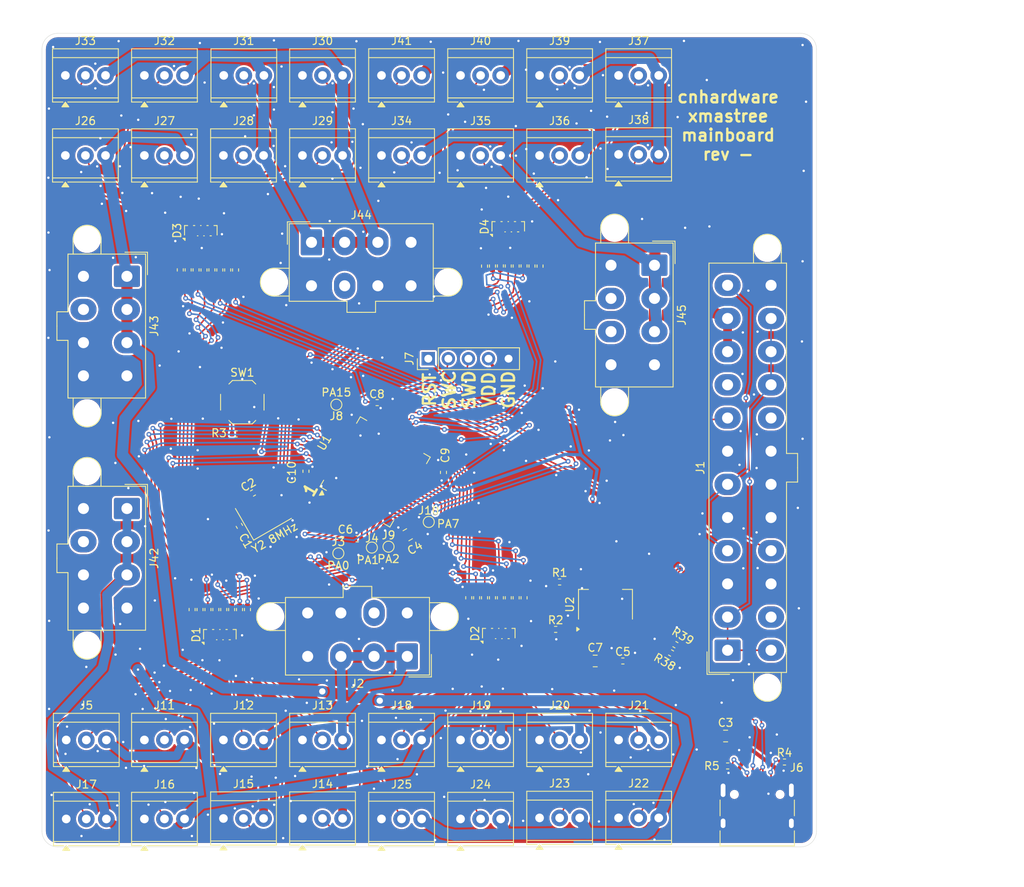
<source format=kicad_pcb>
(kicad_pcb (version 20241229) (generator "pcbnew") (generator_version "9.0")
  (layers (0 "F.Cu" signal) (2 "B.Cu" signal) (13 "F.Paste" user) (15 "B.Paste" user) (5 "F.SilkS" user "F.Silkscreen") (7 "B.SilkS" user "B.Silkscreen") (1 "F.Mask" user) (3 "B.Mask" user) (25 "Edge.Cuts" user))
  (net 0 "")
  (net 1 "Net-(U1-OSC_OUT)")
  (net 2 "Net-(U1-OSC_IN)")
  (net 3 "+5V")
  (net 4 "VDD")
  (net 6 "Net-(J1-+5V-Pad21)")
  (net 8 "Net-(J1-+3.3V-Pad1)")
  (net 11 "CC2")
  (net 12 "SBU2")
  (net 13 "CC1")
  (net 14 "SBU1")
  (net 15 "Net-(U2-ADJ)")
  (net 16 "BOOT0")
  (net 17 "SWD")
  (net 18 "USBDP")
  (net 21 "USBDM")
  (net 23 "SWC")
  (net 27 "LED3")
  (net 28 "LED4")
  (net 29 "LED1")
  (net 30 "LED0")
  (net 31 "LED7")
  (net 32 "LED2")
  (net 33 "LED5")
  (net 34 "LED6")
  (net 35 "LED10")
  (net 36 "LED9")
  (net 37 "LED12")
  (net 38 "LED8")
  (net 39 "LED11")
  (net 40 "LED14")
  (net 41 "LED15")
  (net 42 "LED13")
  (net 43 "LED17")
  (net 44 "LED21")
  (net 45 "LED22")
  (net 46 "LED16")
  (net 47 "LED19")
  (net 48 "LED18")
  (net 49 "LED20")
  (net 50 "LED23")
  (net 51 "LED31")
  (net 52 "LED26")
  (net 53 "LED30")
  (net 54 "LED25")
  (net 55 "LED28")
  (net 56 "LED29")
  (net 57 "LED27")
  (net 58 "LED24")
  (net 59 "12V1")
  (net 60 "GND")
  (net 61 "Net-(U1-PB0)")
  (net 62 "Net-(U1-PB1)")
  (net 63 "Net-(U1-PB2)")
  (net 64 "Net-(U1-PB3)")
  (net 65 "Net-(U1-PB4)")
  (net 66 "Net-(U1-PB6)")
  (net 67 "Net-(U1-PB5)")
  (net 68 "Net-(U1-PB7)")
  (net 69 "Net-(U1-PB8)")
  (net 70 "Net-(U1-PB10)")
  (net 71 "Net-(U1-PB9)")
  (net 72 "Net-(U1-PB11)")
  (net 73 "Net-(U1-PB12)")
  (net 74 "Net-(U1-PB14)")
  (net 75 "Net-(U1-PB13)")
  (net 76 "Net-(U1-PB15)")
  (net 77 "Net-(U1-PC0)")
  (net 78 "Net-(U1-PC2)")
  (net 79 "Net-(U1-PC4)")
  (net 80 "Net-(U1-PC6)")
  (net 81 "Net-(U1-PC8)")
  (net 82 "Net-(U1-PC10)")
  (net 83 "Net-(U1-PC12)")
  (net 84 "Net-(U1-PC14)")
  (net 85 "Net-(U1-PC1)")
  (net 86 "Net-(U1-PC3)")
  (net 87 "Net-(U1-PC5)")
  (net 88 "Net-(U1-PC7)")
  (net 89 "Net-(U1-PC9)")
  (net 90 "Net-(U1-PC11)")
  (net 91 "Net-(U1-PC13)")
  (net 92 "Net-(U1-PC15)")
  (net 93 "PA7")
  (net 94 "RST")
  (net 95 "PA1")
  (net 96 "PA2")
  (net 97 "PA15")
  (net 98 "PA0")
  (net 99 "PA9")
  (net 100 "PA10")
  (net 101 "12V6")
  (net 102 "12V2")
  (net 103 "12V3")
  (net 104 "12V4")
  (net 105 "12V5")
  (net 111 "Net-(J6-D+-PadA6)")
  (net 112 "Net-(J6-D--PadA7)")
  (footprint "TerminalBlock_TE-Connectivity:TerminalBlock_TE_282834-3_1x03_P2.54mm_Horizontal" (layer "F.Cu") (at 136.96 58.3275)
    (property "Reference" "J38")
    (property "Value" "LED")
  )
  (footprint "Resistor_SMD:R_0402_1005Metric" (layer "F.Cu") (at 88 115.95 -90)
    (property "Reference" "R12" (hide yes))
    (property "Value" "120")
  )
  (footprint "Resistor_SMD:R_0402_1005Metric" (layer "F.Cu") (at 97.4 98.44 -90)
    (property "Reference" "C10")
    (property "Value" "1u")
  )
  (footprint "Resistor_SMD:R_0402_1005Metric" (layer "F.Cu") (at 120 72.47 90)
    (property "Reference" "R37" (hide yes))
    (property "Value" "120")
  )
  (footprint "Resistor_SMD:R_0402_1005Metric" (layer "F.Cu") (at 123 114.46 -90)
    (property "Reference" "R20" (hide yes))
    (property "Value" "120")
  )
  (footprint "TerminalBlock_TE-Connectivity:TerminalBlock_TE_282834-3_1x03_P2.54mm_Horizontal" (layer "F.Cu") (at 116.96 132.46)
    (property "Reference" "J19")
    (property "Value" "LED")
  )
  (footprint "TerminalBlock_TE-Connectivity:TerminalBlock_TE_282834-3_1x03_P2.54mm_Horizontal" (layer "F.Cu") (at 96.96 132.46)
    (property "Reference" "J13")
    (property "Value" "LED")
  )
  (footprint "Resistor_SMD:R_0402_1005Metric" (layer "F.Cu") (at 123 72.46 90)
    (property "Reference" "R34" (hide yes))
    (property "Value" "120")
  )
  (footprint "TerminalBlock_TE-Connectivity:TerminalBlock_TE_282834-3_1x03_P2.54mm_Horizontal" (layer "F.Cu") (at 136.96 142.3275)
    (property "Reference" "J22")
    (property "Value" "LED")
  )
  (footprint "Resistor_SMD:R_0402_1005Metric" (layer "F.Cu") (at 119 114.46 -90)
    (property "Reference" "R14" (hide yes))
    (property "Value" "120")
  )
  (footprint "Resistor_SMD:R_0402_1005Metric" (layer "F.Cu") (at 124 114.46 -90)
    (property "Reference" "R17" (hide yes))
    (property "Value" "120")
  )
  (footprint "Resistor_SMD:R_0402_1005Metric" (layer "F.Cu") (at 137.5 122.46)
    (property "Reference" "C5")
    (property "Value" "1u")
  )
  (footprint "Resistor_SMD:R_0402_1005Metric" (layer "F.Cu") (at 129.5 112.46)
    (property "Reference" "R1")
    (property "Value" "510")
  )
  (footprint "Resistor_SMD:R_0402_1005Metric" (layer "F.Cu") (at 85.5 72.95 90)
    (property "Reference" "R23" (hide yes))
    (property "Value" "120")
  )
  (footprint "Resistor_SMD:R_0402_1005Metric" (layer "F.Cu") (at 84.5 72.96 90)
    (property "Reference" "R30" (hide yes))
    (property "Value" "120")
  )
  (footprint "Crystal:Crystal_SMD_3225-4Pin_3.2x2.5mm_HandSoldering" (layer "F.Cu") (at 92.020737 103.779071 30)
    (property "Reference" "Y2")
    (property "Value" "8MHz")
  )
  (footprint "Resistor_SMD:R_0402_1005Metric" (layer "F.Cu") (at 120 114.46 -90)
    (property "Reference" "R19" (hide yes))
    (property "Value" "120")
  )
  (footprint "Resistor_SMD:R_0402_1005Metric" (layer "F.Cu") (at 88.56 93.72)
    (property "Reference" "R3")
    (property "Value" "5.1k")
  )
  (footprint "TerminalBlock_TE-Connectivity:TerminalBlock_TE_282834-3_1x03_P2.54mm_Horizontal" (layer "F.Cu") (at 76.96 142.46)
    (property "Reference" "J16")
    (property "Value" "LED")
  )
  (footprint "Package_DFN_QFN:UDFN-9_1.0x3.8mm_P0.5mm" (layer "F.Cu") (at 121.8 118.985 90)
    (property "Reference" "D2")
    (property "Value" "DT1240A-08LP3810" (hide yes))
  )
  (footprint "Button_Switch_SMD:SW_SPST_TL3342" (layer "F.Cu") (at 89.35 89.7)
    (property "Reference" "SW1")
    (property "Value" "Download")
  )
  (footprint "Resistor_SMD:R_0402_1005Metric" (layer "F.Cu") (at 103.89 107)
    (property "Reference" "C6")
    (property "Value" "1u")
  )
  (footprint "Resistor_SMD:R_0402_1005Metric" (layer "F.Cu") (at 114.8 98.59 90)
    (property "Reference" "C9")
    (property "Value" "1u")
  )
  (footprint "Resistor_SMD:R_0402_1005Metric" (layer "F.Cu") (at 82.5 72.95 90)
    (property "Reference" "R22" (hide yes))
    (property "Value" "120")
  )
  (footprint "Package_DFN_QFN:UDFN-9_1.0x3.8mm_P0.5mm" (layer "F.Cu") (at 123 67.485 90)
    (property "Reference" "D4")
    (property "Value" "DT1240A-08LP3810" (hide yes))
  )
  (footprint "TerminalBlock_TE-Connectivity:TerminalBlock_TE_282834-3_1x03_P2.54mm_Horizontal" (layer "F.Cu") (at 96.96 142.4)
    (property "Reference" "J14")
    (property "Value" "LED")
  )
  (footprint "Package_TO_SOT_SMD:SOT-223-3_TabPin2" (layer "F.Cu") (at 135.3 115.31 90)
    (property "Reference" "U2")
    (property "Value" "AMS1117")
  )
  (footprint "Connector_Molex:Molex_Mini-Fit_Jr_5566-08A2_2x04_P4.20mm_Vertical" (layer "F.Cu") (at 98.1 69.46)
    (property "Reference" "J44")
    (property "Value" "ATX")
  )
  (footprint "TerminalBlock_TE-Connectivity:TerminalBlock_TE_282834-3_1x03_P2.54mm_Horizontal" (layer "F.Cu") (at 76.96 132.46)
    (property "Reference" "J11")
    (property "Value" "LED")
  )
  (footprint "TerminalBlock_TE-Connectivity:TerminalBlock_TE_282834-3_1x03_P2.54mm_Horizontal" (layer "F.Cu") (at 116.96 142.46)
    (property "Reference" "J24")
    (property "Value" "LED")
  )
  (footprint "Resistor_SMD:R_0402_1005Metric" (layer "F.Cu") (at 127.02 72.47 90)
    (property "Reference" "R28" (hide yes))
    (property "Value" "120")
  )
  (footprint "Resistor_SMD:R_0402_1005Metric" (layer "F.Cu") (at 81.5 72.95 90)
    (property "Reference" "R33" (hide yes))
    (property "Value" "120")
  )
  (footprint "TerminalBlock_TE-Connectivity:TerminalBlock_TE_282834-3_1x03_P2.54mm_Horizontal" (layer "F.Cu") (at 76.96 48.3275)
    (property "Reference" "J32")
    (property "Value" "LED")
  )
  (footprint "TestPoint:TestPoint_Pad_D1.0mm" (layer "F.Cu") (at 112.94 104.86)
    (property "Reference" "J10")
    (property "Value" "PA7")
  )
  (footprint "Resistor_SMD:R_0402_1005Metric" (layer "F.Cu") (at 86 115.95 -90)
    (property "Reference" "R7" (hide yes))
    (property "Value" "120")
  )
  (footprint "Resistor_SMD:R_0402_1005Metric" (layer "F.Cu") (at 88.5 72.96 90)
    (property "Reference" "R24" (hide yes))
    (property "Value" "120")
  )
  (footprint "TerminalBlock_TE-Connectivity:TerminalBlock_TE_282834-3_1x03_P2.54mm_Horizontal" (layer "F.Cu") (at 116.96 48.3275)
    (property "Reference" "J40")
    (property "Value" "LED")
  )
  (footprint "Resistor_SMD:R_0402_1005Metric" (layer "F.Cu") (at 157.95 135.25)
    (property "Reference" "R4")
    (property "Value" "5.1k")
  )
  (footprint "Resistor_SMD:R_0402_1005Metric" (layer "F.Cu") (at 106.41 89.75 180)
    (property "Reference" "C8")
    (property "Value" "1u")
  )
  (footprint "TestPoint:TestPoint_Pad_D1.0mm" (layer "F.Cu") (at 107.85 107.99)
    (property "Reference" "J9")
    (property "Value" "PA2")
  )
  (footprint "TerminalBlock_TE-Connectivity:TerminalBlock_TE_282834-3_1x03_P2.54mm_Horizontal" (layer "F.Cu") (at 106.96 142.46)
    (property "Reference" "J25")
    (property "Value" "LED")
  )
  (footprint "Resistor_SMD:R_0402_1005Metric" (layer "F.Cu") (at 121 114.46 -90)
    (property "Reference" "R16" (hide yes))
    (property "Value" "120")
  )
  (footprint "Resistor_SMD:R_0402_1005Metric" (layer "F.Cu") (at 90.698808 101.190577 30)
    (property "Reference" "C2")
    (property "Value" "10p")
  )
  (footprint "Resistor_SMD:R_0402_1005Metric" (layer "F.Cu") (at 89 115.95 -90)
    (property "Reference" "R9" (hide yes))
    (property "Value" "120")
  )
  (footprint "Resistor_SMD:R_0402_1005Metric" (layer "F.Cu") (at 125 114.46 -90)
    (property "Reference" "R18" (hide yes))
    (property "Value" "120")
  )
  (footprint "Connector_Molex:Molex_Mini-Fit_Jr_5566-24A2_2x12_P4.20mm_Vertical" (layer "F.Cu") (at 150.75 121.1 90)
    (property "Reference" "J1")
    (property "Value" "ATX-24")
  )
  (footprint "Resistor_SMD:R_0402_1005Metric" (layer "F.Cu") (at 126 72.46 90)
    (property "Reference" "R35" (hide yes))
    (property "Value" "120")
  )
  (footprint "Resistor_SMD:R_0402_1005Metric" (layer "F.Cu") (at 144.15 120.4 150)
    (property "Reference" "R39")
    (property "Value" "22")
  )
  (footprint "Resistor_SMD:R_0402_1005Metric" (layer "F.Cu") (at 122 72.45 90)
    (property "Reference" "R29" (hide yes))
    (property "Value" "120")
  )
  (footprint "Resistor_SMD:R_0402_1005Metric" (layer "F.Cu") (at 84 115.95 -90)
    (property "Reference" "R6" (hide yes))
    (property "Value" "120")
  )
  (footprint "Resistor_SMD:R_0402_1005Metric" (layer "F.Cu") (at 83 115.95 -90)
    (property "Reference" "R13" (hide yes))
    (property "Value" "120")
  )
  (footprint "TerminalBlock_TE-Connectivity:TerminalBlock_TE_282834-3_1x03_P2.54mm_Horizontal" (layer "F.Cu") (at 66.96 48.3275)
    (property "Reference" "J33")
    (property "Value" "LED")
  )
  (footprint "TerminalBlock_TE-Connectivity:TerminalBlock_TE_282834-3_1x03_P2.54mm_Horizontal" (layer "F.Cu") (at 96.96 58.46)
    (property "Reference" "J29")
    (property "Value" "LED")
  )
  (footprint "Resistor_SMD:R_0402_1005Metric" (layer "F.Cu") (at 90 115.95 -90)
    (property "Reference" "R10" (hide yes))
    (property "Value" "120")
  )
  (footprint "Resistor_SMD:R_0402_1005Metric" (layer "F.Cu") (at 125 72.45 90)
    (property "Reference" "R36" (hide yes))
    (property "Value" "120")
  )
  (footprint "TerminalBlock_TE-Connectivity:TerminalBlock_TE_282834-3_1x03_P2.54mm_Horizontal" (layer "F.Cu") (at 86.96 58.46)
    (property "Reference" "J28")
    (property "Value" "LED")
  )
  (footprint "Resistor_SMD:R_0402_1005Metric" (layer "F.Cu") (at 143.6 121.45 150)
    (property "Reference" "R38")
    (property "Value" "22")
  )
  (footprint "Connector_PinHeader_2.54mm:PinHeader_1x05_P2.54mm_Vertical" (layer "F.Cu") (at 112.88 84.19 90)
    (property "Reference" "J7")
    (property "Value" "PAGM")
  )
  (footprint "TerminalBlock_TE-Connectivity:TerminalBlock_TE_282834-3_1x03_P2.54mm_Horizontal" (layer "F.Cu") (at 106.96 48.3275)
    (property "Reference" "J41")
    (property "Value" "LED")
  )
  (footprint "TerminalBlock_TE-Connectivity:TerminalBlock_TE_282834-3_1x03_P2.54mm_Horizontal" (layer "F.Cu") (at 116.96 58.46)
    (property "Reference" "J35")
    (property "Value" "LED")
  )
  (footprint "TerminalBlock_TE-Connectivity:TerminalBlock_TE_282834-3_1x03_P2.54mm_Horizontal" (layer "F.Cu") (at 126.96 142.3275)
    (property "Reference" "J23")
    (property "Value" "LED")
  )
  (footprint "Resistor_SMD:R_0402_1005Metric" (layer "F.Cu") (at 87 115.95 -90)
    (property "Reference" "R8" (hide yes))
    (property "Value" "120")
  )
  (footprint "Connector_Molex:Molex_Mini-Fit_Jr_5566-08A2_2x04_P4.20mm_Vertical" (layer "F.Cu") (at 74.75 73.76 -90)
    (property "Reference" "J43")
    (property "Value" "ATX")
  )
  (footprint "TerminalBlock_TE-Connectivity:TerminalBlock_TE_282834-3_1x03_P2.54mm_Horizontal" (layer "F.Cu") (at 126.96 48.3275)
    (property "Reference" "J39")
    (property "Value" "LED")
  )
  (footprint "Package_DFN_QFN:UDFN-9_1.0x3.8mm_P0.5mm" (layer "F.Cu") (at 84.1 67.985 90)
    (property "Reference" "D3")
    (property "Value" "DT1240A-08LP3810" (hide yes))
  )
  (footprint "Capacitor_SMD:C_0805_2012Metric" (layer "F.Cu") (at 134 122.46)
    (property "Reference" "C7")
    (property "Value" "4.7u")
  )
  (footprint "TerminalBlock_TE-Connectivity:TerminalBlock_TE_282834-3_1x03_P2.54mm_Horizontal" (layer "F.Cu") (at 136.96 48.3275)
    (property "Reference" "J37")
    (property "Value" "LED")
  )
  (footprint "TerminalBlock_TE-Connectivity:TerminalBlock_TE_282834-3_1x03_P2.54mm_Horizontal" (layer "F.Cu") (at 106.96 58.46)
    (property "Reference" "J34")
    (property "Value" "LED")
  )
  (footprint "TestPoint:TestPoint_Pad_D1.0mm" (layer "F.Cu") (at 101.25 90.01 180)
    (property "Reference" "J8")
    (property "Value" "PA15")
  )
  (footprint "Resistor_SMD:R_0402_1005Metric" (layer "F.Cu") (at 150.76 135.75 180)
    (property "Reference" "R5")
    (property "Value" "5.1k")
  )
  (footprint "Resistor_SMD:R_0402_1005Metric" (layer "F.Cu") (at 129 118.46)
    (property "Reference" "R2")
    (property "Value" "1k")
  )
  (footprint "Resistor_SMD:R_0402_1005Metric" (layer "F.Cu") (at 118 114.46 -90)
    (property "Reference" "R21" (hide yes))
    (property "Value" "120")
  )
  (footprint "Resistor_SMD:R_0402_1005Metric" (layer "F.Cu") (at 121 72.46 90)
    (property "Reference" "R26" (hide yes))
    (property "Value" "120")
  )
  (footprint "TerminalBlock_TE-Connectivity:TerminalBlock_TE_282834-3_1x03_P2.54mm_Horizontal" (layer "F.Cu") (at 87 48.3275)
    (property "Reference" "J31")
    (property "Value" "LED")
  )
  (footprint "Package_DFN_QFN:UDFN-9_1.0x3.8mm_P0.5mm" (layer "F.Cu") (at 86.51 119.125 90)
    (property "Reference" "D1")
    (property "Value" "DT1240A-08LP3810")
  )
  (footprint "Connector_Molex:Molex_Mini-Fit_Jr_5566-08A2_2x04_P4.20mm_Vertical" (layer "F.Cu") (at 141.5 72.36 -90)
    (property "Reference" "J45")
    (property "Value" "ATX")
  )
  (footprint "TerminalBlock_TE-Connectivity:TerminalBlock_TE_282834-3_1x03_P2.54mm_Horizontal" (layer "F.Cu") (at 136.96 132.46)
    (property "Reference" "J21")
    (property "Value" "LED")
  )
  (footprint "TerminalBlock_TE-Connectivity:TerminalBlock_TE_282834-3_1x03_P2.54mm_Horizontal" (layer "F.Cu") (at 86.96 142.4)
    (property "Reference" "J15")
    (property "Value" "LED")
  )
  (footprint "TestPoint:TestPoint_Pad_D1.0mm" (layer "F.Cu") (at 101.5 108.83)
    (property "Reference" "J3")
    (property "Value" "PA0")
  )
  (footprint "Resistor_SMD:R_0402_1005Metric" (layer "F.Cu") (at 124 72.46 90)
    (property "Reference" "R27" (hide yes))
    (property "Value" "120")
  )
  (footprint "TerminalBlock_TE-Connectivity:TerminalBlock_TE_282834-3_1x03_P2.54mm_Horizontal" (layer "F.Cu") (at 76.96 58.46)
    (property "Reference" "J27")
    (property "Value" "LED")
  )
  (footprint "TerminalBlock_TE-Connectivity:TerminalBlock_TE_282834-3_1x03_P2.54mm_Horizontal" (layer "F.Cu") (at 67.07 132.46)
    (property "Reference" "J5")
    (property "Value" "LED")
  )
  (footprint "TerminalBlock_TE-Connectivity:TerminalBlock_TE_282834-3_1x03_P2.54mm_Horizontal" (layer "F.Cu") (at 67.07 142.46)
    (property "Reference" "J17")
    (property "Value" "LED")
  )
  (footprint "Resistor_SMD:R_0402_1005Metric" (layer "F.Cu") (at 85 115.95 -90)
    (property "Reference" "R11" (hide yes))
    (property "Value" "120")
  )
  (footprint "TestPoint:TestPoint_Pad_D1.0mm" (layer "F.Cu") (at 105.74 108.1)
    (property "Reference" "J4")
    (property "Value" "PA1")
  )
  (footprint "TerminalBlock_TE-Connectivity:TerminalBlock_TE_282834-3_1x03_P2.54mm_Horizontal" (layer "F.Cu") (at 96.96 48.3275)
    (property "Reference" "J30")
    (property "Value" "LED")
  )
  (footprint "Resistor_SMD:R_0402_1005Metric" (layer "F.Cu") (at 83.5 72.95 90)
    (property "Reference" "R25" (hide yes))
    (property "Value" "120")
  )
  (footprint "TerminalBlock_TE-Connectivity:TerminalBlock_TE_282834-3_1x03_P2.54mm_Horizontal" (layer "F.Cu") (at 126.96 132.46)
    (property "Reference" "J20")
    (property "Value" "LED")
  )
  (footprint "Capacitor_SMD:C_0805_2012Metric" (layer "F.Cu") (at 110.28 106.48 30)
    (property "Reference" "C4")
    (property "Value" "4.7u")
  )
  (footprint "Resistor_SMD:R_0402_1005Metric" (layer "F.Cu") (at 122 114.46 -90)
    (property "Reference" "R15" (hide yes))
    (property "Value" "120")
  )
  (footprint "Capacitor_SMD:C_0805_2012Metric" (layer "F.Cu") (at 150.5 131.96)
    (property "Reference" "C3")
    (property "Value" "4.7u")
  )
  (footprint "Resistor_SMD:R_0402_1005Metric" (layer "F.Cu") (at 87.5 72.96 90)
    (property "Reference" "R31" (hide yes))
    (property "Value" "120")
  )
  (footprint "Connector_Molex:Molex_Mini-Fit_Jr_5566-08A2_2x04_P4.20mm_Vertical" (layer "F.Cu") (at 74.75 103.16 -90)
    (property "Reference" "J42")
    (property "Value" "ATX")
  )
  (footprint "TerminalBlock_TE-Connectivity:TerminalBlock_TE_282834-3_1x03_P2.54mm_Horizontal" (layer "F.Cu") (at 106.96 132.46)
    (property "Reference" "J18")
    (property "Value" "LED")
  )
  (footprint "Connector_Molex:Molex_Mini-Fit_Jr_5566-08A2_2x04_P4.20mm_Vertical" (layer "F.Cu") (at 110.22 121.88 180)
    (property "Reference" "J2")
    (property "Value" "ATX")
  )
  (footprint "TerminalBlock_TE-Connectivity:TerminalBlock_TE_282834-3_1x03_P2.54mm_Horizontal" (layer "F.Cu") (at 86.96 132.46)
    (property "Reference" "J12")
    (property "Value" "LED")
  )
  (footprint "Resistor_SMD:R_0402_1005Metric" (layer "F.Cu") (at 88.974763 105.35671 -60)
    (property "Reference" "C1")
    (property "Value" "10p")
  )
  (footprint "Package_QFP:LQFP-64_10x10mm_P0.5mm" (layer "F.Cu") (at 106.15 98.525 60)
    (property "Reference" "U1")
    (property "Value" "CH32V305RBT6")
  )
  (footprint "Connector_USB:USB_C_Receptacle_HRO_TYPE-C-31-M-12" (layer "F.Cu") (at 154.5 141.96)
    (property "Reference" "J6")
    (property "Value" "USB_C_Receptacle_USB2.0")
  )
  (footprint "TerminalBlock_TE-Connectivity:TerminalBlock_TE_282834-3_1x03_P2.54mm_Horizontal" (layer "F.Cu") (at 66.96 58.46)
    (property "Reference" "J26")
    (property "Value" "LED")
  )
  (footprint "Resistor_SMD:R_0402_1005Metric" (layer "F.Cu") (at 86.5 72.96 90)
    (property "Reference" "R32" (hide yes))
    (property "Value" "120")
  )
  (footprint "TerminalBlock_TE-Connectivity:TerminalBlock_TE_282834-3_1x03_P2.54mm_Horizontal" (layer "F.Cu") (at 126.96 58.46)
    (property "Reference" "J36")
    (property "Value" "LED")
  )
  (gr_line (start 162 144) (end 162 45) (stroke (width 0.05)) (layer "Edge.Cuts"))
  (gr_arc (start 160 43) (mid 161.414214 43.585786) (end 162 45) (stroke (width 0.05)) (layer "Edge.Cuts"))
  (gr_line (start 160 43) (end 66 43) (stroke (width 0.05)) (layer "Edge.Cuts"))
  (gr_line (start 64 45) (end 64 144) (stroke (width 0.05)) (layer "Edge.Cuts"))
  (gr_arc (start 66 146) (mid 64.585786 145.414214) (end 64 144) (stroke (width 0.05)) (layer "Edge.Cuts"))
  (gr_line (start 66 146) (end 160 146) (stroke (width 0.05)) (layer "Edge.Cuts"))
  (gr_arc (start 162 144) (mid 161.414214 145.414214) (end 160 146) (stroke (width 0.05)) (layer "Edge.Cuts"))
  (gr_arc (start 64 45) (mid 64.585786 43.585786) (end 66 43) (stroke (width 0.05)) (layer "Edge.Cuts"))
  (gr_text "RST\nSWC\nSWD\nVDD\nGND" (at 123.93 88.12 90) (layer "F.SilkS") (effects (font (size 1.55 1.55) (thickness 0.3) (bold yes)) (justify bottom)))
  (gr_text "cnhardware\nxmastree\nmainboard\nrev -" (at 150.82 59.18 0) (layer "F.SilkS") (effects (font (size 1.5 1.5) (thickness 0.3) (bold yes)) (justify bottom)))
  (gr_text "1" (at 98.27 102.01 60) (layer "F.SilkS") (effects (font (size 1.5 1.5) (thickness 0.3) (bold yes)) (justify left bottom)))
  (segment (start 144.5 111.25) (end 144.25 111.25) (width 0.2) (layer "F.Cu") (net 0))
  (segment (start 144.25 111) (end 144.5 110.75) (width 0.2) (layer "F.Cu") (net 0))
  (segment (start 144.75 111) (end 144.5 111.25) (width 0.2) (layer "F.Cu") (net 0))
  (segment (start 144.75 110.5) (end 144.75 111) (width 0.2) (layer "F.Cu") (net 0))
  (segment (start 144.5 110.75) (end 145 110.75) (width 0.2) (layer "F.Cu") (net 0))
  (segment (start 145 110.75) (end 144.75 110.5) (width 0.2) (layer "F.Cu") (net 0))
  (segment (start 144.25 111.25) (end 144.25 111) (width 0.2) (layer "F.Cu") (net 0))
  (segment (start 145 110.75) (end 144.75 110.5) (width 0.2) (layer "B.Cu") (net 0))
  (segment (start 144.5 110.25) (end 144.5 110.75) (width 0.2) (layer "B.Cu") (net 0))
  (segment (start 144.75 111) (end 145 111) (width 0.2) (layer "B.Cu") (net 0))
  (segment (start 145 111) (end 145 110.75) (width 0.2) (layer "B.Cu") (net 0))
  (segment (start 144.75 110.5) (end 144.25 110.5) (width 0.2) (layer "B.Cu") (net 0))
  (segment (start 144.5 110.75) (end 144.75 111) (width 0.2) (layer "B.Cu") (net 0))
  (segment (start 144.25 110.5) (end 144.5 110.25) (width 0.2) (layer "B.Cu") (net 0))
  (segment (start 94.37355 106.025737) (end 97.53639 105.207538) (width 0.2) (layer "F.Cu") (net 1))
  (segment (start 98.274894 104.987776) (end 101.06 104.23) (width 0.2) (layer "F.Cu") (net 1))
  (segment (start 101.57 103.96) (end 102.229968 102.814694) (width 0.2) (layer "F.Cu") (net 1))
  (segment (start 97.53639 105.207538) (end 98.274894 104.987776) (width 0.2) (layer "F.Cu") (net 1))
  (segment (start 89.229763 105.798383) (end 94.37355 106.025737) (width 0.2) (layer "F.Cu") (net 1))
  (segment (start 89.229763 105.798383) (end 91.34 105.5) (width 0.2) (layer "F.Cu") (net 1))
  (segment (start 101.06 104.23) (end 101.57 103.96) (width 0.2) (layer "F.Cu") (net 1))
  (segment (start 97.45 104.8) (end 100.61 103.93) (width 0.2) (layer "F.Cu") (net 2))
  (segment (start 96.720005 104.701558) (end 94.526666 102.280532) (width 0.2) (layer "F.Cu") (net 2))
  (segment (start 96.720005 104.701558) (end 97.45 104.8) (width 0.2) (layer "F.Cu") (net 2))
  (segment (start 91.140481 100.935577) (end 92.701474 102.058142) (width 0.2) (layer "F.Cu") (net 2))
  (segment (start 101.796956 102.564694) (end 101.23 103.45) (width 0.2) (layer "F.Cu") (net 2))
  (segment (start 101.23 103.45) (end 100.61 103.93) (width 0.2) (layer "F.Cu") (net 2))
  (segment (start 94.526666 102.280532) (end 92.701474 102.058142) (width 0.2) (layer "F.Cu") (net 2))
  (segment (start 150.7 129.8) (end 151.45 131.96) (width 0.5) (layer "F.Cu") (net 3))
  (segment (start 153.329489 133.370511) (end 151.45 131.96) (width 0.5) (layer "F.Cu") (net 3))
  (segment (start 156.95 137.915) (end 156.95 136.3) (width 0.5) (layer "F.Cu") (net 3))
  (segment (start 156.7 135.9) (end 153.329489 133.370511) (width 0.5) (layer "F.Cu") (net 3))
  (segment (start 137.6 118.46) (end 138.01 122.46) (width 0.5) (layer "F.Cu") (net 3))
  (segment (start 152.5 135.5) (end 153.329489 133.370511) (width 0.5) (layer "F.Cu") (net 3))
  (segment (start 156.95 136.3) (end 156.7 135.9) (width 0.5) (layer "F.Cu") (net 3))
  (segment (start 137.6 118.46) (end 150.7 129.8) (width 0.5) (layer "F.Cu") (net 3))
  (segment (start 152.1 136.4) (end 152.5 135.5) (width 0.5) (layer "F.Cu") (net 3))
  (segment (start 152.05 137.915) (end 152.1 136.4) (width 0.5) (layer "F.Cu") (net 3))
  (segment (start 86.2 87.8) (end 92.5 87.8) (width 0.2) (layer "F.Cu") (net 4))
  (segment (start 100.56 100.04) (end 100.19 99.42) (width 0.2) (layer "F.Cu") (net 4))
  (segment (start 110.65 104.31) (end 111.102724 106.005) (width 0.2) (layer "F.Cu") (net 4))
  (segment (start 105.261057 104.564694) (end 104.49 106.03) (width 0.2) (layer "F.Cu") (net 4))
  (segment (start 133.65 101.93) (end 135.3 112.16) (width 0.4) (layer "F.Cu") (net 4))
  (segment (start 130.01 112.46) (end 135.3 112.16) (width 0.2) (layer "F.Cu") (net 4))
  (segment (start 116.21 100.78) (end 115.56 98.89) (width 0.4) (layer "F.Cu") (net 4))
  (segment (start 111.61 97.78) (end 111.96 97.61) (width 0.2) (layer "F.Cu") (net 4))
  (segment (start 112.939694 98.114905) (end 113.64 98.51) (width 0.2) (layer "F.Cu") (net 4))
  (segment (start 115.56 98.89) (end 115.43 98.61) (width 0.4) (layer "F.Cu") (net 4))
  (segment (start 105.739905 91.735306) (end 106.05 91.1) (width 0.2) (layer "F.Cu") (net 4))
  (segment (start 135.3 118.46) (end 135.3 112.16) (width 0.4) (layer "F.Cu") (net 4))
  (segment (start 115.43 98.61) (end 114.8 98.08) (width 0.4) (layer "F.Cu") (net 4))
  (segment (start 111.96 97.61) (end 112.939694 98.114905) (width 0.2) (layer "F.Cu") (net 4))
  (segment (start 105.739905 91.735306) (end 105.24 92.64) (width 0.2) (layer "F.Cu") (net 4))
  (segment (start 105.261057 104.564694) (end 105.79 103.57) (width 0.2) (layer "F.Cu") (net 4))
  (segment (start 98.7 98.55) (end 97.4 98.95) (width 0.2) (layer "F.Cu") (net 4))
  (segment (start 122.59 87.8) (end 130.67 90.4) (width 0.4) (layer "F.Cu") (net 4))
  (segment (start 99.360306 98.935095) (end 98.7 98.55) (width 0.2) (layer "F.Cu") (net 4))
  (segment (start 105.79 103.57) (end 106.6 103.376485) (width 0.2) (layer "F.Cu") (net 4))
  (segment (start 100.56 100.04) (end 106.6 103.376485) (width 0.2) (layer "F.Cu") (net 4))
  (segment (start 100.064905 101.564694) (end 100.56 100.6) (width 0.2) (layer "F.Cu") (net 4))
  (segment (start 134.95 122.46) (end 135.3 118.46) (width 0.4) (layer "F.Cu") (net 4))
  (segment (start 108.72 102.87) (end 111.61 97.78) (width 0.2) (layer "F.Cu") (net 4))
  (segment (start 108.87 103.23) (end 108.72 102.87) (width 0.2) (layer "F.Cu") (net 4))
  (segment (start 106.6 103.376485) (end 108.72 102.87) (width 0.2) (layer "F.Cu") (net 4))
  (segment (start 104.49 106.03) (end 104.4 107) (width 0.2) (layer "F.Cu") (net 4))
  (segment (start 100.56 100.6) (end 100.56 100.04) (width 0.2) (layer "F.Cu") (net 4))
  (segment (start 100.19 99.42) (end 99.360306 98.935095) (width 0.2) (layer "F.Cu") (net 4))
  (segment (start 97.95 83.67) (end 92.5 87.8) (width 0.2) (layer "F.Cu") (net 4))
  (segment (start 106.05 91.1) (end 105.9 89.75) (width 0.2) (layer "F.Cu") (net 4))
  (segment (start 109.689694 103.74407) (end 110.65 104.31) (width 0.2) (layer "F.Cu") (net 4))
  (segment (start 105.24 92.64) (end 105.27 93.57) (width 0.2) (layer "F.Cu") (net 4))
  (segment (start 113.64 98.51) (end 114.8 98.08) (width 0.2) (layer "F.Cu") (net 4))
  (segment (start 105.9 89.75) (end 104.92 89.61) (width 0.2) (layer "F.Cu") (net 4))
  (segment (start 109.689694 103.74407) (end 108.87 103.23) (width 0.2) (layer "F.Cu") (net 4))
  (segment (start 120.5 84.19) (end 122.59 87.8) (width 0.4) (layer "F.Cu") (net 4))
  (segment (start 105.27 93.57) (end 111.61 97.78) (width 0.2) (layer "F.Cu") (net 4))
  (via (at 130.67 90.4) (size 0.6) (drill 0.3) (layers "F.Cu" "B.Cu") (net 4))
  (via (at 116.21 100.78) (size 0.6) (drill 0.3) (layers "F.Cu" "B.Cu") (net 4))
  (via (at 104.92 89.61) (size 0.6) (drill 0.3) (layers "F.Cu" "B.Cu") (net 4))
  (via (at 133.65 101.93) (size 0.6) (drill 0.3) (layers "F.Cu" "B.Cu") (net 4))
  (via (at 97.95 83.67) (size 0.6) (drill 0.3) (layers "F.Cu" "B.Cu") (net 4))
  (segment (start 117.35 100.83) (end 130.22 96.29) (width 0.4) (layer "B.Cu") (net 4))
  (segment (start 116.21 100.78) (end 117.35 100.83) (width 0.4) (layer "B.Cu") (net 4))
  (segment (start 133.65 101.93) (end 134.24 98.24) (width 0.4) (layer "B.Cu") (net 4))
  (segment (start 104.92 89.61) (end 103.7 85.85) (width 0.2) (layer "B.Cu") (net 4))
  (segment (start 99 83.84) (end 97.95 83.67) (width 0.2) (layer "B.Cu") (net 4))
  (segment (start 130.67 90.4) (end 132.19 96.37) (width 0.4) (layer "B.Cu") (net 4))
  (segment (start 103.7 85.85) (end 99 83.84) (width 0.2) (layer "B.Cu") (net 4))
  (segment (start 130.22 96.29) (end 132.19 96.37) (width 0.4) (layer "B.Cu") (net 4))
  (segment (start 134.24 98.24) (end 132.19 96.37) (width 0.4) (layer "B.Cu") (net 4))
  (segment (start 148.42 106.78) (end 148.42 102.21) (width 0.2) (layer "B.Cu") (net 6))
  (segment (start 150.75 108.5) (end 148.42 106.78) (width 0.2) (layer "B.Cu") (net 6))
  (segment (start 156.25 87.5) (end 153.62 90.62) (width 0.2) (layer "B.Cu") (net 6))
  (segment (start 148.42 102.21) (end 150.75 100.1) (width 0.2) (layer "B.Cu") (net 6))
  (segment (start 156.25 83.3) (end 156.25 87.5) (width 0.2) (layer "B.Cu") (net 6))
  (segment (start 156.25 83.3) (end 156.25 79.1) (width 0.2) (layer "B.Cu") (net 6))
  (segment (start 153.62 90.62) (end 153.34 98.12) (width 0.2) (layer "B.Cu") (net 6))
  (segment (start 153.34 98.12) (end 150.75 100.1) (width 0.2) (layer "B.Cu") (net 6))
  (segment (start 153.066912 89.18) (end 153.55 99.75) (width 0.2) (layer "F.Cu") (net 8))
  (segment (start 156.25 121.1) (end 150.75 121.1) (width 0.2) (layer "F.Cu") (net 8))
  (segment (start 150.75 121.1) (end 150.75 116.9) (width 0.2) (layer "F.Cu") (net 8))
  (via (at 153.066912 89.18) (size 0.6) (drill 0.3) (layers "F.Cu" "B.Cu") (net 8))
  (via (at 153.55 99.75) (size 0.6) (drill 0.3) (layers "F.Cu" "B.Cu") (net 8))
  (segment (start 153.68 77.61) (end 153.53 87.17) (width 0.2) (layer "B.Cu") (net 8))
  (segment (start 153.5 115.17) (end 150.75 116.9) (width 0.2) (layer "B.Cu") (net 8))
  (segment (start 153.53 87.17) (end 153.066912 89.18) (width 0.2) (layer "B.Cu") (net 8))
  (segment (start 153.55 99.75) (end 153.5 115.17) (width 0.2) (layer "B.Cu") (net 8))
  (segment (start 153.06 89.21) (end 153.066912 89.18) (width 0.2) (layer "B.Cu") (net 8))
  (segment (start 150.75 74.9) (end 153.68 77.61) (width 0.2) (layer "B.Cu") (net 8))
  (segment (start 156.85 134.95) (end 157.44 135.25) (width 0.2) (layer "F.Cu") (net 11))
  (segment (start 156.2 136.55) (end 156.25 136.5) (width 0.2) (layer "F.Cu") (net 11))
  (segment (start 156.25 136.5) (end 156.249999 137.915) (width 0.2) (layer "F.Cu") (net 11))
  (via (at 156.85 134.95) (size 0.6) (drill 0.3) (layers "F.Cu" "B.Cu") (net 11))
  (via (at 156.2 136.55) (size 0.6) (drill 0.3) (layers "F.Cu" "B.Cu") (net 11))
  (segment (start 156.2 136.55) (end 156.85 134.95) (width 0.2) (layer "B.Cu") (net 11))
  (segment (start 153.25 136.9) (end 153.2 136.6) (width 0.2) (layer "F.Cu") (net 13))
  (segment (start 153.25 137.915) (end 153.25 136.9) (width 0.2) (layer "F.Cu") (net 13))
  (segment (start 151.55 134.95) (end 151.27 135.75) (width 0.2) (layer "F.Cu") (net 13))
  (via (at 153.2 136.6) (size 0.6) (drill 0.3) (layers "F.Cu" "B.Cu") (net 13))
  (via (at 151.55 134.95) (size 0.6) (drill 0.3) (layers "F.Cu" "B.Cu") (net 13))
  (segment (start 153.2 136.6) (end 151.55 134.95) (width 0.2) (layer "B.Cu") (net 13))
  (segment (start 129.51 118.46) (end 128.99 112.46) (width 0.2) (layer "F.Cu") (net 15))
  (segment (start 133 118.46) (end 129.51 118.46) (width 0.2) (layer "F.Cu") (net 15))
  (segment (start 86.2 91.6) (end 87.96 91.6) (width 0.2) (layer "F.Cu") (net 16))
  (segment (start 88.05 93.72) (end 87.96 91.6) (width 0.2) (layer "F.Cu") (net 16))
  (segment (start 97.61 95.53) (end 99.54 96.72) (width 0.2) (layer "F.Cu") (net 16))
  (segment (start 99.54 96.72) (end 100.360306 97.203044) (width 0.2) (layer "F.Cu") (net 16))
  (segment (start 91.77 95.96) (end 92.5 91.6) (width 0.2) (layer "F.Cu") (net 16))
  (segment (start 87.96 91.6) (end 92.5 91.6) (width 0.2) (layer "F.Cu") (net 16))
  (segment (start 96.75 95.69) (end 97.61 95.53) (width 0.2) (layer "F.Cu") (net 16))
  (via (at 91.77 95.96) (size 0.6) (drill 0.3) (layers "F.Cu" "B.Cu") (net 16))
  (via (at 96.75 95.69) (size 0.6) (drill 0.3) (layers "F.Cu" "B.Cu") (net 16))
  (segment (start 96.75 95.69) (end 91.77 95.96) (width 0.2) (layer "B.Cu") (net 16))
  (segment (start 107.25 91.05) (end 110.25 88.9) (width 0.2) (layer "F.Cu") (net 17))
  (segment (start 115.91 87.29) (end 117.8 85.45) (width 0.2) (layer "F.Cu") (net 17))
  (segment (start 117.8 85.45) (end 117.96 84.19) (width 0.2) (layer "F.Cu") (net 17))
  (segment (start 106.60593 92.235306) (end 107.25 91.05) (width 0.2) (layer "F.Cu") (net 17))
  (segment (start 110.25 88.9) (end 115.91 87.29) (width 0.2) (layer "F.Cu") (net 17))
  (segment (start 143.708327 120.145) (end 140.05 109.5) (width 0.2) (layer "F.Cu") (net 18))
  (segment (start 110.3 89.45) (end 112.75 89.5) (width 0.2) (layer "F.Cu") (net 18))
  (segment (start 134.8 100.4) (end 140.05 109.5) (width 0.2) (layer "F.Cu") (net 18))
  (segment (start 107.6 91.45) (end 110.3 89.45) (width 0.2) (layer "F.Cu") (net 18))
  (segment (start 112.75 89.5) (end 134.8 100.4) (width 0.2) (layer "F.Cu") (net 18))
  (segment (start 107.038943 92.485306) (end 107.6 91.45) (width 0.2) (layer "F.Cu") (net 18))
  (segment (start 139.65 109.75) (end 142.65 118.6) (width 0.2) (layer "F.Cu") (net 21))
  (segment (start 112.65 89.95) (end 134.555079 100.775916) (width 0.2) (layer "F.Cu") (net 21))
  (segment (start 110.45 89.9) (end 112.65 89.95) (width 0.2) (layer "F.Cu") (net 21))
  (segment (start 107.471956 92.735306) (end 107.95 91.85) (width 0.2) (layer "F.Cu") (net 21))
  (segment (start 134.555079 100.775916) (end 139.65 109.75) (width 0.2) (layer "F.Cu") (net 21))
  (segment (start 107.95 91.85) (end 110.45 89.9) (width 0.2) (layer "F.Cu") (net 21))
  (segment (start 142.65 118.6) (end 143.158327 121.195) (width 0.2) (layer "F.Cu") (net 21))
  (segment (start 102.15 91.85) (end 103.110306 92.439905) (width 0.2) (layer "F.Cu") (net 23))
  (segment (start 115.42 84.19) (end 115.26 85.45) (width 0.2) (layer "F.Cu") (net 23))
  (segment (start 102.1 91.15) (end 102.15 91.85) (width 0.2) (layer "F.Cu") (net 23))
  (segment (start 103.15 89.65) (end 102.1 91.15) (width 0.2) (layer "F.Cu") (net 23))
  (segment (start 109.23 88.2) (end 105.45 88.55) (width 0.2) (layer "F.Cu") (net 23))
  (segment (start 115.26 85.45) (end 113.56 86.71) (width 0.2) (layer "F.Cu") (net 23))
  (segment (start 113.56 86.71) (end 109.23 88.2) (width 0.2) (layer "F.Cu") (net 23))
  (segment (start 105.45 88.55) (end 103.15 89.65) (width 0.2) (layer "F.Cu") (net 23))
  (segment (start 87.81 118.65) (end 87.84 118.09) (width 0.2) (layer "F.Cu") (net 27))
  (segment (start 97.34 129.8) (end 99.5 132.46) (width 0.2) (layer "F.Cu") (net 27))
  (segment (start 87.84 118.09) (end 89 116.46) (width 0.2) (layer "F.Cu") (net 27))
  (segment (start 87.81 118.65) (end 87.78 120.56) (width 0.2) (layer "F.Cu") (net 27))
  (segment (start 88.14 121.4) (end 97.34 129.8) (width 0.2) (layer "F.Cu") (net 27))
  (segment (start 87.78 120.56) (end 88.14 121.4) (width 0.2) (layer "F.Cu") (net 27))
  (segment (start 98.23 129.56) (end 103.84 130.88) (width 0.2) (layer "F.Cu") (net 28))
  (segment (start 88.62 121.18) (end 98.23 129.56) (width 0.2) (layer "F.Cu") (net 28))
  (segment (start 104.27 137.53) (end 103.78 142.65) (width 0.2) (layer "F.Cu") (net 28))
  (segment (start 102.56 144.01) (end 100.89 143.92) (width 0.2) (layer "F.Cu") (net 28))
  (segment (start 88.21 119.6) (end 88.29 118.36) (width 0.2) (layer "F.Cu") (net 28))
  (segment (start 103.78 142.65) (end 102.56 144.01) (width 0.2) (layer "F.Cu") (net 28))
  (segment (start 88.24 120.48) (end 88.62 121.18) (width 0.2) (layer "F.Cu") (net 28))
  (segment (start 103.99 132.82) (end 104.27 137.53) (width 0.2) (layer "F.Cu") (net 28))
  (segment (start 103.84 130.88) (end 103.99 132.82) (width 0.2) (layer "F.Cu") (net 28))
  (segment (start 88.29 118.36) (end 90 116.46) (width 0.2) (layer "F.Cu") (net 28))
  (segment (start 88.21 119.6) (end 88.24 120.48) (width 0.2) (layer "F.Cu") (net 28))
  (segment (start 100.89 143.92) (end 99.5 142.4) (width 0.2) (layer "F.Cu") (net 28))
  (segment (start 86.11 118.65) (end 86.13 117.27) (width 0.2) (layer "F.Cu") (net 29))
  (segment (start 86.13 117.27) (end 86 116.46) (width 0.2) (layer "F.Cu") (net 29))
  (segment (start 86.11 118.65) (end 86.11 120.14) (width 0.2) (layer "F.Cu") (net 29))
  (segment (start 85.66 123.29) (end 79.5 132.46) (width 0.2) (layer "F.Cu") (net 29))
  (segment (start 86.11 120.14) (end 85.66 123.29) (width 0.2) (layer "F.Cu") (net 29))
  (segment (start 85.21 118.65) (end 85.15 118.07) (width 0.2) (layer "F.Cu") (net 30))
  (segment (start 85.25 120.23) (end 84.89 122.85) (width 0.2) (layer "F.Cu") (net 30))
  (segment (start 71.97 129.35) (end 69.61 132.46) (width 0.2) (layer "F.Cu") (net 30))
  (segment (start 85.15 118.07) (end 84 116.46) (width 0.2) (layer "F.Cu") (net 30))
  (segment (start 84.89 122.85) (end 71.97 129.35) (width 0.2) (layer "F.Cu") (net 30))
  (segment (start 85.21 118.65) (end 85.25 120.23) (width 0.2) (layer "F.Cu") (net 30))
  (segment (start 65.5 130.73) (end 66.66 129.79) (width 0.2) (layer "F.Cu") (net 31))
  (segment (start 84.73 118.24) (end 83 116.46) (width 0.2) (layer "F.Cu") (net 31))
  (segment (start 65.55 133.19) (end 65.5 130.73) (width 0.2) (layer "F.Cu") (net 31))
  (segment (start 66.66 129.79) (end 83.57 122.34) (width 0.2) (layer "F.Cu") (net 31))
  (segment (start 84.82 120.13) (end 84.81 119.6) (width 0.2) (layer "F.Cu") (net 31))
  (segment (start 84.81 119.6) (end 84.73 118.24) (width 0.2) (layer "F.Cu") (net 31))
  (segment (start 69.61 142.46) (end 65.55 133.19) (width 0.2) (layer "F.Cu") (net 31))
  (segment (start 83.57 122.34) (end 84.82 120.13) (width 0.2) (layer "F.Cu") (net 31))
  (segment (start 86.91 118.65) (end 86.91 120.37) (width 0.2) (layer "F.Cu") (net 32))
  (segment (start 86.91 120.37) (end 87 121.31) (width 0.2) (layer "F.Cu") (net 32))
  (segment (start 87.45 122.74) (end 89.5 132.46) (width 0.2) (layer "F.Cu") (net 32))
  (segment (start 86.91 118.65) (end 87 116.46) (width 0.2) (layer "F.Cu") (net 32))
  (segment (start 87 121.31) (end 87.45 122.74) (width 0.2) (layer "F.Cu") (net 32))
  (segment (start 94.07 142.34) (end 92.73 144.09) (width 0.2) (layer "F.Cu") (net 33))
  (segment (start 87.31 119.6) (end 87.38 121.02) (width 0.2) (layer "F.Cu") (net 33))
  (segment (start 87.31 119.6) (end 87.34 118.19) (width 0.2) (layer "F.Cu") (net 33))
  (segment (start 90.92 144.21) (end 89.5 142.4) (width 0.2) (layer "F.Cu") (net 33))
  (segment (start 87.38 121.02) (end 87.95 121.99) (width 0.2) (layer "F.Cu") (net 33))
  (segment (start 94.57 135.44) (end 94.07 142.34) (width 0.2) (layer "F.Cu") (net 33))
  (segment (start 92.73 144.09) (end 90.92 144.21) (width 0.2) (layer "F.Cu") (net 33))
  (segment (start 87.34 118.19) (end 88 116.46) (width 0.2) (layer "F.Cu") (net 33))
  (segment (start 87.95 121.99) (end 93.59 130.07) (width 0.2) (layer "F.Cu") (net 33))
  (segment (start 93.59 130.07) (end 94.57 135.44) (width 0.2) (layer "F.Cu") (net 33))
  (segment (start 85.7 118.01) (end 85 116.46) (width 0.2) (layer "F.Cu") (net 34))
  (segment (start 75.27 131.2) (end 75.38 134.43) (width 0.2) (layer "F.Cu") (net 34))
  (segment (start 85.71 119.6) (end 85.7 118.01) (width 0.2) (layer "F.Cu") (net 34))
  (segment (start 85.27882 123.129831) (end 75.27 131.2) (width 0.2) (layer "F.Cu") (net 34))
  (segment (start 85.70462 120.149231) (end 85.27882 123.129831) (width 0.2) (layer "F.Cu") (net 34))
  (segment (start 85.71 119.6) (end 85.70462 120.149231) (width 0.2) (layer "F.Cu") (net 34))
  (segment (start 75.38 134.43) (end 79.5 142.46) (width 0.2) (layer "F.Cu") (net 34))
  (segment (start 122.2 119.96) (end 122.38 122.6) (width 0.2) (layer "F.Cu") (net 35))
  (segment (start 122.38 122.6) (end 129.5 132.46) (width 0.2) (layer "F.Cu") (net 35))
  (segment (start 122.2 118.51) (end 122.18 115.75) (width 0.2) (layer "F.Cu") (net 35))
  (segment (start 122.18 115.75) (end 122 114.97) (width 0.2) (layer "F.Cu") (net 35))
  (segment (start 122.2 118.51) (end 122.2 119.96) (width 0.2) (layer "F.Cu") (net 35))
  (segment (start 121.4 118.51) (end 121.37 117.17) (width 0.2) (layer "F.Cu") (net 36))
  (segment (start 120.82 123.78) (end 119.5 132.46) (width 0.2) (layer "F.Cu") (net 36))
  (segment (start 121.37 117.17) (end 121 114.97) (width 0.2) (layer "F.Cu") (net 36))
  (segment (start 121.4 118.51) (end 121.4 120.74) (width 0.2) (layer "F.Cu") (net 36))
  (segment (start 121.4 120.74) (end 120.82 123.78) (width 0.2) (layer "F.Cu") (net 36))
  (segment (start 124.22 122.12) (end 123.54 120.2) (width 0.2) (layer "F.Cu") (net 37))
  (segment (start 143.6 132.98) (end 143.25 131.44) (width 0.2) (layer "F.Cu") (net 37))
  (segment (start 123.5 119.46) (end 123.507833 117.870096) (width 0.2) (layer "F.Cu") (net 37))
  (segment (start 123.54 120.2) (end 123.5 119.46) (width 0.2) (layer "F.Cu") (net 37))
  (segment (start 123.507833 117.870096) (end 125 114.97) (width 0.2) (layer "F.Cu") (net 37))
  (segment (start 139.5 142.3275) (end 143.6 132.98) (width 0.2) (layer "F.Cu") (net 37))
  (segment (start 143.25 131.44) (end 124.22 122.12) (width 0.2) (layer "F.Cu") (net 37))
  (segment (start 120.5 118.51) (end 120.54 120.41) (width 0.2) (layer "F.Cu") (net 38))
  (segment (start 110.73 127.91) (end 109.5 132.46) (width 0.2) (layer "F.Cu") (net 38))
  (segment (start 119.94 122.68) (end 110.73 127.91) (width 0.2) (layer "F.Cu") (net 38))
  (segment (start 119 114.97) (end 120.5 117.83) (width 0.2) (layer "F.Cu") (net 38))
  (segment (start 120.5 117.83) (end 120.5 118.51) (width 0.2) (layer "F.Cu") (net 38))
  (segment (start 120.54 120.41) (end 119.94 122.68) (width 0.2) (layer "F.Cu") (net 38))
  (segment (start 123.1 118.51) (end 123.11 117.69) (width 0.2) (layer "F.Cu") (net 39))
  (segment (start 139.15 130.25) (end 139.5 132.46) (width 0.2) (layer "F.Cu") (net 39))
  (segment (start 123.71 122.36) (end 139.15 130.25) (width 0.2) (layer "F.Cu") (net 39))
  (segment (start 123.1 118.51) (end 123.1 120.3) (width 0.2) (layer "F.Cu") (net 39))
  (segment (start 123.1 120.3) (end 123.71 122.36) (width 0.2) (layer "F.Cu") (net 39))
  (segment (start 123.11 117.69) (end 124 114.97) (width 0.2) (layer "F.Cu") (net 39))
  (segment (start 115.13 133.57) (end 115.22 130.55) (width 0.2) (layer "F.Cu") (net 40))
  (segment (start 120.99 120.43) (end 121 119.46) (width 0.2) (layer "F.Cu") (net 40))
  (segment (start 120.93 117.68) (end 120 114.97) (width 0.2) (layer "F.Cu") (net 40))
  (segment (start 121 119.46) (end 120.93 117.68) (width 0.2) (layer "F.Cu") (net 40))
  (segment (start 119.5 142.46) (end 115.13 133.57) (width 0.2) (layer "F.Cu") (net 40))
  (segment (start 120.57 122.84) (end 120.99 120.43) (width 0.2) (layer "F.Cu") (net 40))
  (segment (start 115.22 130.55) (end 120.57 122.84) (width 0.2) (layer "F.Cu") (net 40))
  (segment (start 105.14 131.35) (end 105.97 129.99) (width 0.2) (layer "F.Cu") (net 41))
  (segment (start 109.5 142.46) (end 105.29 134.04) (width 0.2) (layer "F.Cu") (net 41))
  (segment (start 120.09 117.97) (end 118 114.97) (width 0.2) (layer "F.Cu") (net 41))
  (segment (start 105.97 129.99) (end 119.57 122.23) (width 0.2) (layer "F.Cu") (net 41))
  (segment (start 120.11 120.02) (end 120.1 119.46) (width 0.2) (layer "F.Cu") (net 41))
  (segment (start 105.29 134.04) (end 105.14 131.35) (width 0.2) (layer "F.Cu") (net 41))
  (segment (start 120.1 119.46) (end 120.09 117.97) (width 0.2) (layer "F.Cu") (net 41))
  (segment (start 119.57 122.23) (end 120.11 120.02) (width 0.2) (layer "F.Cu") (net 41))
  (segment (start 122.6 119.46) (end 122.66 117.71) (width 0.2) (layer "F.Cu") (net 42))
  (segment (start 132.68 135.31) (end 129.5 142.3275) (width 0.2) (layer "F.Cu") (net 42))
  (segment (start 122.95 122.55) (end 133.44 131.24) (width 0.2) (layer "F.Cu") (net 42))
  (segment (start 122.61115 120.109922) (end 122.95 122.55) (width 0.2) (layer "F.Cu") (net 42))
  (segment (start 122.6 119.46) (end 122.61115 120.109922) (width 0.2) (layer "F.Cu") (net 42))
  (segment (start 122.66 117.71) (end 123 114.97) (width 0.2) (layer "F.Cu") (net 42))
  (segment (start 133.44 131.24) (end 133.73 132.95) (width 0.2) (layer "F.Cu") (net 42))
  (segment (start 133.73 132.95) (end 132.68 135.31) (width 0.2) (layer "F.Cu") (net 42))
  (segment (start 84.5 72.45) (end 83.6 70.45) (width 0.2) (layer "F.Cu") (net 43))
  (segment (start 83.7 69.28) (end 83.7 67.51) (width 0.2) (layer "F.Cu") (net 43))
  (segment (start 83.7 67.51) (end 83.66 65.76) (width 0.2) (layer "F.Cu") (net 43))
  (segment (start 83.6 70.45) (end 83.6 69.72) (width 0.2) (layer "F.Cu") (net 43))
  (segment (start 83.66 65.76) (end 79.5 58.46) (width 0.2) (layer "F.Cu") (net 43))
  (segment (start 83.6 69.72) (end 83.7 69.28) (width 0.2) (layer "F.Cu") (net 43))
  (segment (start 84.9 68.46) (end 84.92 66.49) (width 0.2) (layer "F.Cu") (net 44))
  (segment (start 93.94 56.63) (end 89.54 48.3275) (width 0.2) (layer "F.Cu") (net 44))
  (segment (start 84.9 68.93) (end 84.9 68.46) (width 0.2) (layer "F.Cu") (net 44))
  (segment (start 93.99 58.12) (end 93.94 56.63) (width 0.2) (layer "F.Cu") (net 44))
  (segment (start 85.77 64.14) (end 93.11 60.06) (width 0.2) (layer "F.Cu") (net 44))
  (segment (start 86.5 72.45) (end 84.9 68.93) (width 0.2) (layer "F.Cu") (net 44))
  (segment (start 93.11 60.06) (end 93.99 58.12) (width 0.2) (layer "F.Cu") (net 44))
  (segment (start 84.92 66.49) (end 85.77 64.14) (width 0.2) (layer "F.Cu") (net 44))
  (segment (start 83.2 70.48) (end 83.18 69.45) (width 0.2) (layer "F.Cu") (net 45))
  (segment (start 83.3 68.96) (end 83.3 68.46) (width 0.2) (layer "F.Cu") (net 45))
  (segment (start 83.5 72.44) (end 83.2 70.48) (width 0.2) (layer "F.Cu") (net 45))
  (segment (start 74.32 57.78) (end 75.4 52.83) (width 0.2) (layer "F.Cu") (net 45))
  (segment (start 83.3 68.46) (end 83.26 66.26) (width 0.2) (layer "F.Cu") (net 45))
  (segment (start 83.26 66.26) (end 75.3 60.48) (width 0.2) (layer "F.Cu") (net 45))
  (segment (start 75.4 52.83) (end 79.5 48.3275) (width 0.2) (layer "F.Cu") (net 45))
  (segment (start 83.18 69.45) (end 83.3 68.96) (width 0.2) (layer "F.Cu") (net 45))
  (segment (start 75.3 60.48) (end 74.32 57.78) (width 0.2) (layer "F.Cu") (net 45))
  (segment (start 82.36 66.11) (end 70.38 60.68) (width 0.2) (layer "F.Cu") (net 46))
  (segment (start 82.8 67.51) (end 82.87 68.16) (width 0.2) (layer "F.Cu") (net 46))
  (segment (start 82.83 69.13) (end 82.6 70.31) (width 0.2) (layer "F.Cu") (net 46))
  (segment (start 82.81 66.8) (end 82.36 66.11) (width 0.2) (layer "F.Cu") (net 46))
  (segment (start 82.87 68.16) (end 82.83 69.13) (width 0.2) (layer "F.Cu") (net 46))
  (segment (start 82.6 70.31) (end 82.5 72.44) (width 0.2) (layer "F.Cu") (net 46))
  (segment (start 70.38 60.68) (end 69.5 58.46) (width 0.2) (layer "F.Cu") (net 46))
  (segment (start 82.8 67.51) (end 82.81 66.8) (width 0.2) (layer "F.Cu") (net 46))
  (segment (start 98.46 60.02) (end 99.5 58.46) (width 0.2) (layer "F.Cu") (net 47))
  (segment (start 86.21 64.61) (end 94.7 60.62) (width 0.2) (layer "F.Cu") (net 47))
  (segment (start 85.41 66.64) (end 86.21 64.61) (width 0.2) (layer "F.Cu") (net 47))
  (segment (start 87.5 72.45) (end 85.39 68.96) (width 0.2) (layer "F.Cu") (net 47))
  (segment (start 85.4 67.51) (end 85.41 66.64) (width 0.2) (layer "F.Cu") (net 47))
  (segment (start 85.39 68.96) (end 85.4 67.51) (width 0.2) (layer "F.Cu") (net 47))
  (segment (start 94.7 60.62) (end 98.46 60.02) (width 0.2) (layer "F.Cu") (net 47))
  (segment (start 84.5 68.96) (end 84.51 69.47) (width 0.2) (layer "F.Cu") (net 48))
  (segment (start 84.92 70.02) (end 85.5 72.44) (width 0.2) (layer "F.Cu") (net 48))
  (segment (start 84.5 67.51) (end 84.52 64.39) (width 0.2) (layer "F.Cu") (net 48))
  (segment (start 84.52 64.39) (end 89.5 58.46) (width 0.2) (layer "F.Cu") (net 48))
  (segment (start 84.51 69.47) (end 84.92 70.02) (width 0.2) (layer "F.Cu") (net 48))
  (segment (start 84.5 67.51) (end 84.5 68.96) (width 0.2) (layer "F.Cu") (net 48))
  (segment (start 103.61 58.87) (end 103.93 56.62) (width 0.2) (layer "F.Cu") (net 49))
  (segment (start 85.8 68.46) (end 85.89 66.71) (width 0.2) (layer "F.Cu") (net 49))
  (segment (start 102.31 53.5) (end 99.5 48.3275) (width 0.2) (layer "F.Cu") (net 49))
  (segment (start 86.45 65.24) (end 95.04 61.2) (width 0.2) (layer "F.Cu") (net 49))
  (segment (start 85.89 66.71) (end 86.45 65.24) (width 0.2) (layer "F.Cu") (net 49))
  (segment (start 85.81 68.85) (end 88.5 72.45) (width 0.2) (layer "F.Cu") (net 49))
  (segment (start 95.04 61.2) (end 103.06 60.15) (width 0.2) (layer "F.Cu") (net 49))
  (segment (start 85.8 68.46) (end 85.81 68.85) (width 0.2) (layer "F.Cu") (net 49))
  (segment (start 103.93 56.62) (end 102.31 53.5) (width 0.2) (layer "F.Cu") (net 49))
  (segment (start 103.06 60.15) (end 103.61 58.87) (width 0.2) (layer "F.Cu") (net 49))
  (segment (start 65.39 56.66) (end 69.5 48.3275) (width 0.2) (layer "F.Cu") (net 50))
  (segment (start 82.25 67.54) (end 66.86 61.63) (width 0.2) (layer "F.Cu") (net 50))
  (segment (start 66.86 61.63) (end 65.47 60.17) (width 0.2) (layer "F.Cu") (net 50))
  (segment (start 81.5 72.44) (end 82.4 68.9) (width 0.2) (layer "F.Cu") (net 50))
  (segment (start 65.47 60.17) (end 65.39 56.66) (width 0.2) (layer "F.Cu") (net 50))
  (segment (start 82.4 68.9) (end 82.4 68.46) (width 0.2) (layer "F.Cu") (net 50))
  (segment (start 82.4 68.46) (end 82.25 67.54) (width 0.2) (layer "F.Cu") (net 50))
  (segment (start 105.11 56.3) (end 109.5 48.3275) (width 0.2) (layer "F.Cu") (net 51))
  (segment (start 121.29 68.46) (end 121.3 67.96) (width 0.2) (layer "F.Cu") (net 51))
  (segment (start 121.3 67.96) (end 121.3 67.31) (width 0.2) (layer "F.Cu") (net 51))
  (segment (start 121.3 67.31) (end 105.95 61.05) (width 0.2) (layer "F.Cu") (net 51))
  (segment (start 105.15 60.25) (end 105.11 56.3) (width 0.2) (layer "F.Cu") (net 51))
  (segment (start 120 71.96) (end 121.29 68.46) (width 0.2) (layer "F.Cu") (net 51))
  (segment (start 105.95 61.05) (end 105.15 60.25) (width 0.2) (layer "F.Cu") (net 51))
  (segment (start 123.4 65.43) (end 129.5 58.46) (width 0.2) (layer "F.Cu") (net 52))
  (segment (start 124 71.95) (end 123.97 69.73) (width 0.2) (layer "F.Cu") (net 52))
  (segment (start 123.4 68.43) (end 123.4 67.01) (width 0.2) (layer "F.Cu") (net 52))
  (segment (start 123.4 67.01) (end 123.4 65.43) (width 0.2) (layer "F.Cu") (net 52))
  (segment (start 123.97 69.73) (end 123.4 68.43) (width 0.2) (layer "F.Cu") (net 52))
  (segment (start 115.02 56.53) (end 119.5 48.3275) (width 0.2) (layer "F.Cu") (net 53))
  (segment (start 122.2 68.62) (end 122.2 67.96) (width 0.2) (layer "F.Cu") (net 53))
  (segment (start 122.2 67.96) (end 122.18 65.94) (width 0.2) (layer "F.Cu") (net 53))
  (segment (start 122 71.94) (end 122.2 68.62) (width 0.2) (layer "F.Cu") (net 53))
  (segment (start 120.34 63.73) (end 115.78 60.92) (width 0.2) (layer "F.Cu") (net 53))
  (segment (start 115.78 60.92) (end 114.93 59.31) (width 0.2) (layer "F.Cu") (net 53))
  (segment (start 122.18 65.94) (end 120.34 63.73) (width 0.2) (layer "F.Cu") (net 53))
  (segment (start 114.93 59.31) (end 115.02 56.53) (width 0.2) (layer "F.Cu") (net 53))
  (segment (start 122.64 70.66) (end 123 71.95) (width 0.2) (layer "F.Cu") (net 54))
  (segment (start 122.6 67.01) (end 122.6 69.3) (width 0.2) (layer "F.Cu") (net 54))
  (segment (start 122.6 67.01) (end 122.62 65.66) (width 0.2) (layer "F.Cu") (net 54))
  (segment (start 122.6 69.3) (end 122.64 70.66) (width 0.2) (layer "F.Cu") (net 54))
  (segment (start 122.62 65.66) (end 119.5 58.46) (width 0.2) (layer "F.Cu") (net 54))
  (segment (start 124.70091 68.284815) (end 127.02 71.96) (width 0.2) (layer "F.Cu") (net 55))
  (segment (start 124.7 67.96) (end 124.72 66.22) (width 0.2) (layer "F.Cu") (net 55))
  (segment (start 138.7 60.02) (end 139.5 58.3275) (width 0.2) (layer "F.Cu") (net 55))
  (segment (start 124.7 67.96) (end 124.70091 68.284815) (width 0.2) (layer "F.Cu") (net 55))
  (segment (start 124.72 66.22) (end 125 65.94) (width 0.2) (layer "F.Cu") (net 55))
  (segment (start 125 65.94) (end 128.28 63.51) (width 0.2) (layer "F.Cu") (net 55))
  (segment (start 128.28 63.51) (end 138.7 60.02) (width 0.2) (layer "F.Cu") (net 55))
  (segment (start 124.63 70.2) (end 125 71.94) (width 0.2) (layer "F.Cu") (net 56))
  (segment (start 133.11 59.86) (end 133.99 58.35) (width 0.2) (layer "F.Cu") (net 56))
  (segment (start 127.51 62.88) (end 133.11 59.86) (width 0.2) (layer "F.Cu") (net 56))
  (segment (start 133.64 55.38) (end 129.5 48.3275) (width 0.2) (layer "F.Cu") (net 56))
  (segment (start 133.99 58.35) (end 133.64 55.38) (width 0.2) (layer "F.Cu") (net 56))
  (segment (start 123.8 67.96) (end 123.82 68.36) (width 0.2) (layer "F.Cu") (net 56))
  (segment (start 123.8 67.96) (end 123.82 65.7) (width 0.2) (layer "F.Cu") (net 56))
  (segment (start 123.82 65.7) (end 127.51 62.88) (width 0.2) (layer "F.Cu") (net 56))
  (segment (start 123.82 68.36) (end 124.63 70.2) (width 0.2) (layer "F.Cu") (net 56))
  (segment (start 125.35 65.14) (end 128.02 63.1) (width 0.2) (layer "F.Cu") (net 57))
  (segment (start 128.02 63.1) (end 133.6 60.11) (width 0.2) (layer "F.Cu") (net 57))
  (segment (start 124.27 68.31) (end 124.3 67.01) (width 0.2) (layer "F.Cu") (net 57))
  (segment (start 124.3 67.01) (end 124.32 65.93) (width 0.2) (layer "F.Cu") (net 57))
  (segment (start 133.6 60.11) (end 134.75 59.25) (width 0.2) (layer "F.Cu") (net 57))
  (segment (start 126 71.95) (end 124.27 68.31) (width 0.2) (layer "F.Cu") (net 57))
  (segment (start 124.32 65.93) (end 125.35 65.14) (width 0.2) (layer "F.Cu") (net 57))
  (segment (start 134.75 59.25) (end 139.5 48.3275) (width 0.2) (layer "F.Cu") (net 57))
  (segment (start 121.7 67.01) (end 121.71 68.82) (width 0.2) (layer "F.Cu") (net 58))
  (segment (start 121.71 68.82) (end 121 71.95) (width 0.2) (layer "F.Cu") (net 58))
  (segment (start 121.7 67.01) (end 121.7 66.25) (width 0.2) (layer "F.Cu") (net 58))
  (segment (start 120.37 64.56) (end 110.72 60.01) (width 0.2) (layer "F.Cu") (net 58))
  (segment (start 110.72 60.01) (end 109.5 58.46) (width 0.2) (layer "F.Cu") (net 58))
  (segment (start 121.7 66.25) (end 120.37 64.56) (width 0.2) (layer "F.Cu") (net 58))
  (segment (start 84.88 134.9) (end 92.04 135.3) (width 1.1) (layer "F.Cu") (net 59))
  (segment (start 102.04 142.4) (end 102.04 132.46) (width 1.1) (layer "F.Cu") (net 59))
  (segment (start 92.04 142.4) (end 92.04 135.3) (width 1.1) (layer "F.Cu") (net 59))
  (segment (start 82.04 132.46) (end 84.88 134.9) (width 1.1) (layer "F.Cu") (net 59))
  (segment (start 92.04 135.3) (end 92.04 132.46) (width 1.1) (layer "F.Cu") (net 59))
  (segment (start 108.9 124.93) (end 110.22 121.88) (width 1.1) (layer "B.Cu") (net 59))
  (segment (start 100.62 129.484179) (end 101.974291 129.3) (width 1.1) (layer "B.Cu") (net 59))
  (segment (start 101.941437 127.72) (end 101.82 121.88) (width 1.1) (layer "B.Cu") (net 59))
  (segment (start 74.67 134.48) (end 72.15 132.46) (width 1.1) (layer "B.Cu") (net 59))
  (segment (start 95.43 130.19) (end 100.62 129.484179) (width 1.1) (layer "B.Cu") (net 59))
  (segment (start 105.3 125.51) (end 108.9 124.93) (width 1.1) (layer "B.Cu") (net 59))
  (segment (start 82.04 132.46) (end 81.03 134.46) (width 1.1) (layer "B.Cu") (net 59))
  (segment (start 101.82 121.88) (end 106.02 121.88) (width 1.1) (layer "B.Cu") (net 59))
  (segment (start 81.03 134.46) (end 74.67 134.48) (width 1.1) (layer "B.Cu") (net 59))
  (segment (start 102.04 132.46) (end 101.974291 129.3) (width 1.1) (layer "B.Cu") (net 59))
  (segment (start 101.974291 129.3) (end 105.3 125.51) (width 1.1) (layer "B.Cu") (net 59))
  (segment (start 110.22 121.88) (end 106.02 121.88) (width 1.1) (layer "B.Cu") (net 59))
  (segment (start 92.04 132.46) (end 95.43 130.19) (width 1.1) (layer "B.Cu") (net 59))
  (segment (start 100.62 129.484179) (end 101.941437 127.72) (width 1.1) (layer "B.Cu") (net 59))
  (segment (start 101.974291 129.3) (end 101.941437 127.72) (width 1.1) (layer "B.Cu") (net 59))
  (segment (start 96.15 97.25) (end 95.7 95.13) (width 0.2) (layer "F.Cu") (net 60))
  (segment (start 109.439694 104.177083) (end 110.25 104.66) (width 0.2) (layer "F.Cu") (net 60))
  (segment (start 86.51 120.59) (end 86.46 122.37) (width 0.2) (layer "F.Cu") (net 60))
  (segment (start 123 67.96) (end 123 68.87) (width 0.2) (layer "F.Cu") (net 60))
  (segment (start 84.1 66.79) (end 84.04 64.99) (width 0.2) (layer "F.Cu") (net 60))
  (segment (start 84.1 68.46) (end 84.1 69.12) (width 0.2) (layer "F.Cu") (net 60))
  (segment (start 97.4 97.93) (end 96.15 97.25) (width 0.2) (layer "F.Cu") (net 60))
  (segment (start 103.796895 106.226895) (end 103.901994 106.031994) (width 0.2) (layer "F.Cu") (net 60))
  (segment (start 106.172917 91.985306) (end 106.8 90.95) (width 0.2) (layer "F.Cu") (net 60))
  (segment (start 95.86 92.46) (end 96.47 91.88) (width 0.2) (layer "F.Cu") (net 60))
  (segment (start 121.8 120.79) (end 121.73 122.29) (width 0.2) (layer "F.Cu") (net 60))
  (segment (start 109.439694 104.177083) (end 108.58 103.67) (width 0.2) (layer "F.Cu") (net 60))
  (segment (start 100.76 85.52) (end 103.53 83.15) (width 0.2) (layer "F.Cu") (net 60))
  (segment (start 129.074242 119.715758) (end 128.95 119.63) (width 0.2) (layer "F.Cu") (net 60))
  (segment (start 128.95 84.541134) (end 136 84.96) (width 0.2) (layer "F.Cu") (net 60))
  (segment (start 84.1 69.12) (end 84.11 69.94) (width 0.2) (layer "F.Cu") (net 60))
  (segment (start 150.18 138.829999) (end 150.25 135.75) (width 0.2) (layer "F.Cu") (net 60))
  (segment (start 118.69 98.62) (end 117.68 96.32) (width 0.2) (layer "F.Cu") (net 60))
  (segment (start 109.94 105.59) (end 109.894026 105.72) (width 0.2) (layer "F.Cu") (net 60))
  (segment (start 106.8 90.95) (end 106.851 90.44) (width 0.2) (layer "F.Cu") (net 60))
  (segment (start 113.61 99.05) (end 112.689694 98.547917) (width 0.2) (layer "F.Cu") (net 60))
  (segment (start 99.610306 98.502083) (end 98.5 97.85) (width 0.2) (layer "F.Cu") (net 60))
  (segment (start 84.1 68.46) (end 84.1 66.79) (width 0.2) (layer "F.Cu") (net 60))
  (segment (start 84.11 69.94) (end 84.22 70.18) (width 0.2) (layer "F.Cu") (net 60))
  (segment (start 96.47 91.88) (end 98.95 87.1) (width 0.2) (layer "F.Cu") (net 60))
  (segment (start 136.07 123.99) (end 136.99 122.46) (width 0.2) (layer "F.Cu") (net 60))
  (segment (start 106.851 90.44) (end 106.92 89.75) (width 0.2) (layer "F.Cu") (net 60))
  (segment (start 114.8 99.1) (end 113.61 99.05) (width 0.2) (layer "F.Cu") (net 60))
  (segment (start 128.95 119.63) (end 128.49 118.46) (width 0.2) (layer "F.Cu") (net 60))
  (segment (start 150.18 138.829999) (end 151.25 137.915) (width 0.2) (layer "F.Cu") (net 60))
  (segment (start 114.57 99.61) (end 114.8 99.1) (width 0.2) (layer "F.Cu") (net 60))
  (segment (start 109.894026 105.72) (end 109.09 105.56) (width 0.2) (layer "F.Cu") (net 60))
  (segment (start 90.23 92.2) (end 89.07 93.72) (width 0.2) (layer "F.Cu") (net 60))
  (segment (start 93.851474 104.05) (end 90.19 103.508142) (width 0.2) (layer "F.Cu") (net 60))
  (segment (start 121.8 119.46) (end 121.8 120.79) (width 0.2) (layer "F.Cu") (net 60))
  (segment (start 98.95 87.1) (end 100.76 85.52) (width 0.2) (layer "F.Cu") (net 60))
  (segment (start 110.25 104.66) (end 110.33 105.05) (width 0.2) (layer "F.Cu") (net 60))
  (segment (start 133.92 123.77) (end 136.07 123.99) (width 0.2) (layer "F.Cu") (net 60))
  (segment (start 133.05 122.46) (end 133.92 123.77) (width 0.2) (layer "F.Cu") (net 60))
  (segment (start 123 68.87) (end 123.25 70.16) (width 0.2) (layer "F.Cu") (net 60))
  (segment (start 90.257135 101.445577) (end 90.19 103.508142) (width 0.2) (layer "F.Cu") (net 60))
  (segment (start 84.04 64.99) (end 83.84 63.93) (width 0.2) (layer "F.Cu") (net 60))
  (segment (start 95.7 95.13) (end 95.86 92.46) (width 0.2) (layer "F.Cu") (net 60))
  (segment (start 108.58 103.67) (end 108.02 103.74) (width 0.2) (layer "F.Cu") (net 60))
  (segment (start 88.719763 104.915037) (end 90.19 103.508142) (width 0.2) (layer "F.Cu") (net 60))
  (segment (start 157.75 137.915) (end 158.82 138.829999) (width 0.2) (layer "F.Cu") (net 60))
  (segment (start 158.82 138.829999) (end 158.46 135.25) (width 0.2) (layer "F.Cu") (net 60))
  (segment (start 110.33 105.05) (end 109.94 105.59) (width 0.2) (layer "F.Cu") (net 60))
  (segment (start 103.53 83.15) (end 103.96 82.9) (width 0.2) (layer "F.Cu") (net 60))
  (segment (start 109.894026 105.72) (end 109.457276 106.955) (width 0.2) (layer "F.Cu") (net 60))
  (segment (start 123.04 84.19) (end 128.95 84.541134) (width 0.2) (layer "F.Cu") (net 60))
  (segment (start 86.51 119.6) (end 86.51 120.59) (width 0.2) (layer "F.Cu") (net 60))
  (segment (start 103.901994 106.031994) (end 104.828044 104.314694) (width 0.2) (layer "F.Cu") (net 60))
  (segment (start 133.05 122.46) (end 129.074242 119.715758) (width 0.2) (layer "F.Cu") (net 60))
  (segment (start 98.5 97.85) (end 97.4 97.93) (width 0.2) (layer "F.Cu") (net 60))
  (segment (start 103.38 107) (end 103.901994 106.031994) (width 0.2) (layer "F.Cu") (net 60))
  (segment (start 90.257135 101.445577) (end 89.07 93.72) (width 0.2) (layer "F.Cu") (net 60))
  (via (at 114.47 132.22) (size 0.6) (drill 0.3) (layers "F.Cu" "B.Cu") (net 60))
  (via (at 78.86 125.14) (size 0.6) (drill 0.3) (layers "F.Cu" "B.Cu") (net 60))
  (via (at 86.46 122.37) (size 0.6) (drill 0.3) (layers "F.Cu" "B.Cu") (net 60))
  (via (at 148.45 67.45) (size 0.6) (drill 0.3) (layers "F.Cu" "B.Cu") (net 60))
  (via (at 125.81 112.29) (size 0.6) (drill 0.3) (layers "F.Cu" "B.Cu") (net 60))
  (via (at 140.5 53.08) (size 0.6) (drill 0.3) (layers "F.Cu" "B.Cu") (net 60))
  (via (at 115.97 125.99) (size 0.6) (drill 0.3) (layers "F.Cu" "B.Cu") (net 60))
  (via (at 136.4 126.21) (size 0.6) (drill 0.3) (layers "F.Cu" "B.Cu") (net 60))
  (via (at 137.57 93.86) (size 0.6) (drill 0.3) (layers "F.Cu" "B.Cu") (net 60))
  (via (at 103.1 86.53) (size 0.6) (drill 0.3) (layers "F.Cu" "B.Cu") (net 60))
  (via (at 113.74 145.13) (size 0.6) (drill 0.3) (layers "F.Cu" "B.Cu") (net 60))
  (via (at 144.43 53.6) (size 0.6) (drill 0.3) (layers "F.Cu" "B.Cu") (net 60))
  (via (at 81.55 63.7) (size 0.6) (drill 0.3) (layers "F.Cu" "B.Cu") (net 60))
  (via (at 83.98 44.23) (size 0.6) (drill 0.3) (layers "F.Cu" "B.Cu") (net 60))
  (via (at 135.57 60.17) (size 0.6) (drill 0.3) (layers "F.Cu" "B.Cu") (net 60))
  (via (at 68.96 60.56) (size 0.6) (drill 0.3) (layers "F.Cu" "B.Cu") (net 60))
  (via (at 104.13 77.19) (size 0.6) (drill 0.3) (layers "F.Cu" "B.Cu") (net 60))
  (via (at 130.55 116.72) (size 0.6) (drill 0.3) (layers "F.Cu" "B.Cu") (net 60))
  (via (at 82.74 130.82) (size 0.6) (drill 0.3) (layers "F.Cu" "B.Cu") (net 60))
  (via (at 131.64 54.41) (size 0.6) (drill 0.3) (layers "F.Cu" "B.Cu") (net 60))
  (via (at 73.7 43.99) (size 0.6) (drill 0.3) (layers "F.Cu" "B.Cu") (net 60))
  (via (at 106.01 138.63) (size 0.6) (drill 0.3) (layers "F.Cu" "B.Cu") (net 60))
  (via (at 114.84 107.61) (size 0.6) (drill 0.3) (layers "F.Cu" "B.Cu") (net 60))
  (via (at 126.02 66.81) (size 0.6) (drill 0.3) (layers "F.Cu" "B.Cu") (net 60))
  (via (at 153.45 122.88) (size 0.6) (drill 0.3) (layers "F.Cu" "B.Cu") (net 60))
  (via (at 152.64 86.12) (size 0.6) (drill 0.3) (layers "F.Cu" "B.Cu") (net 60))
  (via (at 154.54 80.77) (size 0.6) (drill 0.3) (layers "F.Cu" "B.Cu") (net 60))
  (via (at 76.92 135.76) (size 0.6) (drill 0.3) (layers "F.Cu" "B.Cu") (net 60))
  (via (at 134.67 131.51) (size 0.6) (drill 0.3) (layers "F.Cu" "B.Cu") (net 60))
  (via (at 107.09 110.74) (size 0.6) (drill 0.3) (layers "F.Cu" "B.Cu") (net 60))
  (via (at 154.55 110.7) (size 0.6) (drill 0.3) (layers "F.Cu" "B.Cu") (net 60))
  (via (at 160.16 82.01) (size 0.6) (drill 0.3) (layers "F.Cu" "B.Cu") (net 60))
  (via (at 70.99 59.84) (size 0.6) (drill 0.3) (layers "F.Cu" "B.Cu") (net 60))
  (via (at 98.22 97.870364) (size 0.6) (drill 0.3) (layers "F.Cu" "B.Cu") (net 60))
  (via (at 155.92 139.27) (size 0.6) (drill 0.3) (layers "F.Cu" "B.Cu") (net 60))
  (via (at 90.81 49.35) (size 0.6) (drill 0.3) (layers "F.Cu" "B.Cu") (net 60))
  (via (at 99.36 100.32) (size 0.6) (drill 0.3) (layers "F.Cu" "B.Cu") (net 60))
  (via (at 82.9 112.17) (size 0.6) (drill 0.3) (layers "F.Cu" "B.Cu") (net 60))
  (via (at 94.31 101.47) (size 0.6) (drill 0.3) (layers "F.Cu" "B.Cu") (net 60))
  (via (at 64.82 68.22) (size 0.6) (drill 0.3) (layers "F.Cu" "B.Cu") (net 60))
  (via (at 74.28 132.72) (size 0.6) (drill 0.3) (layers "F.Cu" "B.Cu") (net 60))
  (via (at 79.59 65.71) (size 0.6) (drill 0.3) (layers "F.Cu" "B.Cu") (net 60))
  (via (at 108.57 60.6) (size 0.6) (drill 0.3) (layers "F.Cu" "B.Cu") (net 60))
  (via (at 104.66 68.12) (size 0.6) (drill 0.3) (layers "F.Cu" "B.Cu") (net 60))
  (via (at 129.2 50.08) (size 0.6) (drill 0.3) (layers "F.Cu" "B.Cu") (net 60))
  (via (at 83.99 85.25) (size 0.6) (drill 0.3) (layers "F.Cu" "B.Cu") (net 60))
  (via (at 156.22 134.1) (size 0.6) (drill 0.3) (layers "F.Cu" "B.Cu") (net 60))
  (via (at 80.71 47.14) (size 0.6) (drill 0.3) (layers "F.Cu" "B.Cu") (net 60))
  (via (at 76.26 96.55) (size 0.6) (drill 0.3) (layers "F.Cu" "B.Cu") (net 60))
  (via (at 93.34 49.8) (size 0.6) (drill 0.3) (layers "F.Cu" "B.Cu") (net 60))
  (via (at 154.09 88.72) (size 0.6) (drill 0.3) (layers "F.Cu" "B.Cu") (net 60))
  (via (at 143.88 134.29) (size 0.6) (drill 0.3) (layers "F.Cu" "B.Cu") (net 60))
  (via (at 89.71 56.04) (size 0.6) (drill 0.3) (layers "F.Cu" "B.Cu") (net 60))
  (via (at 89.32 119.21) (size 0.6) (drill 0.3) (layers "F.Cu" "B.Cu") (net 60))
  (via (at 136.52 92.2) (size 0.6) (drill 0.3) (layers "F.Cu" "B.Cu") (net 60))
  (via (at 159.64 103.08) (size 0.6) (drill 0.3) (layers "F.Cu" "B.Cu") (net 60))
  (via (at 89.34 86.77) (size 0.6) (drill 0.3) (layers "F.Cu" "B.Cu") (net 60))
  (via (at 126.23 60.76) (size 0.6) (drill 0.3) (layers "F.Cu" "B.Cu") (net 60))
  (via (at 82.67 80.99) (size 0.6) (drill 0.3) (layers "F.Cu" "B.Cu") (net 60))
  (via (at 64.88 52.53) (size 0.6) (drill 0.3) (layers "F.Cu" "B.Cu") (net 60))
  (via (at 100.76 52.99) (size 0.6) (drill 0.3) (layers "F.Cu" "B.Cu") (net 60))
  (via (at 140.69 49.59) (size 0.6) (drill 0.3) (layers "F.Cu" "B.Cu") (net 60))
  (via (at 103.19 91.29) (size 0.6) (drill 0.3) (layers "F.Cu" "B.Cu") (net 60))
  (via (at 120.79 131.3) (size 0.6) (drill 0.3) (layers "F.Cu" "B.Cu") (net 60))
  (via (at 152.77 105.68) (size 0.6) (drill 0.3) (layers "F.Cu" "B.Cu") (net 60))
  (via (at 89.92 127.39) (size 0.6) (drill 0.3) (layers "F.Cu" "B.Cu") (net 60))
  (via (at 153.54 132.12) (size 0.6) (drill 0.3) (layers "F.Cu" "B.Cu") (net 60))
  (via (at 107.41 105.94) (size 0.6) (drill 0.3) (layers "F.Cu" "B.Cu") (net 60))
  (via (at 157.84 136.35) (size 0.6) (drill 0.3) (layers "F.Cu" "B.Cu") (net 60))
  (via (at 70.75 49.96) (size 0.6) (drill 0.3) (layers "F.Cu" "B.Cu") (net 60))
  (via (at 130.9 95.3) (size 0.6) (drill 0.3) (layers "F.Cu" "B.Cu") (net 60))
  (via (at 93.89 91.74) (size 0.6) (drill 0.3) (layers "F.Cu" "B.Cu") (net 60))
  (via (at 138.49 134.67) (size 0.6) (drill 0.3) (layers "F.Cu" "B.Cu") (net 60))
  (via (at 100.52 127.8) (size 0.6) (drill 0.3) (layers "F.Cu" "B.Cu") (net 60))
  (via (at 76.41 120.92) (size 0.6) (drill 0.3) (layers "F.Cu" "B.Cu") (net 60))
  (via (at 71.58 64.58) (size 0.6) (drill 0.3) (layers "F.Cu" "B.Cu") (net 60))
  (via (at 145.38 67.62) (size 0.6) (drill 0.3) (layers "F.Cu" "B.Cu") (net 60))
  (via (at 85 104.5) (size 0.6) (drill 0.3) (layers "F.Cu" "B.Cu") (net 60))
  (via (at 86.53 136.76) (size 0.6) (drill 0.3) (layers "F.Cu" "B.Cu") (net 60))
  (via (at 127.79 112.98) (size 0.6) (drill 0.3) (layers "F.Cu" "B.Cu") (net 60))
  (via (at 70.04 140.6) (size 0.6) (drill 0.3) (layers "F.Cu" "B.Cu") (net 60))
  (via (at 139.69 128.79) (size 0.6) (drill 0.3) (layers "F.Cu" "B.Cu") (net 60))
  (via (at 92.92 108) (size 0.6) (drill 0.3) (layers "F.Cu" "B.Cu") (net 60))
  (via (at 82.97 144.62) (size 0.6) (drill 0.3) (layers "F.Cu" "B.Cu") (net 60))
  (via (at 90.61 124.68) (size 0.6) (drill 0.3) (layers "F.Cu" "B.Cu") (net 60))
  (via (at 100.64 56.8) (size 0.6) (drill 0.3) (layers "F.Cu" "B.Cu") (net 60))
  (via (at 144.33 118.2) (size 0.6) (drill 0.3) (layers "F.Cu" "B.Cu") (net 60))
  (via (at 132.19 110.84) (size 0.6) (drill 0.3) (layers "F.Cu" "B.Cu") (net 60))
  (via (at 93.38 140.66) (size 0.6) (drill 0.3) (layers "F.Cu" "B.Cu") (net 60))
  (via (at 124.47 131.16) (size 0.6) (drill 0.3) (layers "F.Cu" "B.Cu") (net 60))
  (via (at 100 108.69) (size 0.6) (drill 0.3) (layers "F.Cu" "B.Cu") (net 60))
  (via (at 94.2 72.07) (size 0.6) (drill 0.3) (layers "F.Cu" "B.Cu") (net 60))
  (via (at 84.58 49.23) (size 0.6) (drill 0.3) (layers "F.Cu" "B.Cu") (net 60))
  (via (at 81.81 121.05) (size 0.6) (drill 0.3) (layers "F.Cu" "B.Cu") (net 60))
  (via (at 90.23 92.2) (size 0.6) (drill 0.3) (layers "F.Cu" "B.Cu") (net 60))
  (via (at 105.16 135.82) (size 0.6) (drill 0.3) (layers "F.Cu" "B.Cu") (net 60))
  (via (at 96.53 124.79) (size 0.6) (drill 0.3) (layers "F.Cu" "B.Cu") (net 60))
  (via (at 110.76 56.81) (size 0.6) (drill 0.3) (layers "F.Cu" "B.Cu") (net 60))
  (via (at 122.32 125.97) (size 0.6) (drill 0.3) (layers "F.Cu" "B.Cu") (net 60))
  (via (at 83.25 139.16) (size 0.6) (drill 0.3) (layers "F.Cu" "B.Cu") (net 60))
  (via (at 74.63 135.99) (size 0.6) (drill 0.3) (layers "F.Cu" "B.Cu") (net 60))
  (via (at 144.2 128.04) (size 0.6) (drill 0.3) (layers "F.Cu" "B.Cu") (net 60))
  (via (at 64.83 105.94) (size 0.6) (drill 0.3) (layers "F.Cu" "B.Cu") (net 60))
  (via (at 115.06 128.74) (size 0.6) (drill 0.3) (layers "F.Cu" "B.Cu") (net 60))
  (via (at 148.12 48.91) (size 0.6) (drill 0.3) (layers "F.Cu" "B.Cu") (net 60))
  (via (at 88.4 141.12) (size 0.6) (drill 0.3) (layers "F.Cu" "B.Cu") (net 60))
  (via (at 78.28 114.8) (size 0.6) (drill 0.3) (layers "F.Cu" "B.Cu") (net 60))
  (via (at 151.43 124.89) (size 0.6) (drill 0.3) (layers "F.Cu" "B.Cu") (net 60))
  (via (at 103.79 44) (size 0.6) (drill 0.3) (layers "F.Cu" "B.Cu") (net 60))
  (via (at 116.59 60.34) (size 0.6) (drill 0.3) (layers "F.Cu" "B.Cu") (net 60))
  (via (at 107.06 84.05) (size 0.6) (drill 0.3) (layers "F.Cu" "B.Cu") (net 60))
  (via (at 160.24 44.48) (size 0.6) (drill 0.3) (layers "F.Cu" "B.Cu") (net 60))
  (via (at 83.7 95.78) (size 0.6) (drill 0.3) (layers "F.Cu" "B.Cu") (net 60))
  (via (at 97.51 127.76) (size 0.6) (drill 0.3) (layers "F.Cu" "B.Cu") (net 60))
  (via (at 100.33 112.78) (size 0.6) (drill 0.3) (layers "F.Cu" "B.Cu") (net 60))
  (via (at 126.83 93.2) (size 0.6) (drill 0.3) (layers "F.Cu" "B.Cu") (net 60))
  (via (at 123.25 70.16) (size 0.6) (drill 0.3) (layers "F.Cu" "B.Cu") (net 60))
  (via (at 120.72 57.32) (size 0.6) (drill 0.3) (layers "F.Cu" "B.Cu") (net 60))
  (via (at 108.79 129.66) (size 0.6) (drill 0.3) (layers "F.Cu" "B.Cu") (net 60))
  (via (at 152.74 110.73) (size 0.6) (drill 0.3) (layers "F.Cu" "B.Cu") (net 60))
  (via (at 85 141.92) (size 0.6) (drill 0.3) (layers "F.Cu" "B.Cu") (net 60))
  (via (at 77.93 63.23) (size 0.6) (drill 0.3) (layers "F.Cu" "B.Cu") (net 60))
  (via (at 87.32 112.29) (size 0.6) (drill 0.3) (layers "F.Cu" "B.Cu") (net 60))
  (via (at 86.77 68.43) (size 0.6) (drill 0.3) (layers "F.Cu" "B.Cu") (net 60))
  (via (at 125.25 97.13) (size 0.6) (drill 0.3) (layers "F.Cu" "B.Cu") (net 60))
  (via (at 130.77 47.28) (size 0.6) (drill 0.3) (layers "F.Cu" "B.Cu") (net 60))
  (via (at 140.82 108.89) (size 0.6) (drill 0.3) (layers "F.Cu" "B.Cu") (net 60))
  (via (at 112.81 106.39) (size 0.6) (drill 0.3) (layers "F.Cu" "B.Cu") (net 60))
  (via (at 73.29 97.39) (size 0.6) (drill 0.3) (layers "F.Cu" "B.Cu") (net 60))
  (via (at 119.37 106.11) (size 0.6) (drill 0.3) (layers "F.Cu" "B.Cu") (net 60))
  (via (at 64.9 128.53) (size 0.6) (drill 0.3) (layers "F.Cu" "B.Cu") (net 60))
  (via (at 111.7 104.26) (size 0.6) (drill 0.3) (layers "F.Cu" "B.Cu") (net 60))
  (via (at 150 127.74) (size 0.6) (drill 0.3) (layers "F.Cu" "B.Cu") (net 60))
  (via (at 134.67 57.59) (size 0.6) (drill 0.3) (layers "F.Cu" "B.Cu") (net 60))
  (via (at 154.45 93.77) (size 0.6) (drill 0.3) (layers "F.Cu" "B.Cu") (net 60))
  (via (at 103.42 52.53) (size 0.6) (drill 0.3) (layers "F.Cu" "B.Cu") (net 60))
  (via (at 144.7 123.33) (size 0.6) (drill 0.3) (layers "F.Cu" "B.Cu") (net 60))
  (via (at 154.42 106.18) (size 0.6) (drill 0.3) (layers "F.Cu" "B.Cu") (net 60))
  (via (at 78.25 123.93) (size 0.6) (drill 0.3) (layers "F.Cu" "B.Cu") (net 60))
  (via (at 80.2 126.26) (size 0.6) (drill 0.3) (layers "F.Cu" "B.Cu") (net 60))
  (via (at 132.78 100.96) (size 0.6) (drill 0.3) (layers "F.Cu" "B.Cu") (net 60))
  (via (at 129.074242 119.715758) (size 0.6) (drill 0.3) (layers "F.Cu" "B.Cu") (net 60))
  (via (at 93.58 137.24) (size 0.6) (drill 0.3) (layers "F.Cu" "B.Cu") (net 60))
  (via (at 124.88 142.7) (size 0.6) (drill 0.3) (layers "F.Cu" "B.Cu") (net 60))
  (via (at 119.54 70.21) (size 0.6) (drill 0.3) (layers "F.Cu" "B.Cu") (net 60))
  (via (at 88.54 124.35) (size 0.6) (drill 0.3) (layers "F.Cu" "B.Cu") (net 60))
  (via (at 147.21 106.4) (size 0.6) (drill 0.3) (layers "F.Cu" "B.Cu") (net 60))
  (via (at 71.42 62.32) (size 0.6) (drill 0.3) (layers "F.Cu" "B.Cu") (net 60))
  (via (at 106.61 93.69) (size 0.6) (drill 0.3) (layers "F.Cu" "B.Cu") (net 60))
  (via (at 100.76 85.52) (size 0.6) (drill 0.3) (layers "F.Cu" "B.Cu") (net 60))
  (via (at 85.5 111.53) (size 0.6) (drill 0.3) (layers "F.Cu" "B.Cu") (net 60))
  (via (at 79.67 129.81) (size 0.6) (drill 0.3) (layers "F.Cu" "B.Cu") (net 60))
  (via (at 160.38 60.41) (size 0.6) (drill 0.3) (layers "F.Cu" "B.Cu") (net 60))
  (via (at 128.56 126.02) (size 0.6) (drill 0.3) (layers "F.Cu" "B.Cu") (net 60))
  (via (at 96.47 91.88) (size 0.6) (drill 0.3) (layers "F.Cu" "B.Cu") (net 60))
  (via (at 90.52 137.1) (size 0.6) (drill 0.3) (layers "F.Cu" "B.Cu") (net 60))
  (via (at 145.23 43.96) (size 0.6) (drill 0.3) (layers "F.Cu" "B.Cu") (net 60))
  (via (at 95.48 140.19) (size 0.6) (drill 0.3) (layers "F.Cu" "B.Cu") (net 60))
  (via (at 125.28 57.65) (size 0.6) (drill 0.3) (layers "F.Cu" "B.Cu") (net 60))
  (via (at 132.18 134.05) (size 0.6) (drill 0.3) (layers "F.Cu" "B.Cu") (net 60))
  (via (at 84.35 91.78) (size 0.6) (drill 0.3) (layers "F.Cu" "B.Cu") (net 60))
  (via (at 85.46 126.59) (size 0.6) (drill 0.3) (layers "F.Cu" "B.Cu") (net 60))
  (via (at 134.47 142.78) (size 0.6) (drill 0.3) (layers "F.Cu" "B.Cu") (net 60))
  (via (at 120.01 140.06) (size 0.6) (drill 0.3) (layers "F.Cu" "B.Cu") (net 60))
  (via (at 95.65 99.34) (size 0.6) (drill 0.3) (layers "F.Cu" "B.Cu") (net 60))
  (via (at 117.54 54.2) (size 0.6) (drill 0.3) (layers "F.Cu" "B.Cu") (net 60))
  (via (at 65.41 44.73) (size 0.6) (drill 0.3) (layers "F.Cu" "B.Cu") (net 60))
  (via (at 129.3 64.12) (size 0.6) (drill 0.3) (layers "F.Cu" "B.Cu") (net 60))
  (via (at 83.54 136.01) (size 0.6) (drill 0.3) (layers "F.Cu" "B.Cu") (net 60))
  (via (at 134.6 44.09) (size 0.6) (drill 0.3) (layers "F.Cu" "B.Cu") (net 60))
  (via (at 100.35 71.64) (size 0.6) (drill 0.3) (layers "F.Cu" "B.Cu") (net 60))
  (via (at 123.97 58.49) (size 0.6) (drill 0.3) (layers "F.Cu" "B.Cu") (net 60))
  (via (at 137.41 114.59) (size 0.6) (drill 0.3) (layers "F.Cu" "B.Cu") (net 60))
  (via (at 75.21 57.4) (size 0.6) (drill 0.3) (layers "F.Cu" "B.Cu") (net 60))
  (via (at 74.65 65.49) (size 0.6) (drill 0.3) (layers "F.Cu" "B.Cu") (net 60))
  (via (at 103.796895 106.226895) (size 0.6) (drill 0.3) (layers "F.Cu" "B.Cu") (net 60))
  (via (at 82.82 126.14) (size 0.6) (drill 0.3) (layers "F.Cu" "B.Cu") (net 60))
  (via (at 94.91 77.41) (size 0.6) (drill 0.3) (layers "F.Cu" "B.Cu") (net 60))
  (via (at 159.77 115.79) (size 0.6) (drill 0.3) (layers "F.Cu" "B.Cu") (net 60))
  (via (at 104.3 93.92) (size 0.6) (drill 0.3) (layers "F.Cu" "B.Cu") (net 60))
  (via (at 104.3 60.02) (size 0.6) (drill 0.3) (layers "F.Cu" "B.Cu") (net 60))
  (via (at 122.45 95.78) (size 0.6) (drill 0.3) (layers "F.Cu" "B.Cu") (net 60))
  (via (at 104.04 109.04) (size 0.6) (drill 0.3) (layers "F.Cu" "B.Cu") (net 60))
  (via (at 73.31 121.65) (size 0.6) (drill 0.3) (layers "F.Cu" "B.Cu") (net 60))
  (via (at 69.14 127.99) (size 0.6) (drill 0.3) (layers "F.Cu" "B.Cu") (net 60))
  (via (at 143.32 49.58) (size 0.6) (drill 0.3) (layers "F.Cu" "B.Cu") (net 60))
  (via (at 125.67 76.93) (size 0.6) (drill 0.3) (layers "F.Cu" "B.Cu") (net 60))
  (via (at 147.57 103.78) (size 0.6) (drill 0.3) (layers "F.Cu" "B.Cu") (net 60))
  (via (at 133.12 136.8) (size 0.6) (drill 0.3) (layers "F.Cu" "B.Cu") (net 60))
  (via (at 80.85 111.99) (size 0.6) (drill 0.3) (layers "F.Cu" "B.Cu") (net 60))
  (via (at 125.08 87.6) (size 0.6) (drill 0.3) (layers "F.Cu" "B.Cu") (net 60))
  (via (at 135.45 99.64) (size 0.6) (drill 0.3) (layers "F.Cu" "B.Cu") (net 60))
  (via (at 124.68 120.55) (size 0.6) (drill 0.3) (layers "F.Cu" "B.Cu") (net 60))
  (via (at 111.94 129.88) (size 0.6) (drill 0.3) (layers "F.Cu" "B.Cu") (net 60))
  (via (at 66.98 134.22) (size 0.6) (drill 0.3) (layers "F.Cu" "B.Cu") (net 60))
  (via (at 152.4 93.36) (size 0.6) (drill 0.3) (layers "F.Cu" "B.Cu") (net 60))
  (via (at 79.61 140.31) (size 0.6) (drill 0.3) (layers "F.Cu" "B.Cu") (net 60))
  (via (at 65.22 139.42) (size 0.6) (drill 0.3) (layers "F.Cu" "B.Cu") (net 60))
  (via (at 94.31 47.2) (size 0.6) (drill 0.3) (layers "F.Cu" "B.Cu") (net 60))
  (via (at 123.46 79.01) (size 0.6) (drill 0.3) (layers "F.Cu" "B.Cu") (net 60))
  (via (at 75.84 126.67) (size 0.6) (drill 0.3) (layers "F.Cu" "B.Cu") (net 60))
  (via (at 104.64 86.36) (size 0.6) (drill 0.3) (layers "F.Cu" "B.Cu") (net 60))
  (via (at 134.98 48.3) (size 0.6) (drill 0.3) (layers "F.Cu" "B.Cu") (net 60))
  (via (at 114.76 47.97) (size 0.6) (drill 0.3) (layers "F.Cu" "B.Cu") (net 60))
  (via (at 132.33 113.25) (size 0.6) (drill 0.3) (layers "F.Cu" "B.Cu") (net 60))
  (via (at 121.73 122.29) (size 0.6) (drill 0.3) (layers "F.Cu" "B.Cu") (net 60))
  (via (at 73 92.31) (size 0.6) (drill 0.3) (layers "F.Cu" "B.Cu") (net 60))
  (via (at 76.18 53.95) (size 0.6) (drill 0.3) (layers "F.Cu" "B.Cu") (net 60))
  (via (at 82.9 55.81) (size 0.6) (drill 0.3) (layers "F.Cu" "B.Cu") (net 60))
  (via (at 116.05 86) (size 0.6) (drill 0.3) (layers "F.Cu" "B.Cu") (net 60))
  (via (at 113.19 44.07) (size 0.6) (drill 0.3) (layers "F.Cu" "B.Cu") (net 60))
  (via (at 75.87 71.34) (size 0.6) (drill 0.3) (layers "F.Cu" "B.Cu") (net 60))
  (via (at 91.42 114.55) (size 0.6) (drill 0.3) (layers "F.Cu" "B.Cu") (net 60))
  (via (at 74.17 63.21) (size 0.6) (drill 0.3) (layers "F.Cu" "B.Cu") (net 60))
  (via (at 90.86 90.31) (size 0.6) (drill 0.3) (layers "F.Cu" "B.Cu") (net 60))
  (via (at 141.52 119.66) (size 0.6) (drill 0.3) (layers "F.Cu" "B.Cu") (net 60))
  (via (at 90.79 95.59) (size 0.6) (drill 0.3) (layers "F.Cu" "B.Cu") (net 60))
  (via (at 114.31 60.66) (size 0.6) (drill 0.3) (layers "F.Cu" "B.Cu") (net 60))
  (via (at 136.08 120.83) (size 0.6) (drill 0.3) (layers "F.Cu" "B.Cu") (net 60))
  (via (at 106.56 64.21) (size 0.6) (drill 0.3) (layers "F.Cu" "B.Cu") (net 60))
  (via (at 125.25 47.61) (size 0.6) (drill 0.3) (layers "F.Cu" "B.Cu") (net 60))
  (via (at 100.77 49.32) (size 0.6) (drill 0.3) (layers "F.Cu" "B.Cu") (net 60))
  (via (at 135.51 53.55) (size 0.6) (drill 0.3) (layers "F.Cu" "B.Cu") (net 60))
  (via (at 100.75 61.4) (size 0.6) (drill 0.3) (layers "F.Cu" "B.Cu") (net 60))
  (via (at 64.81 81.55) (size 0.6) (drill 0.3) (layers "F.Cu" "B.Cu") (net 60))
  (via (at 139.04 121.43) (size 0.6) (drill 0.3) (layers "F.Cu" "B.Cu") (net 60))
  (via (at 81.29 83.27) (size 0.6) (drill 0.3) (layers "F.Cu" "B.Cu") (net 60))
  (via (at 78.89 85.06) (size 0.6) (drill 0.3) (layers "F.Cu" "B.Cu") (net 60))
  (via (at 143.58 130.62) (size 0.6) (drill 0.3) (layers "F.Cu" "B.Cu") (net 60))
  (via (at 73.89 117.78) (size 0.6) (drill 0.3) (layers "F.Cu" "B.Cu") (net 60))
  (via (at 135.87 94.54) (size 0.6) (drill 0.3) (layers "F.Cu" "B.Cu") (net 60))
  (via (at 115.4 53.27) (size 0.6) (drill 0.3) (layers "F.Cu" "B.Cu") (net 60))
  (via (at 96.03 137.02) (size 0.6) (drill 0.3) (layers "F.Cu" "B.Cu") (net 60))
  (via (at 79.43 123.05) (size 0.6) (drill 0.3) (layers "F.Cu" "B.Cu") (net 60))
  (via (at 125.88 117.41) (size 0.6) (drill 0.3) (layers "F.Cu" "B.Cu") (net 60))
  (via (at 132.79 98.13) (size 0.6) (drill 0.3) (layers "F.Cu" "B.Cu") (net 60))
  (via (at 80.3 95.58) (size 0.6) (drill 0.3) (layers "F.Cu" "B.Cu") (net 60))
  (via (at 77.48 140.65) (size 0.6) (drill 0.3) (layers "F.Cu" "B.Cu") (net 60))
  (via (at 139.93 66.5) (size 0.6) (drill 0.3) (layers "F.Cu" "B.Cu") (net 60))
  (via (at 86.72 82.81) (size 0.6) (drill 0.3) (layers "F.Cu" "B.Cu") (net 60))
  (via (at 141.5 145.08) (size 0.6) (drill 0.3) (layers "F.Cu" "B.Cu") (net 60))
  (via (at 140.69 133.75) (size 0.6) (drill 0.3) (layers "F.Cu" "B.Cu") (net 60))
  (via (at 160.24 94.33) (size 0.6) (drill 0.3) (layers "F.Cu" "B.Cu") (net 60))
  (via (at 74.93 100.57) (size 0.6) (drill 0.3) (layers "F.Cu" "B.Cu") (net 60))
  (via (at 117.95 117.12) (size 0.6) (drill 0.3) (layers "F.Cu" "B.Cu") (net 60))
  (via (at 90.94 111.66) (size 0.6) (drill 0.3) (layers "F.Cu" "B.Cu") (net 60))
  (via (at 114.13 97.02) (size 0.6) (drill 0.3) (layers "F.Cu" "B.Cu") (net 60))
  (via (at 94.84 128.76) (size 0.6) (drill 0.3) (layers "F.Cu" "B.Cu") (net 60))
  (via (at 118.69 98.62) (size 0.6) (drill 0.3) (layers "F.Cu" "B.Cu") (net 60))
  (via (at 80.87 69.3) (size 0.6) (drill 0.3) (layers "F.Cu" "B.Cu") (net 60))
  (via (at 118.42 121.66) (size 0.6) (drill 0.3) (layers "F.Cu" "B.Cu") (net 60))
  (via (at 80.37 91.8) (size 0.6) (drill 0.3) (layers "F.Cu" "B.Cu") (net 60))
  (via (at 90.81 53.38) (size 0.6) (drill 0.3) (layers "F.Cu" "B.Cu") (net 60))
  (via (at 160.24 71.86) (size 0.6) (drill 0.3) (layers "F.Cu" "B.Cu") (net 60))
  (via (at 76.74 128.54) (size 0.6) (drill 0.3) (layers "F.Cu" "B.Cu") (net 60))
  (via (at 134.55 102.46) (size 0.6) (drill 0.3) (layers "F.Cu" "B.Cu") (net 60))
  (via (at 123.96 54.74) (size 0.6) (drill 0.3) (layers "F.Cu" "B.Cu") (net 60))
  (via (at 124.71 91.06) (size 0.6) (drill 0.3) (layers "F.Cu" "B.Cu") (net 60))
  (via (at 108.01 123.94) (size 0.6) (drill 0.3) (layers "F.Cu" "B.Cu") (net 60))
  (via (at 71.05 133.87) (size 0.6) (drill 0.3) (layers "F.Cu" "B.Cu") (net 60))
  (via (at 93.31 57.25) (size 0.6) (drill 0.3) (layers "F.Cu" "B.Cu") (net 60))
  (via (at 133.28 128.74) (size 0.6) (drill 0.3) (layers "F.Cu" "B.Cu") (net 60))
  (via (at 118.22 128.83) (size 0.6) (drill 0.3) (layers "F.Cu" "B.Cu") (net 60))
  (via (at 87.03 65.78) (size 0.6) (drill 0.3) (layers "F.Cu" "B.Cu") (net 60))
  (via (at 156.98 131.77) (size 0.6) (drill 0.3) (layers "F.Cu" "B.Cu") (net 60))
  (via (at 113.05 86.19) (size 0.6) (drill 0.3) (layers "F.Cu" "B.Cu") (net 60))
  (via (at 127.36 87.94) (size 0.6) (drill 0.3) (layers "F.Cu" "B.Cu") (net 60))
  (via (at 67.17 130.77) (size 0.6) (drill 0.3) (layers "F.Cu" "B.Cu") (net 60))
  (via (at 71.39 56.28) (size 0.6) (drill 0.3) (layers "F.Cu" "B.Cu") (net 60))
  (via (at 95.71 104.66) (size 0.6) (drill 0.3) (layers "F.Cu" "B.Cu") (net 60))
  (via (at 108.37 126.18) (size 0.6) (drill 0.3) (layers "F.Cu" "B.Cu") (net 60))
  (via (at 141.37 140.42) (size 0.6) (drill 0.3) (layers "F.Cu" "B.Cu") (net 60))
  (via (at 64.94 94.14) (size 0.6) (drill 0.3) (layers "F.Cu" "B.Cu") (net 60))
  (via (at 120.19 62.57) (size 0.6) (drill 0.3) (layers "F.Cu" "B.Cu") (net 60))
  (via (at 138.88 140.58) (size 0.6) (drill 0.3) (layers "F.Cu" "B.Cu") (net 60))
  (via (at 101.23 99.3) (size 0.6) (drill 0.3) (layers "F.Cu" "B.Cu") (net 60))
  (via (at 64.96 72.97) (size 0.6) (drill 0.3) (layers "F.Cu" "B.Cu") (net 60))
  (via (at 150.87 136.63) (size 0.6) (drill 0.3) (layers "F.Cu" "B.Cu") (net 60))
  (via (at 93.35 43.89) (size 0.6) (drill 0.3) (layers "F.Cu" "B.Cu") (net 60))
  (via (at 120.9 59.89) (size 0.6) (drill 0.3) (layers "F.Cu" "B.Cu") (net 60))
  (via (at 64.91 117.38) (size 0.6) (drill 0.3) (layers "F.Cu" "B.Cu") (net 60))
  (via (at 93.31 97.96) (size 0.6) (drill 0.3) (layers "F.Cu" "B.Cu") (net 60))
  (via (at 93.35 52.65) (size 0.6) (drill 0.3) (layers "F.Cu" "B.Cu") (net 60))
  (via (at 120.5 78.61) (size 0.6) (drill 0.3) (layers "F.Cu" "B.Cu") (net 60))
  (via (at 96.22 106.76) (size 0.6) (drill 0.3) (layers "F.Cu" "B.Cu") (net 60))
  (via (at 153.38 75.58) (size 0.6) (drill 0.3) (layers "F.Cu" "B.Cu") (net 60))
  (via (at 124.29 43.96) (size 0.6) (drill 0.3) (layers "F.Cu" "B.Cu") (net 60))
  (via (at 97.85 102.41) (size 0.6) (drill 0.3) (layers "F.Cu" "B.Cu") (net 60))
  (via (at 140.67 57.15) (size 0.6) (drill 0.3) (layers "F.Cu" "B.Cu") (net 60))
  (via (at 131.95 90.65) (size 0.6) (drill 0.3) (layers "F.Cu" "B.Cu") (net 60))
  (via (at 152.26 97.63) (size 0.6) (drill 0.3) (layers "F.Cu" "B.Cu") (net 60))
  (via (at 152.68 80.87) (size 0.6) (drill 0.3) (layers "F.Cu" "B.Cu") (net 60))
  (via (at 121.07 111) (size 0.6) (drill 0.3) (layers "F.Cu" "B.Cu") (net 60))
  (via (at 73.86 59.83) (size 0.6) (drill 0.3) (layers "F.Cu" "B.Cu") (net 60))
  (via (at 86.9 79.61) (size 0.6) (drill 0.3) (layers "F.Cu" "B.Cu") (net 60))
  (via (at 104.6 54.5) (size 0.6) (drill 0.3) (layers "F.Cu" "B.Cu") (net 60))
  (via (at 84.3 122.36) (size 0.6) (drill 0.3) (layers "F.Cu" "B.Cu") (net 60))
  (via (at 103.27 56.73) (size 0.6) (drill 0.3) (layers "F.Cu" "B.Cu") (net 60))
  (via (at 83.84 63.93) (size 0.6) (drill 0.3) (layers "F.Cu" "B.Cu") (net 60))
  (via (at 129.07 98.93) (size 0.6) (drill 0.3) (layers "F.Cu" "B.Cu") (net 60))
  (via (at 73 71.42) (size 0.6) (drill 0.3) (layers "F.Cu" "B.Cu") (net 60))
  (via (at 146.84 133.67) (size 0.6) (drill 0.3) (layers "F.Cu" "B.Cu") (net 60))
  (via (at 128.95 84.541134) (size 0.6) (drill 0.3) (layers "F.Cu" "B.Cu") (net 60))
  (via (at 117.68 96.32) (size 0.6) (drill 0.3) (layers "F.Cu" "B.Cu") (net 60))
  (via (at 98.11 84.69) (size 0.6) (drill 0.3) (layers "F.Cu" "B.Cu") (net 60))
  (via (at 83.7 98.1) (size 0.6) (drill 0.3) (layers "F.Cu" "B.Cu") (net 60))
  (via (at 131.39 49.92) (size 0.6) (drill 0.3) (layers "F.Cu" "B.Cu") (net 60))
  (via (at 152.21 133.74) (size 0.6) (drill 0.3) (layers "F.Cu" "B.Cu") (net 60))
  (via (at 90.66 140.86) (size 0.6) (drill 0.3) (layers "F.Cu" "B.Cu") (net 60))
  (via (at 81.86 77.54) (size 0.6) (drill 0.3) (layers "F.Cu" "B.Cu") (net 60))
  (via (at 114.57 99.61) (size 0.6) (drill 0.3) (layers "F.Cu" "B.Cu") (net 60))
  (via (at 64.81 61.28) (size 0.6) (drill 0.3) (layers "F.Cu" "B.Cu") (net 60))
  (via (at 119.64 65.3) (size 0.6) (drill 0.3) (layers "F.Cu" "B.Cu") (net 60))
  (via (at 108.02 103.74) (size 0.6) (drill 0.3) (layers "F.Cu" "B.Cu") (net 60))
  (via (at 114.49 86.92) (size 0.6) (drill 0.3) (layers "F.Cu" "B.Cu") (net 60))
  (via (at 74.04 53.41) (size 0.6) (drill 0.3) (layers "F.Cu" "B.Cu") (net 60))
  (via (at 119.64 125.69) (size 0.6) (drill 0.3) (layers "F.Cu" "B.Cu") (net 60))
  (via (at 94.52 144.89) (size 0.6) (drill 0.3) (layers "F.Cu" "B.Cu") (net 60))
  (via (at 118.51 131.12) (size 0.6) (drill 0.3) (layers "F.Cu" "B.Cu") (net 60))
  (via (at 106.851 90.44) (size 0.6) (drill 0.3) (layers "F.Cu" "B.Cu") (net 60))
  (via (at 100.41 66.76) (size 0.6) (drill 0.3) (layers "F.Cu" "B.Cu") (net 60))
  (via (at 103.43 125.52) (size 0.6) (drill 0.3) (layers "F.Cu" "B.Cu") (net 60))
  (via (at 77.05 105.4) (size 0.6) (drill 0.3) (layers "F.Cu" "B.Cu") (net 60))
  (via (at 136.68 107.31) (size 0.6) (drill 0.3) (layers "F.Cu" "B.Cu") (net 60))
  (via (at 89.49 76.36) (size 0.6) (drill 0.3) (layers "F.Cu" "B.Cu") (net 60))
  (via (at 84.22 70.18) (size 0.6) (drill 0.3) (layers "F.Cu" "B.Cu") (net 60))
  (via (at 154.42 98.03) (size 0.6) (drill 0.3) (layers "F.Cu" "B.Cu") (net 60))
  (via (at 100.05 124.93) (size 0.6) (drill 0.3) (layers "F.Cu" "B.Cu") (net 60))
  (via (at 122.4 90.41) (size 0.6) (drill 0.3) (layers "F.Cu" "B.Cu") (net 60))
  (via (at 133.2 95.81) (size 0.6) (drill 0.3) (layers "F.Cu" "B.Cu") (net 60))
  (via (at 117.22 113.08) (size 0.6) (drill 0.3) (layers "F.Cu" "B.Cu") (net 60))
  (via (at 92.59 63.35) (size 0.6) (drill 0.3) (layers "F.Cu" "B.Cu") (net 60))
  (via (at 160.68 51.66) (size 0.6) (drill 0.3) (layers "F.Cu" "B.Cu") (net 60))
  (via (at 103.96 82.9) (size 0.6) (drill 0.3) (layers "F.Cu" "B.Cu") (net 60))
  (via (at 132.91 61.23) (size 0.6) (drill 0.3) (layers "F.Cu" "B.Cu") (net 60))
  (via (at 69 144.62) (size 0.6) (drill 0.3) (layers "F.Cu" "B.Cu") (net 60))
  (via (at 123 63.68) (size 0.6) (drill 0.3) (layers "F.Cu" "B.Cu") (net 60))
  (via (at 119.92 50.15) (size 0.6) (drill 0.3) (layers "F.Cu" "B.Cu") (net 60))
  (via (at 111.44 136.81) (size 0.6) (drill 0.3) (layers "F.Cu" "B.Cu") (net 60))
  (via (at 94.77 59.82) (size 0.6) (drill 0.3) (layers "F.Cu" "B.Cu") (net 60))
  (via (at 94.39 68.36) (size 0.6) (drill 0.3) (layers "F.Cu" "B.Cu") (net 60))
  (via (at 117.63 87.12) (size 0.6) (drill 0.3) (layers "F.Cu" "B.Cu") (net 60))
  (via (at 113.6 76.32) (size 0.6) (drill 0.3) (layers "F.Cu" "B.Cu") (net 60))
  (via (at 114.89 139.66) (size 0.6) (drill 0.3) (layers "F.Cu" "B.Cu") (net 60))
  (via (at 108.99 134.89) (size 0.6) (drill 0.3) (layers "F.Cu" "B.Cu") (net 60))
  (via (at 133.48 52.81) (size 0.6) (drill 0.3) (layers "F.Cu" "B.Cu") (net 60))
  (via (at 122.02 128.86) (size 0.6) (drill 0.3) (layers "F.Cu" "B.Cu") (net 60))
  (via (at 76.2 92.07) (size 0.6) (drill 0.3) (layers "F.Cu" "B.Cu") (net 60))
  (via (at 123.15 107.41) (size 0.6) (drill 0.3) (layers "F.Cu" "B.Cu") (net 60))
  (via (at 70.75 46.84) (size 0.6) (drill 0.3) (layers "F.Cu" "B.Cu") (net 60))
  (via (at 104.49 130.04) (size 0.6) (drill 0.3) (layers "F.Cu" "B.Cu") (net 60))
  (via (at 69.61 123.21) (size 0.6) (drill 0.3) (layers "F.Cu" "B.Cu") (net 60))
  (via (at 116.16 110.31) (size 0.6) (drill 0.3) (layers "F.Cu" "B.Cu") (net 60))
  (via (at 108.37 89.28) (size 0.6) (drill 0.3) (layers "F.Cu" "B.Cu") (net 60))
  (via (at 104.11 119.67) (size 0.6) (drill 0.3) (layers "F.Cu" "B.Cu") (net 60))
  (via (at 73.52 140.75) (size 0.6) (drill 0.3) (layers "F.Cu" "B.Cu") (net 60))
  (via (at 85.77 130.39) (size 0.6) (drill 0.3) (layers "F.Cu" "B.Cu") (net 60))
  (via (at 121.29 88.02) (size 0.6) (drill 0.3) (layers "F.Cu" "B.Cu") (net 60))
  (via (at 109.09 105.56) (size 0.6) (drill 0.3) (layers "F.Cu" "B.Cu") (net 60))
  (via (at 120.779764 94.979764) (size 0.6) (drill 0.3) (layers "F.Cu" "B.Cu") (net 60))
  (via (at 119.25 102.47) (size 0.6) (drill 0.3) (layers "F.Cu" "B.Cu") (net 60))
  (segment (start 108.02 103.74) (end 103.796895 106.226895) (width 0.2) (layer "B.Cu") (net 60))
  (segment (start 117.68 96.32) (end 120.779764 94.979764) (width 0.2) (layer "B.Cu") (net 60))
  (segment (start 108.02 103.74) (end 107.479447 97.59) (width 0.2) (layer "B.Cu") (net 60))
  (segment (start 115.85 100.07) (end 118.69 98.62) (width 0.2) (layer "B.Cu") (net 60))
  (segment (start 117.68 96.32) (end 114.57 99.61) (width 0.2) (layer "B.Cu") (net 60))
  (segment (start 96.47 91.88) (end 90.23 92.2) (width 0.2) (layer "B.Cu") (net 60))
  (segment (start 127.72 88.67) (end 128.95 84.541134) (width 0.2) (layer "B.Cu") (net 60))
  (segment (start 121.82 94.53) (end 123.37 93.5) (width 0.2) (layer "B.Cu") (net 60))
  (segment (start 115.62712 100.572283) (end 115.85 100.07) (width 0.2) (layer "B.Cu") (net 60))
  (segment (start 109.09 105.56) (end 114.8 101.11) (width 0.2) (layer "B.Cu") (net 60))
  (segment (start 114.8 101.11) (end 115.62712 100.572283) (width 0.2) (layer "B.Cu") (net 60))
  (segment (start 108.02 103.74) (end 114.57 99.61) (width 0.2) (layer "B.Cu") (net 60))
  (segment (start 123.37 93.5) (end 127.72 88.67) (width 0.2) (layer "B.Cu") (net 60))
  (segment (start 107.479447 97.59) (end 106.851 90.44) (width 0.2) (layer "B.Cu") (net 60))
  (segment (start 121.73 122.29) (end 129.074242 119.715758) (width 0.2) (layer "B.Cu") (net 60))
  (segment (start 98.22 97.870364) (end 107.479447 97.59) (width 0.2) (layer "B.Cu") (net 60))
  (segment (start 120.779764 94.979764) (end 121.82 94.53) (width 0.2) (layer "B.Cu") (net 60))
  (segment (start 84.02 114.58) (end 84 115.44) (width 0.2) (layer "F.Cu") (net 61))
  (segment (start 114.44 102.45) (end 114.55 102.86) (width 0.2) (layer "F.Cu") (net 61))
  (segment (start 113.99 102.12) (end 114.44 102.45) (width 0.2) (layer "F.Cu") (net 61))
  (segment (start 114.32 105.67) (end 112.509803 107.941735) (width 0.2) (layer "F.Cu") (net 61))
  (segment (start 111.439694 100.712981) (end 113.99 102.12) (width 0.2) (layer "F.Cu") (net 61))
  (segment (start 114.55 102.86) (end 114.32 105.67) (width 0.2) (layer "F.Cu") (net 61))
  (segment (start 112.509803 107.941735) (end 84.36 114.19) (width 0.2) (layer "F.Cu") (net 61))
  (segment (start 84.36 114.19) (end 84.02 114.58) (width 0.2) (layer "F.Cu") (net 61))
  (segment (start 112.71 108.33) (end 86.55 114.2) (width 0.2) (layer "F.Cu") (net 62))
  (segment (start 115.01 102.56) (end 114.72 105.85) (width 0.2) (layer "F.Cu") (net 62))
  (segment (start 86.09 114.67) (end 86 115.44) (width 0.2) (layer "F.Cu") (net 62))
  (segment (start 111.689694 100.279968) (end 114.43 101.8) (width 0.2) (layer "F.Cu") (net 62))
  (segment (start 114.97621 102.182951) (end 115.01 102.56) (width 0.2) (layer "F.Cu") (net 62))
  (segment (start 86.55 114.2) (end 86.09 114.67) (width 0.2) (layer "F.Cu") (net 62))
  (segment (start 114.43 101.8) (end 114.97621 102.182951) (width 0.2) (layer "F.Cu") (net 62))
  (segment (start 114.72 105.85) (end 112.71 108.33) (width 0.2) (layer "F.Cu") (net 62))
  (segment (start 115.42 102.01) (end 115.45 102.63) (width 0.2) (layer "F.Cu") (net 63))
  (segment (start 115.45 102.63) (end 115.14 106.09) (width 0.2) (layer "F.Cu") (net 63))
  (segment (start 112.93 108.7) (end 87.29 114.47) (width 0.2) (layer "F.Cu") (net 63))
  (segment (start 87.05 115) (end 87 115.44) (width 0.2) (layer "F.Cu") (net 63))
  (segment (start 111.939694 99.846956) (end 114.602877 101.420061) (width 0.2) (layer "F.Cu") (net 63))
  (segment (start 115.14 106.09) (end 114.56 106.71) (width 0.2) (layer "F.Cu") (net 63))
  (segment (start 87.29 114.47) (end 87.05 115) (width 0.2) (layer "F.Cu") (net 63))
  (segment (start 114.602877 101.420061) (end 115.42 102.01) (width 0.2) (layer "F.Cu") (net 63))
  (segment (start 114.56 106.71) (end 112.93 108.7) (width 0.2) (layer "F.Cu") (net 63))
  (segment (start 79.47 103.31) (end 81.8 107.3) (width 0.2) (layer "F.Cu") (net 64))
  (segment (start 100.81 94.57) (end 98.79 93) (width 0.2) (layer "F.Cu") (net 64))
  (segment (start 101.610306 95.037981) (end 100.81 94.57) (width 0.2) (layer "F.Cu") (net 64))
  (segment (start 89 115.44) (end 89.03 114.86) (width 0.2) (layer "F.Cu") (net 64))
  (segment (start 78.99 92.61) (end 79.47 103.31) (width 0.2) (layer "F.Cu") (net 64))
  (segment (start 81.8 107.3) (end 89 111.77) (width 0.2) (layer "F.Cu") (net 64))
  (via (at 89 111.77) (size 0.6) (drill 0.3) (layers "F.Cu" "B.Cu") (net 64))
  (via (at 78.99 92.61) (size 0.6) (drill 0.3) (layers "F.Cu" "B.Cu") (net 64))
  (via (at 98.79 93) (size 0.6) (drill 0.3) (layers "F.Cu" "B.Cu") (net 64))
  (via (at 89.03 114.86) (size 0.6) (drill 0.3) (layers "F.Cu" "B.Cu") (net 64))
  (segment (start 98.79 93) (end 78.99 92.61) (width 0.2) (layer "B.Cu") (net 64))
  (segment (start 89.03 114.86) (end 89 111.77) (width 0.2) (layer "B.Cu") (net 64))
  (segment (start 90 115.44) (end 90.02 114.95) (width 0.2) (layer "F.Cu") (net 65))
  (segment (start 100.57 95.04) (end 101.360306 95.470994) (width 0.2) (layer "F.Cu") (net 65))
  (segment (start 78.49 94.87) (end 78.91 103.21) (width 0.2) (layer "F.Cu") (net 65))
  (segment (start 81.24 107.44) (end 87.9 111.68) (width 0.2) (layer "F.Cu") (net 65))
  (segment (start 78.03 93) (end 78.49 94.87) (width 0.2) (layer "F.Cu") (net 65))
  (segment (start 88.37 112.31) (end 89.09 112.4) (width 0.2) (layer "F.Cu") (net 65))
  (segment (start 87.9 111.68) (end 88.37 112.31) (width 0.2) (layer "F.Cu") (net 65))
  (segment (start 78.91 103.21) (end 81.24 107.44) (width 0.2) (layer "F.Cu") (net 65))
  (segment (start 89.09 112.4) (end 89.92 112.22) (width 0.2) (layer "F.Cu") (net 65))
  (segment (start 98.84 93.85) (end 100.57 95.04) (width 0.2) (layer "F.Cu") (net 65))
  (via (at 90.02 114.95) (size 0.6) (drill 0.3) (layers "F.Cu" "B.Cu") (net 65))
  (via (at 89.92 112.22) (size 0.6) (drill 0.3) (layers "F.Cu" "B.Cu") (net 65))
  (via (at 78.03 93) (size 0.6) (drill 0.3) (layers "F.Cu" "B.Cu") (net 65))
  (via (at 98.84 93.85) (size 0.6) (drill 0.3) (layers "F.Cu" "B.Cu") (net 65))
  (segment (start 78.81 93.28) (end 91.41 93.3) (width 0.2) (layer "B.Cu") (net 65))
  (segment (start 91.41 93.3) (end 98.14 93.46) (width 0.2) (layer "B.Cu") (net 65))
  (segment (start 98.14 93.46) (end 98.31 93.67) (width 0.2) (layer "B.Cu") (net 65))
  (segment (start 78.03 93) (end 78.81 93.28) (width 0.2) (layer "B.Cu") (net 65))
  (segment (start 90.02 114.95) (end 89.92 112.22) (width 0.2) (layer "B.Cu") (net 65))
  (segment (start 98.31 93.67) (end 98.84 93.85) (width 0.2) (layer "B.Cu") (net 65))
  (segment (start 98.408667 94.792399) (end 97.76 94.72) (width 0.2) (layer "F.Cu") (net 66))
  (segment (start 78.03 103.85) (end 80.72 108.38) (width 0.2) (layer "F.Cu") (net 66))
  (segment (start 97.76 94.72) (end 97.08 94.48) (width 0.2) (layer "F.Cu") (net 66))
  (segment (start 100.860306 96.337019) (end 99.69 95.67) (width 0.2) (layer "F.Cu") (net 66))
  (segment (start 99.69 95.67) (end 98.408667 94.792399) (width 0.2) (layer "F.Cu") (net 66))
  (segment (start 80.72 108.38) (end 84.67 111.13) (width 0.2) (layer "F.Cu") (net 66))
  (segment (start 85 115.44) (end 84.98 114.68) (width 0.2) (layer "F.Cu") (net 66))
  (segment (start 77.66 95.53) (end 78.03 103.85) (width 0.2) (layer "F.Cu") (net 66))
  (segment (start 84.67 111.13) (end 84.81 112.14) (width 0.2) (layer "F.Cu") (net 66))
  (segment (start 77.28 94.73) (end 77.66 95.53) (width 0.2) (layer "F.Cu") (net 66))
  (via (at 77.28 94.73) (size 0.6) (drill 0.3) (layers "F.Cu" "B.Cu") (net 66))
  (via (at 84.81 112.14) (size 0.6) (drill 0.3) (layers "F.Cu" "B.Cu") (net 66))
  (via (at 97.08 94.48) (size 0.6) (drill 0.3) (layers "F.Cu" "B.Cu") (net 66))
  (via (at 84.98 114.68) (size 0.6) (drill 0.3) (layers "F.Cu" "B.Cu") (net 66))
  (segment (start 97.08 94.48) (end 96.37 94.33) (width 0.2) (layer "B.Cu") (net 66))
  (segment (start 84.81 112.14) (end 84.98 114.68) (width 0.2) (layer "B.Cu") (net 66))
  (segment (start 96.37 94.33) (end 79.12 94.24) (width 0.2) (layer "B.Cu") (net 66))
  (segment (start 79.12 94.24) (end 77.28 94.73) (width 0.2) (layer "B.Cu") (net 66))
  (segment (start 100.11 95.28) (end 98.13 94.18) (width 0.2) (layer "F.Cu") (net 67))
  (segment (start 78.47 103.47) (end 80.99 107.9) (width 0.2) (layer "F.Cu") (net 67))
  (segment (start 80.99 107.9) (end 86.17 111.15) (width 0.2) (layer "F.Cu") (net 67))
  (segment (start 86.17 111.15) (end 86.24 112.79) (width 0.2) (layer "F.Cu") (net 67))
  (segment (start 101.110306 95.904006) (end 100.11 95.28) (width 0.2) (layer "F.Cu") (net 67))
  (segment (start 88.06 114.97) (end 88.13 114.92) (width 0.2) (layer "F.Cu") (net 67))
  (segment (start 77.53 93.77) (end 78.03 94.9) (width 0.2) (layer "F.Cu") (net 67))
  (segment (start 98.13 94.18) (end 97.87 94.09) (width 0.2) (layer "F.Cu") (net 67))
  (segment (start 88 115.44) (end 88.06 114.97) (width 0.2) (layer "F.Cu") (net 67))
  (segment (start 78.03 94.9) (end 78.47 103.47) (width 0.2) (layer "F.Cu") (net 67))
  (via (at 88.13 114.92) (size 0.6) (drill 0.3) (layers "F.Cu" "B.Cu") (net 67))
  (via (at 97.87 94.09) (size 0.6) (drill 0.3) (layers "F.Cu" "B.Cu") (net 67))
  (via (at 77.53 93.77) (size 0.6) (drill 0.3) (layers "F.Cu" "B.Cu") (net 67))
  (via (at 86.24 112.79) (size 0.6) (drill 0.3) (layers "F.Cu" "B.Cu") (net 67))
  (segment (start 78.85 93.72) (end 77.53 93.77) (width 0.2) (layer "B.Cu") (net 67))
  (segment (start 97.87 94.09) (end 97.24 93.85) (width 0.2) (layer "B.Cu") (net 67))
  (segment (start 97.24 93.85) (end 78.85 93.72) (width 0.2) (layer "B.Cu") (net 67))
  (segment (start 88.13 114.92) (end 86.24 112.79) (width 0.2) (layer "B.Cu") (net 67))
  (segment (start 77.05 95.78) (end 77 95.73) (width 0.2) (layer "F.Cu") (net 68))
  (segment (start 98.07 95.23) (end 100.610306 96.770032) (width 0.2) (layer "F.Cu") (net 68))
  (segment (start 97.637895 95.108856) (end 98.07 95.23) (width 0.2) (layer "F.Cu") (net 68))
  (segment (start 83 115.44) (end 80.09 108.49) (width 0.2) (layer "F.Cu") (net 68))
  (segment (start 97.07 95.12) (end 97.637895 95.108856) (width 0.2) (layer "F.Cu") (net 68))
  (segment (start 77.51 103.91) (end 77.05 95.78) (width 0.2) (layer "F.Cu") (net 68))
  (segment (start 96.31 94.99) (end 97.07 95.12) (width 0.2) (layer "F.Cu") (net 68))
  (segment (start 80.09 108.49) (end 77.51 103.91) (width 0.2) (layer "F.Cu") (net 68))
  (via (at 77 95.73) (size 0.6) (drill 0.3) (layers "F.Cu" "B.Cu") (net 68))
  (via (at 96.31 94.99) (size 0.6) (drill 0.3) (layers "F.Cu" "B.Cu") (net 68))
  (segment (start 79.12 94.89) (end 77 95.73) (width 0.2) (layer "B.Cu") (net 68))
  (segment (start 95.7 94.85) (end 91.32 94.76) (width 0.2) (layer "B.Cu") (net 68))
  (segment (start 96.31 94.99) (end 95.7 94.85) (width 0.2) (layer "B.Cu") (net 68))
  (segment (start 91.32 94.76) (end 79.12 94.89) (width 0.2) (layer "B.Cu") (net 68))
  (segment (start 80.05 96.74) (end 79.88 97.5) (width 0.2) (layer "F.Cu") (net 69))
  (segment (start 115.99 111.34) (end 103.27 112.21) (width 0.2) (layer "F.Cu") (net 69))
  (segment (start 82.12 106.84) (end 89.44 111.05) (width 0.2) (layer "F.Cu") (net 69))
  (segment (start 119 113.95) (end 118.87 111.44) (width 0.2) (layer "F.Cu") (net 69))
  (segment (start 80.02 102.95) (end 82.12 106.84) (width 0.2) (layer "F.Cu") (net 69))
  (segment (start 94.77 110.88) (end 98.06 110.15) (width 0.2) (layer "F.Cu") (net 69))
  (segment (start 99.15 97.1) (end 100.110306 97.636057) (width 0.2) (layer "F.Cu") (net 69))
  (segment (start 79.88 97.5) (end 80.02 102.95) (width 0.2) (layer "F.Cu") (net 69))
  (segment (start 97.44 96.21) (end 99.15 97.1) (width 0.2) (layer "F.Cu") (net 69))
  (segment (start 89.44 111.05) (end 94.77 110.88) (width 0.2) (layer "F.Cu") (net 69))
  (segment (start 98.06 110.15) (end 99.03 109.24) (width 0.2) (layer "F.Cu") (net 69))
  (via (at 118.87 111.44) (size 0.6) (drill 0.3) (layers "F.Cu" "B.Cu") (net 69))
  (via (at 99.03 109.24) (size 0.6) (drill 0.3) (layers "F.Cu" "B.Cu") (net 69))
  (via (at 103.27 112.21) (size 0.6) (drill 0.3) (layers "F.Cu" "B.Cu") (net 69))
  (via (at 80.05 96.74) (size 0.6) (drill 0.3) (layers "F.Cu" "B.Cu") (net 69))
  (via (at 97.44 96.21) (size 0.6) (drill 0.3) (layers "F.Cu" "B.Cu") (net 69))
  (via (at 115.99 111.34) (size 0.6) (drill 0.3) (layers "F.Cu" "B.Cu") (net 69))
  (segment (start 118.87 111.44) (end 115.99 111.34) (width 0.2) (layer "B.Cu") (net 69))
  (segment (start 80.05 96.74) (end 81.34 96.89) (width 0.2) (layer "B.Cu") (net 69))
  (segment (start 103.27 112.21) (end 99.03 109.24) (width 0.2) (layer "B.Cu") (net 69))
  (segment (start 96.37 96.46) (end 97.44 96.21) (width 0.2) (layer "B.Cu") (net 69))
  (segment (start 81.34 96.89) (end 96.37 96.46) (width 0.2) (layer "B.Cu") (net 69))
  (segment (start 115.92 102.13) (end 115.48 106.77) (width 0.2) (layer "F.Cu") (net 70))
  (segment (start 113.36 100.05) (end 115.86 101.82) (width 0.2) (layer "F.Cu") (net 70))
  (segment (start 115.86 101.82) (end 115.92 102.13) (width 0.2) (layer "F.Cu") (net 70))
  (segment (start 122 113.95) (end 121.75 107.28) (width 0.2) (layer "F.Cu") (net 70))
  (segment (start 112.189694 99.413943) (end 113.36 100.05) (width 0.2) (layer "F.Cu") (net 70))
  (segment (start 115.48 106.77) (end 115.35 106.89) (width 0.2) (layer "F.Cu") (net 70))
  (via (at 121.75 107.28) (size 0.6) (drill 0.3) (layers "F.Cu" "B.Cu") (net 70))
  (via (at 115.35 106.89) (size 0.6) (drill 0.3) (layers "F.Cu" "B.Cu") (net 70))
  (segment (start 115.35 106.89) (end 121.75 107.28) (width 0.2) (layer "B.Cu") (net 70))
  (segment (start 102.52 112.94) (end 116.62 112.19) (width 0.2) (layer "F.Cu") (net 71))
  (segment (start 98.77 97.42) (end 99.860306 98.06907) (width 0.2) (layer "F.Cu") (net 71))
  (segment (start 120.94 112.18) (end 121 113.95) (width 0.2) (layer "F.Cu") (net 71))
  (segment (start 89.53 110.63) (end 94.7 110.46) (width 0.2) (layer "F.Cu") (net 71))
  (segment (start 94.7 110.46) (end 97.98 109.28) (width 0.2) (layer "F.Cu") (net 71))
  (segment (start 82.6 106.62) (end 89.53 110.63) (width 0.2) (layer "F.Cu") (net 71))
  (segment (start 97.75 97.05) (end 98.77 97.42) (width 0.2) (layer "F.Cu") (net 71))
  (segment (start 80.561305 97.44) (end 80.628729 103.01) (width 0.2) (layer "F.Cu") (net 71))
  (segment (start 80.628729 103.01) (end 82.6 106.62) (width 0.2) (layer "F.Cu") (net 71))
  (via (at 116.62 112.19) (size 0.6) (drill 0.3) (layers "F.Cu" "B.Cu") (net 71))
  (via (at 80.561305 97.44) (size 0.6) (drill 0.3) (layers "F.Cu" "B.Cu") (net 71))
  (via (at 102.52 112.94) (size 0.6) (drill 0.3) (layers "F.Cu" "B.Cu") (net 71))
  (via (at 97.75 97.05) (size 0.6) (drill 0.3) (layers "F.Cu" "B.Cu") (net 71))
  (via (at 120.94 112.18) (size 0.6) (drill 0.3) (layers "F.Cu" "B.Cu") (net 71))
  (via (at 97.98 109.28) (size 0.6) (drill 0.3) (layers "F.Cu" "B.Cu") (net 71))
  (segment (start 97.75 97.05) (end 80.561305 97.44) (width 0.2) (layer "B.Cu") (net 71))
  (segment (start 116.62 112.19) (end 120.94 112.18) (width 0.2) (layer "B.Cu") (net 71))
  (segment (start 97.98 109.28) (end 102.52 112.94) (width 0.2) (layer "B.Cu") (net 71))
  (segment (start 116.22 101.55) (end 116.36 102) (width 0.2) (layer "F.Cu") (net 72))
  (segment (start 124 113.95) (end 123.93 108.52) (width 0.2) (layer "F.Cu") (net 72))
  (segment (start 113.38 99.55) (end 116.22 101.55) (width 0.2) (layer "F.Cu") (net 72))
  (segment (start 116.36 102) (end 115.92 107.73) (width 0.2) (layer "F.Cu") (net 72))
  (segment (start 112.439694 98.98093) (end 113.38 99.55) (width 0.2) (layer "F.Cu") (net 72))
  (via (at 123.93 108.52) (size 0.6) (drill 0.3) (layers "F.Cu" "B.Cu") (net 72))
  (via (at 115.92 107.73) (size 0.6) (drill 0.3) (layers "F.Cu" "B.Cu") (net 72))
  (segment (start 115.92 107.73) (end 123.93 108.52) (width 0.2) (layer "B.Cu") (net 72))
  (segment (start 112.801204 94.883655) (end 113.69 95.27) (width 0.2) (layer "F.Cu") (net 73))
  (segment (start 124.92 109.71) (end 125 113.95) (width 0.2) (layer "F.Cu") (net 73))
  (segment (start 116.56 108.56) (end 116.42 108.69) (width 0.2) (layer "F.Cu") (net 73))
  (segment (start 116.43 99.12) (end 116.87 100.85) (width 0.2) (layer "F.Cu") (net 73))
  (segment (start 113.69 95.27) (end 114.23 95.84) (width 0.2) (layer "F.Cu") (net 73))
  (segment (start 112.55 94.97) (end 112.801204 94.883655) (width 0.2) (layer "F.Cu") (net 73))
  (segment (start 116.87 100.85) (end 116.56 108.56) (width 0.2) (layer "F.Cu") (net 73))
  (segment (start 112.235095 95.485306) (end 112.55 94.97) (width 0.2) (layer "F.Cu") (net 73))
  (segment (start 114.23 95.84) (end 116.43 99.12) (width 0.2) (layer "F.Cu") (net 73))
  (via (at 116.42 108.69) (size 0.6) (drill 0.3) (layers "F.Cu" "B.Cu") (net 73))
  (via (at 124.92 109.71) (size 0.6) (drill 0.3) (layers "F.Cu" "B.Cu") (net 73))
  (segment (start 116.42 108.69) (end 124.92 109.71) (width 0.2) (layer "B.Cu") (net 73))
  (segment (start 117.25 98.75) (end 117.8 100.75) (width 0.2) (layer "F.Cu") (net 74))
  (segment (start 111.36907 94.985306) (end 111.7 94.4) (width 0.2) (layer "F.Cu") (net 74))
  (segment (start 112.22 93.97) (end 112.6 93.96) (width 0.2) (layer "F.Cu") (net 74))
  (segment (start 111.9 94.2) (end 112.22 93.97) (width 0.2) (layer "F.Cu") (net 74))
  (segment (start 112.6 93.96) (end 113.85 94.4) (width 0.2) (layer "F.Cu") (net 74))
  (segment (start 113.85 94.4) (end 114.6 94.74) (width 0.2) (layer "F.Cu") (net 74))
  (segment (start 120.05 110.85) (end 120 113.95) (width 0.2) (layer "F.Cu") (net 74))
  (segment (start 117.8 100.75) (end 117.65 109.8) (width 0.2) (layer "F.Cu") (net 74))
  (segment (start 114.6 94.74) (end 117.25 98.75) (width 0.2) (layer "F.Cu") (net 74))
  (segment (start 111.7 94.4) (end 111.9 94.2) (width 0.2) (layer "F.Cu") (net 74))
  (segment (start 117.65 109.8) (end 117.35 110.5) (width 0.2) (layer "F.Cu") (net 74))
  (via (at 120.05 110.85) (size 0.6) (drill 0.3) (layers "F.Cu" "B.Cu") (net 74))
  (via (at 117.35 110.5) (size 0.6) (drill 0.3) (layers "F.Cu" "B.Cu") (net 74))
  (segment (start 117.35 110.5) (end 120.05 110.85) (width 0.2) (layer "B.Cu") (net 74))
  (segment (start 116.85 98.93) (end 117.34 100.83) (width 0.2) (layer "F.Cu") (net 75))
  (segment (start 113.944541 94.882042) (end 114.59 95.55) (width 0.2) (layer "F.Cu") (net 75))
  (segment (start 117.34 100.83) (end 117.03 109.46) (width 0.2) (layer "F.Cu") (net 75))
  (segment (start 111.802083 95.235306) (end 112.22 94.52) (width 0.2) (layer "F.Cu") (net 75))
  (segment (start 122.76 110.15) (end 123 113.95) (width 0.2) (layer "F.Cu") (net 75))
  (segment (start 114.59 95.55) (end 116.85 98.93) (width 0.2) (layer "F.Cu") (net 75))
  (segment (start 112.699734 94.419164) (end 113.944541 94.882042) (width 0.2) (layer "F.Cu") (net 75))
  (segment (start 112.45 94.37) (end 112.699734 94.419164) (width 0.2) (layer "F.Cu") (net 75))
  (segment (start 112.22 94.52) (end 112.45 94.37) (width 0.2) (layer "F.Cu") (net 75))
  (via (at 117.03 109.46) (size 0.6) (drill 0.3) (layers "F.Cu" "B.Cu") (net 75))
  (via (at 122.76 110.15) (size 0.6) (drill 0.3) (layers "F.Cu" "B.Cu") (net 75))
  (segment (start 117.03 109.46) (end 122.76 110.15) (width 0.2) (layer "B.Cu") (net 75))
  (segment (start 118.25 100.75) (end 118 113.95) (width 0.2) (layer "F.Cu") (net 76))
  (segment (start 111.6 93.8) (end 112.25 93.5) (width 0.2) (layer "F.Cu") (net 76))
  (segment (start 110.936057 94.735306) (end 111.35 94.1) (width 0.2) (layer "F.Cu") (net 76))
  (segment (start 117.65 98.55) (end 118.25 100.75) (width 0.2) (layer "F.Cu") (net 76))
  (segment (start 112.25 93.5) (end 112.61 93.52) (width 0.2) (layer "F.Cu") (net 76))
  (segment (start 112.61 93.52) (end 114.86 94.27) (width 0.2) (layer "F.Cu") (net 76))
  (segment (start 114.86 94.27) (end 117.65 98.55) (width 0.2) (layer "F.Cu") (net 76))
  (segment (start 111.35 94.1) (end 111.6 93.8) (width 0.2) (layer "F.Cu") (net 76))
  (segment (start 83 77.13) (end 82.5 73.46) (width 0.2) (layer "F.Cu") (net 77))
  (segment (start 102.22 104.87) (end 94.34 108.68) (width 0.2) (layer "F.Cu") (net 77))
  (segment (start 83.86 105.09) (end 82.64 102.78) (width 0.2) (layer "F.Cu") (net 77))
  (segment (start 82.66 78.49) (end 83 77.13) (width 0.2) (layer "F.Cu") (net 77))
  (segment (start 94.34 108.68) (end 90.03 108.79) (width 0.2) (layer "F.Cu") (net 77))
  (segment (start 85.8 82.69) (end 86.27 81.51) (width 0.2) (layer "F.Cu") (net 77))
  (segment (start 83.19 84.79) (end 85.8 82.69) (width 0.2) (layer "F.Cu") (net 77))
  (segment (start 90.03 108.79) (end 83.86 105.09) (width 0.2) (layer "F.Cu") (net 77))
  (segment (start 82.64 102.78) (end 83.19 84.79) (width 0.2) (layer "F.Cu") (net 77))
  (segment (start 103.095994 103.314694) (end 102.22 104.87) (width 0.2) (layer "F.Cu") (net 77))
  (via (at 86.27 81.51) (size 0.6) (drill 0.3) (layers "F.Cu" "B.Cu") (net 77))
  (via (at 82.66 78.49) (size 0.6) (drill 0.3) (layers "F.Cu" "B.Cu") (net 77))
  (segment (start 86.27 81.51) (end 85.52 80.12) (width 0.2) (layer "B.Cu") (net 77))
  (segment (start 85.52 80.12) (end 83.83 78.62) (width 0.2) (layer "B.Cu") (net 77))
  (segment (start 83.83 78.62) (end 82.66 78.49) (width 0.2) (layer "B.Cu") (net 77))
  (segment (start 83.71 80.24) (end 85.75 77.74) (width 0.2) (layer "F.Cu") (net 78))
  (segment (start 83.25 105.84) (end 81.63 102.83) (width 0.2) (layer "F.Cu") (net 78))
  (segment (start 103.962019 103.814694) (end 103.45 104.7) (width 0.2) (layer "F.Cu") (net 78))
  (segment (start 81.63 102.83) (end 82.21 84.28) (width 0.2) (layer "F.Cu") (net 78))
  (segment (start 103.45 104.7) (end 102.89 105.52) (width 0.2) (layer "F.Cu") (net 78))
  (segment (start 82.21 84.28) (end 84.69 81.34) (width 0.2) (layer "F.Cu") (net 78))
  (segment (start 85.75 77.74) (end 85.5 73.46) (width 0.2) (layer "F.Cu") (net 78))
  (segment (start 89.680438 109.772506) (end 83.25 105.84) (width 0.2) (layer "F.Cu") (net 78))
  (segment (start 94.53 109.53) (end 89.680438 109.772506) (width 0.2) (layer "F.Cu") (net 78))
  (segment (start 102.89 105.52) (end 94.53 109.53) (width 0.2) (layer "F.Cu") (net 78))
  (via (at 83.71 80.24) (size 0.6) (drill 0.3) (layers "F.Cu" "B.Cu") (net 78))
  (via (at 84.69 81.34) (size 0.6) (drill 0.3) (layers "F.Cu" "B.Cu") (net 78))
  (segment (start 84.69 81.34) (end 83.71 80.24) (width 0.2) (layer "B.Cu") (net 78))
  (segment (start 110.939694 101.579006) (end 111.95 102.09) (width 0.2) (layer "F.Cu") (net 79))
  (segment (start 131.19 96.7) (end 130.52 96.49) (width 0.2) (layer "F.Cu") (net 79))
  (segment (start 88.51 77.04) (end 88.5 73.47) (width 0.2) (layer "F.Cu") (net 79))
  (segment (start 113.09 102.76) (end 113.77 103.7) (width 0.2) (layer "F.Cu") (net 79))
  (segment (start 111.95 102.09) (end 113.09 102.76) (width 0.2) (layer "F.Cu") (net 79))
  (segment (start 131.57 97.49) (end 131.19 96.7) (width 0.2) (layer "F.Cu") (net 79))
  (segment (start 130.52 96.49) (end 122.23 91.64) (width 0.2) (layer "F.Cu") (net 79))
  (segment (start 122.23 91.64) (end 119.94 90.89) (width 0.2) (layer "F.Cu") (net 79))
  (segment (start 119.94 90.89) (end 115.63 88.2) (width 0.2) (layer "F.Cu") (net 79))
  (via (at 131.57 97.49) (size 0.6) (drill 0.3) (layers "F.Cu" "B.Cu") (net 79))
  (via (at 113.77 103.7) (size 0.6) (drill 0.3) (layers "F.Cu" "B.Cu") (net 79))
  (via (at 88.51 77.04) (size 0.6) (drill 0.3) (layers "F.Cu" "B.Cu") (net 79))
  (via (at 115.63 88.2) (size 0.6) (drill 0.3) (layers "F.Cu" "B.Cu") (net 79))
  (segment (start 111.876217 87.06034) (end 88.98 77.57) (width 0.2) (layer "B.Cu") (net 79))
  (segment (start 115.63 88.2) (end 113.91 87.41) (width 0.2) (layer "B.Cu") (net 79))
  (segment (start 113.77 103.7) (end 115.14 102.93) (width 0.2) (layer "B.Cu") (net 79))
  (segment (start 113.91 87.41) (end 111.876217 87.06034) (width 0.2) (layer "B.Cu") (net 79))
  (segment (start 130.15 97.87) (end 131.31 97.95) (width 0.2) (layer "B.Cu") (net 79))
  (segment (start 115.14 102.93) (end 130.15 97.87) (width 0.2) (layer "B.Cu") (net 79))
  (segment (start 88.98 77.57) (end 88.51 77.04) (width 0.2) (layer "B.Cu") (net 79))
  (segment (start 131.31 97.95) (end 131.57 97.49) (width 0.2) (layer "B.Cu") (net 79))
  (segment (start 110.503044 94.485306) (end 110.95 93.71) (width 0.2) (layer "F.Cu") (net 80))
  (segment (start 114.78 93.79) (end 116.7 94.55) (width 0.2) (layer "F.Cu") (net 80))
  (segment (start 122.6 93.25) (end 121.79 92.43) (width 0.2) (layer "F.Cu") (net 80))
  (segment (start 83.744514 76.06) (end 83.5 73.46) (width 0.2) (layer "F.Cu") (net 80))
  (segment (start 121.79 92.43) (end 119.65 91.85) (width 0.2) (layer "F.Cu") (net 80))
  (segment (start 116.7 94.55) (end 117.05 94.4) (width 0.2) (layer "F.Cu") (net 80))
  (segment (start 112.37 93.02) (end 114.78 93.79) (width 0.2) (layer "F.Cu") (net 80))
  (segment (start 119.65 91.85) (end 113.8 88.65) (width 0.2) (layer "F.Cu") (net 80))
  (segment (start 110.95 93.71) (end 111.41 93.29) (width 0.2) (layer "F.Cu") (net 80))
  (segment (start 111.41 93.29) (end 112.37 93.02) (width 0.2) (layer "F.Cu") (net 80))
  (via (at 117.05 94.4) (size 0.6) (drill 0.3) (layers "F.Cu" "B.Cu") (net 80))
  (via (at 122.6 93.25) (size 0.6) (drill 0.3) (layers "F.Cu" "B.Cu") (net 80))
  (via (at 83.744514 76.06) (size 0.6) (drill 0.3) (layers "F.Cu" "B.Cu") (net 80))
  (via (at 113.8 88.65) (size 0.6) (drill 0.3) (layers "F.Cu" "B.Cu") (net 80))
  (segment (start 121.5 94) (end 122.6 93.25) (width 0.2) (layer "B.Cu") (net 80))
  (segment (start 83.744514 76.06) (end 84.97 77.21) (width 0.2) (layer "B.Cu") (net 80))
  (segment (start 117.05 94.4) (end 121.5 94) (width 0.2) (layer "B.Cu") (net 80))
  (segment (start 84.97 77.21) (end 112 88.05) (width 0.2) (layer "B.Cu") (net 80))
  (segment (start 112 88.05) (end 112.75 88.15) (width 0.2) (layer "B.Cu") (net 80))
  (segment (start 112.75 88.15) (end 113.8 88.65) (width 0.2) (layer "B.Cu") (net 80))
  (segment (start 110.2 93.05) (end 109.637019 93.985306) (width 0.2) (layer "F.Cu") (net 81))
  (segment (start 121.1 74.05) (end 121 72.97) (width 0.2) (layer "F.Cu") (net 81))
  (segment (start 111.33 92.25) (end 110.85 92.5) (width 0.2) (layer "F.Cu") (net 81))
  (segment (start 110.85 92.5) (end 110.2 93.05) (width 0.2) (layer "F.Cu") (net 81))
  (via (at 121.1 74.05) (size 0.6) (drill 0.3) (layers "F.Cu" "B.Cu") (net 81))
  (via (at 111.33 92.25) (size 0.6) (drill 0.3) (layers "F.Cu" "B.Cu") (net 81))
  (segment (start 127.1 84.35) (end 123.9 75.35) (width 0.2) (layer "B.Cu") (net 81))
  (segment (start 112.15 92.2) (end 119.8 93) (width 0.2) (layer "B.Cu") (net 81))
  (segment (start 123.45 74.45) (end 121.1 74.05) (width 0.2) (layer "B.Cu") (net 81))
  (segment (start 126.65 88.05) (end 127.1 84.35) (width 0.2) (layer "B.Cu") (net 81))
  (segment (start 111.33 92.25) (end 112.15 92.2) (width 0.2) (layer "B.Cu") (net 81))
  (segment (start 123.2 91.45) (end 126.65 88.05) (width 0.2) (layer "B.Cu") (net 81))
  (segment (start 123.9 75.35) (end 123.45 74.45) (width 0.2) (layer "B.Cu") (net 81))
  (segment (start 119.8 93) (end 123.2 91.45) (width 0.2) (layer "B.Cu") (net 81))
  (segment (start 121.86 77.09) (end 123.62 75.76) (width 0.2) (layer "F.Cu") (net 82))
  (segment (start 123.62 75.76) (end 124 72.97) (width 0.2) (layer "F.Cu") (net 82))
  (segment (start 102.610306 93.30593) (end 101.08 92.38) (width 0.2) (layer "F.Cu") (net 82))
  (segment (start 101.08 92.38) (end 100.01 90.01) (width 0.2) (layer "F.Cu") (net 82))
  (segment (start 100.29 88.28) (end 104.17 84.54) (width 0.2) (layer "F.Cu") (net 82))
  (segment (start 104.17 84.54) (end 121.86 77.09) (width 0.2) (layer "F.Cu") (net 82))
  (segment (start 100.01 90.01) (end 100.29 88.28) (width 0.2) (layer "F.Cu") (net 82))
  (segment (start 102.110306 94.171956) (end 100.27 93) (width 0.2) (layer "F.Cu") (net 83))
  (segment (start 127.02 72.98) (end 126.36 74.74) (width 0.2) (layer "F.Cu") (net 83))
  (segment (start 100.27 93) (end 98.95 89.9) (width 0.2) (layer "F.Cu") (net 83))
  (segment (start 122.4 78.32) (end 126.36 74.74) (width 0.2) (layer "F.Cu") (net 83))
  (segment (start 103.82 83.68) (end 120.76 76.13) (width 0.2) (layer "F.Cu") (net 83))
  (segment (start 99.55 87.57) (end 103.82 83.68) (width 0.2) (layer "F.Cu") (net 83))
  (segment (start 98.95 89.9) (end 99.55 87.57) (width 0.2) (layer "F.Cu") (net 83))
  (segment (start 120.76 76.13) (end 121.6 75.76) (width 0.2) (layer "F.Cu") (net 83))
  (via (at 122.4 78.32) (size 0.6) (drill 0.3) (layers "F.Cu" "B.Cu") (net 83))
  (via (at 121.6 75.76) (size 0.6) (drill 0.3) (layers "F.Cu" "B.Cu") (net 83))
  (segment (start 121.6 75.76) (end 122.4 78.32) (width 0.2) (layer "B.Cu") (net 83))
  (segment (start 100.93093 102.064694) (end 100.45 102.82) (width 0.2) (layer "F.Cu") (net 84))
  (segment (start 96.66 102.94) (end 94.45 99.66) (width 0.2) (layer "F.Cu") (net 84))
  (segment (start 97.48 86.79) (end 103.38 81.98) (width 0.2) (layer "F.Cu") (net 84))
  (segment (start 121.98 74.03) (end 122 72.96) (width 0.2) (layer "F.Cu") (net 84))
  (segment (start 94.45 99.66) (end 94.83 92.6) (width 0.2) (layer "F.Cu") (net 84))
  (segment (start 100.019359 103.124824) (end 97.66 103.58) (width 0.2) (layer "F.Cu") (net 84))
  (segment (start 117.1 76.5) (end 121.54 74.66) (width 0.2) (layer "F.Cu") (net 84))
  (segment (start 94.83 92.6) (end 95.47 90.1) (width 0.2) (layer "F.Cu") (net 84))
  (segment (start 100.45 102.82) (end 100.019359 103.124824) (width 0.2) (layer "F.Cu") (net 84))
  (segment (start 103.38 81.98) (end 117.1 76.5) (width 0.2) (layer "F.Cu") (net 84))
  (segment (start 121.54 74.66) (end 121.98 74.03) (width 0.2) (layer "F.Cu") (net 84))
  (segment (start 97.66 103.58) (end 96.66 102.94) (width 0.2) (layer "F.Cu") (net 84))
  (segment (start 95.47 90.1) (end 97.48 86.79) (width 0.2) (layer "F.Cu") (net 84))
  (segment (start 82.18 102.83) (end 83.55 105.43) (width 0.2) (layer "F.Cu") (net 85))
  (segment (start 89.85 109.32) (end 94.43 109.1) (width 0.2) (layer "F.Cu") (net 85))
  (segment (start 82.65 84.51) (end 82.18 102.83) (width 0.2) (layer "F.Cu") (net 85))
  (segment (start 85.44 81.88) (end 82.65 84.51) (width 0.2) (layer "F.Cu") (net 85))
  (segment (start 83.55 105.43) (end 89.85 109.32) (width 0.2) (layer "F.Cu") (net 85))
  (segment (start 102.58 105.2) (end 103.529006 103.564694) (width 0.2) (layer "F.Cu") (net 85))
  (segment (start 84.5 73.47) (end 84.58 77.51) (width 0.2) (layer "F.Cu") (net 85))
  (segment (start 94.43 109.1) (end 102.58 105.2) (width 0.2) (layer "F.Cu") (net 85))
  (segment (start 84.58 77.51) (end 83.5 79.25) (width 0.2) (layer "F.Cu") (net 85))
  (via (at 83.5 79.25) (size 0.6) (drill 0.3) (layers "F.Cu" "B.Cu") (net 85))
  (via (at 85.44 81.88) (size 0.6) (drill 0.3) (layers "F.Cu" "B.Cu") (net 85))
  (segment (start 85.22 80.78) (end 85.44 81.88) (width 0.2) (layer "B.Cu") (net 85))
  (segment (start 83.5 79.25) (end 85.22 80.78) (width 0.2) (layer "B.Cu") (net 85))
  (segment (start 81.17 102.99) (end 81.74 84.1) (width 0.2) (layer "F.Cu") (net 86))
  (segment (start 87.06 78.02) (end 87.49 76.69) (width 0.2) (layer "F.Cu") (net 86))
  (segment (start 87.49 76.69) (end 87.5 73.47) (width 0.2) (layer "F.Cu") (net 86))
  (segment (start 103.17 105.87) (end 94.6 109.98) (width 0.2) (layer "F.Cu") (net 86))
  (segment (start 83.59 81.41) (end 87.06 78.02) (width 0.2) (layer "F.Cu") (net 86))
  (segment (start 81.74 84.1) (end 83.59 81.41) (width 0.2) (layer "F.Cu") (net 86))
  (segment (start 82.89 106.2) (end 81.17 102.99) (width 0.2) (layer "F.Cu") (net 86))
  (segment (start 89.62 110.22) (end 82.89 106.2) (width 0.2) (layer "F.Cu") (net 86))
  (segment (start 103.86 105.01) (end 103.17 105.87) (width 0.2) (layer "F.Cu") (net 86))
  (segment (start 94.6 109.98) (end 89.62 110.22) (width 0.2) (layer "F.Cu") (net 86))
  (segment (start 104.395032 104.064694) (end 103.86 105.01) (width 0.2) (layer "F.Cu") (net 86))
  (segment (start 121.97 92.04) (end 119.71 91.35) (width 0.2) (layer "F.Cu") (net 87))
  (segment (start 130.57 97.19) (end 121.97 92.04) (width 0.2) (layer "F.Cu") (net 87))
  (segment (start 119.71 91.35) (end 114.8 88.48) (width 0.2) (layer "F.Cu") (net 87))
  (segment (start 111.189694 101.145994) (end 111.89 101.5) (width 0.2) (layer "F.Cu") (net 87))
  (segment (start 111.89 101.5) (end 113.44 102.36) (width 0.2) (layer "F.Cu") (net 87))
  (segment (start 86.5 73.47) (end 86.55 77.18) (width 0.2) (layer "F.Cu") (net 87))
  (segment (start 113.44 102.36) (end 113.88 102.82) (width 0.2) (layer "F.Cu") (net 87))
  (via (at 113.88 102.82) (size 0.6) (drill 0.3) (layers "F.Cu" "B.Cu") (net 87))
  (via (at 86.55 77.18) (size 0.6) (drill 0.3) (layers "F.Cu" "B.Cu") (net 87))
  (via (at 114.8 88.48) (size 0.6) (drill 0.3) (layers "F.Cu" "B.Cu") (net 87))
  (via (at 130.57 97.19) (size 0.6) (drill 0.3) (layers "F.Cu" "B.Cu") (net 87))
  (segment (start 111.69 87.43) (end 86.55 77.18) (width 0.2) (layer "B.Cu") (net 87))
  (segment (start 113.88 102.82) (end 130.57 97.19) (width 0.2) (layer "B.Cu") (net 87))
  (segment (start 113.98 87.91) (end 111.69 87.43) (width 0.2) (layer "B.Cu") (net 87))
  (segment (start 114.8 88.48) (end 113.98 87.91) (width 0.2) (layer "B.Cu") (net 87))
  (segment (start 110.55 93.45) (end 110.070032 94.235306) (width 0.2) (layer "F.Cu") (net 88))
  (segment (start 82.18 76.54) (end 81.5 73.46) (width 0.2) (layer "F.Cu") (net 88))
  (segment (start 121.45 93) (end 119.3 92.25) (width 0.2) (layer "F.Cu") (net 88))
  (segment (start 112.4 92.6) (end 111.65 92.78) (width 0.2) (layer "F.Cu") (net 88))
  (segment (start 114.92 93.15) (end 112.4 92.6) (width 0.2) (layer "F.Cu") (net 88))
  (segment (start 119.3 92.25) (end 112.75 88.85) (width 0.2) (layer "F.Cu") (net 88))
  (segment (start 111.65 92.78) (end 110.95 93) (width 0.2) (layer "F.Cu") (net 88))
  (segment (start 110.95 93) (end 110.55 93.45) (width 0.2) (layer "F.Cu") (net 88))
  (via (at 114.92 93.15) (size 0.6) (drill 0.3) (layers "F.Cu" "B.Cu") (net 88))
  (via (at 112.75 88.85) (size 0.6) (drill 0.3) (layers "F.Cu" "B.Cu") (net 88))
  (via (at 82.18 76.54) (size 0.6) (drill 0.3) (layers "F.Cu" "B.Cu") (net 88))
  (via (at 121.45 93) (size 0.6) (drill 0.3) (layers "F.Cu" "B.Cu") (net 88))
  (segment (start 120 93.45) (end 121.45 93) (width 0.2) (layer "B.Cu") (net 88))
  (segment (start 112.75 88.85) (end 82.18 76.54) (width 0.2) (layer "B.Cu") (net 88))
  (segment (start 114.92 93.15) (end 120 93.45) (width 0.2) (layer "B.Cu") (net 88))
  (segment (start 122.95 75) (end 123 72.97) (width 0.2) (layer "F.Cu") (net 89))
  (segment (start 110.32 91.97) (end 109.75 92.75) (width 0.2) (layer "F.Cu") (net 89))
  (segment (start 110.86 91.59) (end 110.32 91.97) (width 0.2) (layer "F.Cu") (net 89))
  (segment (start 109.75 92.75) (end 109.204006 93.735306) (width 0.2) (layer "F.Cu") (net 89))
  (via (at 110.86 91.59) (size 0.6) (drill 0.3) (layers "F.Cu" "B.Cu") (net 89))
  (via (at 122.95 75) (size 0.6) (drill 0.3) (layers "F.Cu" "B.Cu") (net 89))
  (segment (start 110.86 91.59) (end 119.5 92.45) (width 0.2) (layer "B.Cu") (net 89))
  (segment (start 119.5 92.45) (end 122.8 91.15) (width 0.2) (layer "B.Cu") (net 89))
  (segment (start 122.8 91.15) (end 126.1 88) (width 0.2) (layer "B.Cu") (net 89))
  (segment (start 126.6 84.55) (end 122.95 75) (width 0.2) (layer "B.Cu") (net 89))
  (segment (start 126.1 88) (end 126.6 84.55) (width 0.2) (layer "B.Cu") (net 89))
  (segment (start 121.46 78.14) (end 125.51 74.75) (width 0.2) (layer "F.Cu") (net 90))
  (segment (start 100.68 92.67) (end 99.5 89.98) (width 0.2) (layer "F.Cu") (net 90))
  (segment (start 99.95 87.92) (end 104 84.06) (width 0.2) (layer "F.Cu") (net 90))
  (segment (start 125.51 74.75) (end 125.98 73.61) (width 0.2) (layer "F.Cu") (net 90))
  (segment (start 102.360306 93.738943) (end 100.68 92.67) (width 0.2) (layer "F.Cu") (net 90))
  (segment (start 104 84.06) (end 121.09 76.64) (width 0.2) (layer "F.Cu") (net 90))
  (segment (start 99.5 89.98) (end 99.95 87.92) (width 0.2) (layer "F.Cu") (net 90))
  (segment (start 125.98 73.61) (end 126 72.97) (width 0.2) (layer "F.Cu") (net 90))
  (via (at 121.46 78.14) (size 0.6) (drill 0.3) (layers "F.Cu" "B.Cu") (net 90))
  (via (at 121.09 76.64) (size 0.6) (drill 0.3) (layers "F.Cu" "B.Cu") (net 90))
  (segment (start 121.09 76.64) (end 121.46 78.14) (width 0.2) (layer "B.Cu") (net 90))
  (segment (start 103.604189 82.324024) (end 97.85 87.09) (width 0.2) (layer "F.Cu") (net 91))
  (segment (start 97.759101 103.153505) (end 99.628617 102.792831) (width 0.2) (layer "F.Cu") (net 91))
  (segment (start 125 72.96) (end 124.81 74.02) (width 0.2) (layer "F.Cu") (net 91))
  (segment (start 121.393897 75.153535) (end 112.28 78.94) (width 0.2) (layer "F.Cu") (net 91))
  (segment (start 97.85 87.09) (end 95.97 90.27) (width 0.2) (layer "F.Cu") (net 91))
  (segment (start 94.9 99.55) (end 97.01 102.67) (width 0.2) (layer "F.Cu") (net 91))
  (segment (start 122.07 75.07) (end 121.393897 75.153535) (width 0.2) (layer "F.Cu") (net 91))
  (segment (start 99.628617 102.792831) (end 100.00122 102.647597) (width 0.2) (layer "F.Cu") (net 91))
  (segment (start 112.28 78.94) (end 103.604189 82.324024) (width 0.2) (layer "F.Cu") (net 91))
  (segment (start 95.28 92.7) (end 94.9 99.55) (width 0.2) (layer "F.Cu") (net 91))
  (segment (start 97.01 102.67) (end 97.759101 103.153505) (width 0.2) (layer "F.Cu") (net 91))
  (segment (start 100.00122 102.647597) (end 100.497917 101.814694) (width 0.2) (layer "F.Cu") (net 91))
  (segment (start 95.97 90.27) (end 95.28 92.7) (width 0.2) (layer "F.Cu") (net 91))
  (via (at 122.07 75.07) (size 0.6) (drill 0.3) (layers "F.Cu" "B.Cu") (net 91))
  (via (at 124.81 74.02) (size 0.6) (drill 0.3) (layers "F.Cu" "B.Cu") (net 91))
  (segment (start 120.29 74.83) (end 122.07 75.07) (width 0.2) (layer "B.Cu") (net 91))
  (segment (start 120.22 73.62) (end 120.29 74.83) (width 0.2) (layer "B.Cu") (net 91))
  (segment (start 124.81 74.02) (end 121.31 73.28) (width 0.2) (layer "B.Cu") (net 91))
  (segment (start 121.31 73.28) (end 120.22 73.62) (width 0.2) (layer "B.Cu") (net 91))
  (segment (start 100.89 103.19) (end 100.29 103.48) (width 0.2) (layer "F.Cu") (net 92))
  (segment (start 116.63 76.2) (end 119.18 74.34) (width 0.2) (layer "F.Cu") (net 92))
  (segment (start 101.363943 102.314694) (end 100.89 103.19) (width 0.2) (layer "F.Cu") (net 92))
  (segment (start 97.49 104.02) (end 96.35 103.25) (width 0.2) (layer "F.Cu") (net 92))
  (segment (start 119.18 74.34) (end 120 72.98) (width 0.2) (layer "F.Cu") (net 92))
  (segment (start 94.36 92.52) (end 95.08 89.82) (width 0.2) (layer "F.Cu") (net 92))
  (segment (start 103.12 81.62) (end 116.63 76.2) (width 0.2) (layer "F.Cu") (net 92))
  (segment (start 96.35 103.25) (end 94 99.84) (width 0.2) (layer "F.Cu") (net 92))
  (segment (start 100.29 103.48) (end 97.49 104.02) (width 0.2) (layer "F.Cu") (net 92))
  (segment (start 95.08 89.82) (end 97.09 86.55) (width 0.2) (layer "F.Cu") (net 92))
  (segment (start 97.09 86.55) (end 103.12 81.62) (width 0.2) (layer "F.Cu") (net 92))
  (segment (start 94 99.84) (end 94.36 92.52) (width 0.2) (layer "F.Cu") (net 92))
  (segment (start 112.1 103.19) (end 112.94 104.86) (width 0.2) (layer "F.Cu") (net 93))
  (segment (start 111.72 102.6) (end 112.1 103.19) (width 0.2) (layer "F.Cu") (net 93))
  (segment (start 110.689694 102.012019) (end 111.72 102.6) (width 0.2) (layer "F.Cu") (net 93))
  (segment (start 125.69 92.61) (end 122.38 91.26) (width 0.2) (layer "F.Cu") (net 94))
  (segment (start 122.38 91.26) (end 120.11 90.51) (width 0.2) (layer "F.Cu") (net 94))
  (segment (start 102.1 104.04) (end 101.27 104.79) (width 0.2) (layer "F.Cu") (net 94))
  (segment (start 120.11 90.51) (end 116.74 88.1) (width 0.2) (layer "F.Cu") (net 94))
  (segment (start 102.662981 103.064694) (end 102.1 104.04) (width 0.2) (layer "F.Cu") (net 94))
  (segment (start 101.27 104.79) (end 97.27 106.39) (width 0.2) (layer "F.Cu") (net 94))
  (via (at 116.74 88.1) (size 0.6) (drill 0.3) (layers "F.Cu" "B.Cu") (net 94))
  (via (at 97.27 106.39) (size 0.6) (drill 0.3) (layers "F.Cu" "B.Cu") (net 94))
  (via (at 125.69 92.61) (size 0.6) (drill 0.3) (layers "F.Cu" "B.Cu") (net 94))
  (segment (start 115.78 87.26) (end 112.88 84.19) (width 0.2) (layer "B.Cu") (net 94))
  (segment (start 115.19 100.16) (end 116.3 98.99) (width 0.2) (layer "B.Cu") (net 94))
  (segment (start 116.74 88.1) (end 115.78 87.26) (width 0.2) (layer "B.Cu") (net 94))
  (segment (start 97.27 106.39) (end 103.43 107.18) (width 0.2) (layer "B.Cu") (net 94))
  (segment (start 116.3 98.99) (end 125.69 92.61) (width 0.2) (layer "B.Cu") (net 94))
  (segment (start 103.43 107.18) (end 115.19 100.16) (width 0.2) (layer "B.Cu") (net 94))
  (segment (start 105.74 108.1) (end 105.66 105.94) (width 0.2) (layer "F.Cu") (net 95))
  (segment (start 105.66 105.94) (end 106.127083 105.064694) (width 0.2) (layer "F.Cu") (net 95))
  (segment (start 107.85 107.99) (end 106.16 106.13) (width 0.2) (layer "F.Cu") (net 96))
  (segment (start 106.16 106.01) (end 106.560095 105.314694) (width 0.2) (layer "F.Cu") (net 96))
  (segment (start 106.16 106.13) (end 106.16 106.01) (width 0.2) (layer "F.Cu") (net 96))
  (segment (start 102.860306 92.872917) (end 101.86 92.26) (width 0.2) (layer "F.Cu") (net 97))
  (segment (start 101.86 92.26) (end 101.44 91.33) (width 0.2) (layer "F.Cu") (net 97))
  (segment (start 101.44 91.33) (end 101.25 90.01) (width 0.2) (layer "F.Cu") (net 97))
  (segment (start 105.16 106.66) (end 105.04 107.51) (width 0.2) (layer "F.Cu") (net 98))
  (segment (start 105.15 105.73) (end 105.16 106.66) (width 0.2) (layer "F.Cu") (net 98))
  (segment (start 104.75 107.94) (end 101.5 108.83) (width 0.2) (layer "F.Cu") (net 98))
  (segment (start 105.69407 104.814694) (end 105.15 105.73) (width 0.2) (layer "F.Cu") (net 98))
  (segment (start 105.04 107.51) (end 104.75 107.94) (width 0.2) (layer "F.Cu") (net 98))
  (segment (start 123.14 89.75) (end 134.4 93.07) (width 0.2) (layer "F.Cu") (net 99))
  (segment (start 136.4 93.75) (end 148.6 106.2) (width 0.2) (layer "F.Cu") (net 99))
  (segment (start 122.03 89.51) (end 123.14 89.75) (width 0.2) (layer "F.Cu") (net 99))
  (segment (start 134.4 93.07) (end 136.4 93.75) (width 0.2) (layer "F.Cu") (net 99))
  (segment (start 148.6 106.2) (end 152.45 106.55) (width 0.2) (layer "F.Cu") (net 99))
  (segment (start 108.75 92.45) (end 110.65 90.95) (width 0.2) (layer "F.Cu") (net 99))
  (segment (start 152.45 106.55) (end 156.25 108.5) (width 0.2) (layer "F.Cu") (net 99))
  (segment (start 110.65 90.95) (end 111.75 91.05) (width 0.2) (layer "F.Cu") (net 99))
  (segment (start 108.337981 93.235306) (end 108.75 92.45) (width 0.2) (layer "F.Cu") (net 99))
  (via (at 122.03 89.51) (size 0.6) (drill 0.3) (layers "F.Cu" "B.Cu") (net 99))
  (via (at 111.75 91.05) (size 0.6) (drill 0.3) (layers "F.Cu" "B.Cu") (net 99))
  (segment (start 122.03 89.51) (end 113.048908 91.010046) (width 0.2) (layer "B.Cu") (net 99))
  (segment (start 113.048908 91.010046) (end 112.75 91.2) (width 0.2) (layer "B.Cu") (net 99))
  (segment (start 112.75 91.2) (end 112.35 91.2) (width 0.2) (layer "B.Cu") (net 99))
  (segment (start 112.35 91.2) (end 111.75 91.05) (width 0.2) (layer "B.Cu") (net 99))
  (segment (start 136.2 93.15) (end 150.75 91.7) (width 0.2) (layer "F.Cu") (net 100))
  (segment (start 112.5 90.4) (end 112.5 90.6) (width 0.2) (layer "F.Cu") (net 100))
  (segment (start 108.4 92.15) (end 110.6 90.4) (width 0.2) (layer "F.Cu") (net 100))
  (segment (start 110.6 90.4) (end 112.5 90.4) (width 0.2) (layer "F.Cu") (net 100))
  (segment (start 122.54 88.78) (end 136.2 93.15) (width 0.2) (layer "F.Cu") (net 100))
  (segment (start 107.904968 92.985306) (end 108.4 92.15) (width 0.2) (layer "F.Cu") (net 100))
  (via (at 122.54 88.78) (size 0.6) (drill 0.3) (layers "F.Cu" "B.Cu") (net 100))
  (via (at 112.5 90.6) (size 0.6) (drill 0.3) (layers "F.Cu" "B.Cu") (net 100))
  (segment (start 112.5 90.6) (end 122.54 88.78) (width 0.2) (layer "B.Cu") (net 100))
  (segment (start 147.06 73.66) (end 148.19 77.99) (width 1.4) (layer "F.Cu") (net 101))
  (segment (start 141.52 45.85) (end 144.87 46.72) (width 1.4) (layer "F.Cu") (net 101))
  (segment (start 113.92 46.24) (end 124.98 46.03) (width 1.4) (layer "F.Cu") (net 101))
  (segment (start 112.04 48.3275) (end 113.92 46.24) (width 1.4) (layer "F.Cu") (net 101))
  (segment (start 144.87 46.72) (end 147.23 50.33) (width 1.4) (layer "F.Cu") (net 101))
  (segment (start 147.23 50.33) (end 147.06 73.66) (width 1.4) (layer "F.Cu") (net 101))
  (segment (start 122.04 48.3275) (end 124.98 46.03) (width 1.4) (layer "F.Cu") (net 101))
  (segment (start 148.19 77.99) (end 150.75 79.1) (width 1.4) (layer "F.Cu") (net 101))
  (segment (start 150.75 83.3) (end 150.75 79.1) (width 1.1) (layer "F.Cu") (net 101))
  (segment (start 124.98 46.03) (end 141.52 45.85) (width 1.4) (layer "F.Cu") (net 101))
  (segment (start 72.15 142.46) (end 74.65 144.41) (width 1.1) (layer "F.Cu") (net 102))
  (segment (start 72.11 114.03) (end 72.22 117.81) (width 1.4) (layer "F.Cu") (net 102))
  (segment (start 80.36 144.41) (end 82.04 142.46) (width 1.1) (layer "F.Cu") (net 102))
  (segment (start 72.22 117.81) (end 76.15 123.55) (width 1.4) (layer "F.Cu") (net 102))
  (segment (start 74.75 111.56) (end 72.11 114.03) (width 1.4) (layer "F.Cu") (net 102))
  (segment (start 74.65 144.41) (end 80.36 144.41) (width 1.1) (layer "F.Cu") (net 102))
  (via (at 76.15 123.55) (size 0.6) (drill 0.3) (layers "F.Cu" "B.Cu") (net 102))
  (segment (start 132 129.900482) (end 122.05 130.01) (width 1.1) (layer "B.Cu") (net 102))
  (segment (start 76.15 123.55) (end 78.95 127.92) (width 1.4) (layer "B.Cu") (net 102))
  (segment (start 85.6 140.256705) (end 84.15 140.49) (width 1.4) (layer "B.Cu") (net 102))
  (segment (start 65.34 130.15) (end 65.12 132.55) (width 1.2) (layer "B.Cu") (net 102))
  (segment (start 65.12 132.55) (end 65.34 135.81) (width 1.2) (layer "B.Cu") (net 102))
  (segment (start 84.15 140.49) (end 82.04 142.46) (width 1.4) (layer "B.Cu") (net 102))
  (segment (start 114.5 130.02) (end 112.04 132.46) (width 1.1) (layer "B.Cu") (net 102))
  (segment (start 78.95 127.92) (end 83.4 129.04) (width 1.4) (layer "B.Cu") (net 102))
  (segment (start 74.75 107.36) (end 74.75 103.16) (width 1.1) (layer "B.Cu") (net 102))
  (segment (start 65.34 135.81) (end 71.57 139.95) (width 1.2) (layer "B.Cu") (net 102))
  (segment (start 122.05 130.01) (end 122.04 132.46) (width 1.1) (layer "B.Cu") (net 102))
  (segment (start 71.57 139.95) (end 72.15 142.46) (width 1.2) (layer "B.Cu") (net 102))
  (segment (start 122.05 130.01) (end 114.5 130.02) (width 1.1) (layer "B.Cu") (net 102))
  (segment (start 112.04 132.46) (end 110.13 136.31) (width 1.4) (layer "B.Cu") (net 102))
  (segment (start 140.16 130.18) (end 132 129.900482) (width 1.1) (layer "B.Cu") (net 102))
  (segment (start 72.225508 114.087928) (end 72.46 119.87) (width 1.2) (layer "B.Cu") (net 102))
  (segment (start 132.04 132.46) (end 132 129.900482) (width 1.1) (layer "B.Cu") (net 102))
  (segment (start 74.75 111.56) (end 72.225508 114.087928) (width 1.2) (layer "B.Cu") (net 102))
  (segment (start 72.46 119.87) (end 71.65 123.34) (width 1.2) (layer "B.Cu") (net 102))
  (segment (start 83.4 129.04) (end 84.36 130.78) (width 1.4) (layer "B.Cu") (net 102))
  (segment (start 110.13 136.31) (end 85.6 140.256705) (width 1.4) (layer "B.Cu") (net 102))
  (segment (start 84.36 130.78) (end 85.6 140.256705) (width 1.4) (layer "B.Cu") (net 102))
  (segment (start 142.04 132.46) (end 140.16 130.18) (width 1.1) (layer "B.Cu") (net 102))
  (segment (start 71.65 123.34) (end 65.34 130.15) (width 1.2) (layer "B.Cu") (net 102))
  (segment (start 74.75 111.56) (end 74.75 107.36) (width 1.1) (layer "B.Cu") (net 102))
  (segment (start 74.75 77.96) (end 74.75 73.76) (width 1.4) (layer "F.Cu") (net 103))
  (segment (start 74.75 82.16) (end 74.75 77.96) (width 1.4) (layer "F.Cu") (net 103))
  (segment (start 106.74 127.49) (end 99.47 126.31) (width 1.4) (layer "F.Cu") (net 103))
  (via (at 106.74 127.49) (size 1.1) (drill 0.8) (layers "F.Cu" "B.Cu") (net 103))
  (via (at 99.47 126.31) (size 1.1) (drill 0.8) (layers "F.Cu" "B.Cu") (net 103))
  (segment (start 122.04 142.46) (end 122.54 144.372053) (width 1.4) (layer "B.Cu") (net 103))
  (segment (start 74.5 91.8) (end 77.63 87.78) (width 1.4) (layer "B.Cu") (net 103))
  (segment (start 145.65 133.11) (end 142.04 142.3275) (width 1.4) (layer "B.Cu") (net 103))
  (segment (start 77.63 87.78) (end 77.37 84.01) (width 1.4) (layer "B.Cu") (net 103))
  (segment (start 114.68 144.15) (end 116.25 144.51) (width 1.4) (layer "B.Cu") (net 103))
  (segment (start 122.54 144.372053) (end 133 144.287763) (width 1.4) (layer "B.Cu") (net 103))
  (segment (start 74.35 56.04) (end 72.04 58.46) (width 1.4) (layer "B.Cu") (net 103))
  (segment (start 86.93 125.86) (end 80.71 122.36) (width 1.4) (layer "B.Cu") (net 103))
  (segment (start 112.04 142.46) (end 114.68 144.15) (width 1.4) (layer "B.Cu") (net 103))
  (segment (start 116.25 144.51) (end 122.54 144.372053) (width 1.4) (layer "B.Cu") (net 103))
  (segment (start 73.301124 65.58) (end 74.75 73.76) (width 1.4) (layer "B.Cu") (net 103))
  (segment (start 140.19 127.49) (end 145.18 130.02) (width 1.4) (layer "B.Cu") (net 103))
  (segment (start 82.04 58.46) (end 80.88 56.35) (width 1.4) (layer "B.Cu") (net 103))
  (segment (start 77.37 84.01) (end 74.75 82.16) (width 1.4) (layer "B.Cu") (net 103))
  (segment (start 78.15 101.32) (end 74.18 96.34) (width 1.4) (layer "B.Cu") (net 103))
  (segment (start 74.18 96.34) (end 74.5 91.8) (width 1.4) (layer "B.Cu") (net 103))
  (segment (start 106.74 127.49) (end 140.19 127.49) (width 1.4) (layer "B.Cu") (net 103))
  (segment (start 140.37 144.3) (end 140.95 143.94) (width 1.4) (layer "B.Cu") (net 103))
  (segment (start 72.04 58.46) (end 73.301124 65.58) (width 1.4) (layer "B.Cu") (net 103))
  (segment (start 145.18 130.02) (end 145.65 133.11) (width 1.4) (layer "B.Cu") (net 103))
  (segment (start 140.95 143.94) (end 142.04 142.3275) (width 1.4) (layer "B.Cu") (net 103))
  (segment (start 99.47 126.31) (end 86.93 125.86) (width 1.4) (layer "B.Cu") (net 103))
  (segment (start 80.71 122.36) (end 78.15 101.32) (width 1.4) (layer "B.Cu") (net 103))
  (segment (start 133 144.287763) (end 140.37 144.3) (width 1.4) (layer "B.Cu") (net 103))
  (segment (start 132.04 142.3275) (end 133 144.287763) (width 1.4) (layer "B.Cu") (net 103))
  (segment (start 80.88 56.35) (end 74.35 56.04) (width 1.4) (layer "B.Cu") (net 103))
  (segment (start 106.5 69.46) (end 102.3 69.46) (width 1.4) (layer "F.Cu") (net 104))
  (segment (start 98.1 69.46) (end 102.3 69.46) (width 1.4) (layer "F.Cu") (net 104))
  (segment (start 100.05 45.78) (end 102.04 48.3275) (width 1.4) (layer "B.Cu") (net 104))
  (segment (start 90.77 45.98) (end 92.08 48.3275) (width 1.4) (layer "B.Cu") (net 104))
  (segment (start 75.83 45.73) (end 84.86 45.84) (width 1.4) (layer "B.Cu") (net 104))
  (segment (start 90.77 45.98) (end 100.05 45.78) (width 1.4) (layer "B.Cu") (net 104))
  (segment (start 82.04 48.3275) (end 84.86 45.84) (width 1.4) (layer "B.Cu") (net 104))
  (segment (start 106.5 69.46) (end 102.04 58.46) (width 1.4) (layer "B.Cu") (net 104))
  (segment (start 92.08 48.3275) (end 92.04 58.46) (width 1.4) (layer "B.Cu") (net 104))
  (segment (start 102.04 48.3275) (end 102.04 58.46) (width 1.4) (layer "B.Cu") (net 104))
  (segment (start 84.86 45.84) (end 90.77 45.98) (width 1.4) (layer "B.Cu") (net 104))
  (segment (start 98.1 69.46) (end 92.04 58.46) (width 1.4) (layer "B.Cu") (net 104))
  (segment (start 72.04 48.3275) (end 75.83 45.73) (width 1.4) (layer "B.Cu") (net 104))
  (segment (start 141.5 76.56) (end 141.5 72.36) (width 1.4) (layer "F.Cu") (net 105))
  (segment (start 141.5 72.36) (end 142.04 58.3275) (width 1.4) (layer "F.Cu") (net 105))
  (segment (start 141.5 80.76) (end 141.5 76.56) (width 1.4) (layer "F.Cu") (net 105))
  (segment (start 141.5 72.36) (end 138.1 70.26) (width 1.4) (layer "B.Cu") (net 105))
  (segment (start 135.7 46.17) (end 140.88 46.18) (width 1.4) (layer "B.Cu") (net 105))
  (segment (start 138.1 70.26) (end 133.95 69.92) (width 1.3) (layer "B.Cu") (net 105))
  (segment (start 122.04 58.46) (end 132.2 69.35) (width 1.4) (layer "B.Cu") (net 105))
  (segment (start 132.04 58.46) (end 134.28 56.05) (width 1.4) (layer "B.Cu") (net 105))
  (segment (start 132.04 48.3275) (end 135.7 46.17) (width 1.4) (layer "B.Cu") (net 105))
  (segment (start 112.04 58.46) (end 115.85 55.98) (width 1.4) (layer "B.Cu") (net 105))
  (segment (start 142.04 55.76) (end 142.04 48.3275) (width 1.4) (layer "B.Cu") (net 105))
  (segment (start 133.95 69.92) (end 132.2 69.35) (width 1.4) (layer "B.Cu") (net 105))
  (segment (start 141.5 76.56) (end 141.91 80.84) (width 1.4) (layer "B.Cu") (net 105))
  (segment (start 140.88 46.18) (end 142.04 48.3275) (width 1.4) (layer "B.Cu") (net 105))
  (segment (start 115.85 55.98) (end 124.48 56.05) (width 1.4) (layer "B.Cu") (net 105))
  (segment (start 141.5 72.36) (end 141.85 76.5) (width 1.4) (layer "B.Cu") (net 105))
  (segment (start 122.04 58.46) (end 124.48 56.05) (width 1.4) (layer "B.Cu") (net 105))
  (segment (start 134.28 56.05) (end 142.04 55.76) (width 1.4) (layer "B.Cu") (net 105))
  (segment (start 142.04 58.3275) (end 142.04 55.76) (width 1.4) (layer "B.Cu") (net 105))
  (segment (start 124.48 56.05) (end 134.28 56.05) (width 1.4) (layer "B.Cu") (net 105))
  (segment (start 155.2 135.9) (end 155.25 137.915) (width 0.2) (layer "F.Cu") (net 111))
  (segment (start 154.3 129.45) (end 154.95 129.75) (width 0.2) (layer "F.Cu") (net 111))
  (segment (start 154.25 137.915) (end 154.25 137) (width 0.2) (layer "F.Cu") (net 111))
  (segment (start 154.25 137) (end 154.65 136.45) (width 0.2) (layer "F.Cu") (net 111))
  (segment (start 154.65 136.45) (end 155.2 135.9) (width 0.2) (layer "F.Cu") (net 111))
  (segment (start 144.591673 120.655) (end 145.55 122.2) (width 0.2) (layer "F.Cu") (net 111))
  (segment (start 154.95 129.75) (end 155.1 130.6) (width 0.2) (layer "F.Cu") (net 111))
  (segment (start 145.55 122.2) (end 154.3 129.45) (width 0.2) (layer "F.Cu") (net 111))
  (via (at 155.1 130.6) (size 0.6) (drill 0.3) (layers "F.Cu" "B.Cu") (net 111))
  (via (at 155.2 135.9) (size 0.6) (drill 0.3) (layers "F.Cu" "B.Cu") (net 111))
  (segment (start 155.1 130.6) (end 155.2 135.9) (width 0.2) (layer "B.Cu") (net 111))
  (segment (start 153.9 139) (end 153.75 138.75) (width 0.2) (layer "F.Cu") (net 112))
  (segment (start 153.75 136.95) (end 153.95 136.55) (width 0.2) (layer "F.Cu") (net 112))
  (segment (start 154.75 138.75) (end 154.6 139.05) (width 0.2) (layer "F.Cu") (net 112))
  (segment (start 154.6 139.05) (end 154.2 139.1) (width 0.2) (layer "F.Cu") (net 112))
  (segment (start 153.75 137.915) (end 153.75 136.95) (width 0.2) (layer "F.Cu") (net 112))
  (segment (start 153.95 136.55) (end 153.95 135.7) (width 0.2) (layer "F.Cu") (net 112))
  (segment (start 154.2 139.1) (end 153.9 139) (width 0.2) (layer "F.Cu") (net 112))
  (segment (start 153.75 138.75) (end 153.75 137.915) (width 0.2) (layer "F.Cu") (net 112))
  (segment (start 154.75 137.915) (end 154.75 138.75) (width 0.2) (layer "F.Cu") (net 112))
  (segment (start 144.041673 121.705) (end 154.3 130.15) (width 0.2) (layer "F.Cu") (net 112))
  (via (at 154.3 130.15) (size 0.6) (drill 0.3) (layers "F.Cu" "B.Cu") (net 112))
  (via (at 153.95 135.7) (size 0.6) (drill 0.3) (layers "F.Cu" "B.Cu") (net 112))
  (segment (start 153.95 135.7) (end 154.5 131.5) (width 0.2) (layer "B.Cu") (net 112))
  (segment (start 154.5 131.5) (end 154.3 130.15) (width 0.2) (layer "B.Cu") (net 112))
  (zone (net 60) (net_name "GND") (layers "F.Cu" "B.Cu") (connect_pads yes (clearance 0.25)) (min_thickness 0.25) (fill yes (thermal_gap 0.25) (thermal_bridge_width 0.25))
    (polygon (pts (xy 59.08 38.78) (xy 168.4 39.69) (xy 167.23 150.83) (xy 58.69 151.09)))
  )
)
</source>
